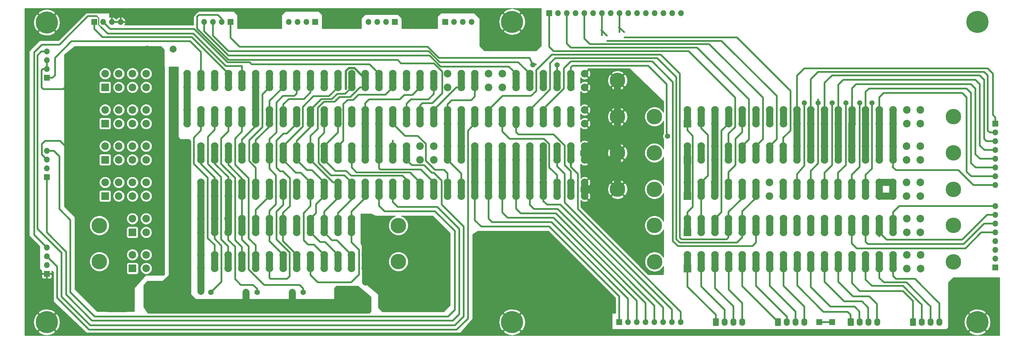
<source format=gbr>
G04 #@! TF.GenerationSoftware,KiCad,Pcbnew,(5.1.10-1-10_14)*
G04 #@! TF.CreationDate,2022-01-31T23:10:13+11:00*
G04 #@! TF.ProjectId,motherboard,6d6f7468-6572-4626-9f61-72642e6b6963,rev?*
G04 #@! TF.SameCoordinates,Original*
G04 #@! TF.FileFunction,Copper,L2,Bot*
G04 #@! TF.FilePolarity,Positive*
%FSLAX46Y46*%
G04 Gerber Fmt 4.6, Leading zero omitted, Abs format (unit mm)*
G04 Created by KiCad (PCBNEW (5.1.10-1-10_14)) date 2022-01-31 23:10:13*
%MOMM*%
%LPD*%
G01*
G04 APERTURE LIST*
G04 #@! TA.AperFunction,ComponentPad*
%ADD10O,1.740000X2.190000*%
G04 #@! TD*
G04 #@! TA.AperFunction,ComponentPad*
%ADD11R,5.000000X3.000000*%
G04 #@! TD*
G04 #@! TA.AperFunction,ComponentPad*
%ADD12R,1.700000X1.700000*%
G04 #@! TD*
G04 #@! TA.AperFunction,ComponentPad*
%ADD13C,4.500000*%
G04 #@! TD*
G04 #@! TA.AperFunction,ComponentPad*
%ADD14R,2.200000X2.200000*%
G04 #@! TD*
G04 #@! TA.AperFunction,ComponentPad*
%ADD15C,2.200000*%
G04 #@! TD*
G04 #@! TA.AperFunction,ComponentPad*
%ADD16O,1.600000X1.600000*%
G04 #@! TD*
G04 #@! TA.AperFunction,ComponentPad*
%ADD17C,1.600000*%
G04 #@! TD*
G04 #@! TA.AperFunction,ComponentPad*
%ADD18C,2.000000*%
G04 #@! TD*
G04 #@! TA.AperFunction,ComponentPad*
%ADD19O,1.700000X1.700000*%
G04 #@! TD*
G04 #@! TA.AperFunction,ComponentPad*
%ADD20C,0.800000*%
G04 #@! TD*
G04 #@! TA.AperFunction,ComponentPad*
%ADD21C,6.400000*%
G04 #@! TD*
G04 #@! TA.AperFunction,ViaPad*
%ADD22C,2.000000*%
G04 #@! TD*
G04 #@! TA.AperFunction,ViaPad*
%ADD23C,1.500000*%
G04 #@! TD*
G04 #@! TA.AperFunction,Conductor*
%ADD24C,0.500000*%
G04 #@! TD*
G04 #@! TA.AperFunction,Conductor*
%ADD25C,2.000000*%
G04 #@! TD*
G04 #@! TA.AperFunction,Conductor*
%ADD26C,3.000000*%
G04 #@! TD*
G04 #@! TA.AperFunction,Conductor*
%ADD27C,0.304800*%
G04 #@! TD*
G04 #@! TA.AperFunction,Conductor*
%ADD28C,0.635000*%
G04 #@! TD*
G04 #@! TA.AperFunction,Conductor*
%ADD29C,0.254000*%
G04 #@! TD*
G04 #@! TA.AperFunction,Conductor*
%ADD30C,0.100000*%
G04 #@! TD*
G04 APERTURE END LIST*
D10*
X295020000Y-245500000D03*
X292480000Y-245500000D03*
X289940000Y-245500000D03*
G04 #@! TA.AperFunction,ComponentPad*
G36*
G01*
X286530000Y-246345001D02*
X286530000Y-244654999D01*
G75*
G02*
X286779999Y-244405000I249999J0D01*
G01*
X288020001Y-244405000D01*
G75*
G02*
X288270000Y-244654999I0J-249999D01*
G01*
X288270000Y-246345001D01*
G75*
G02*
X288020001Y-246595000I-249999J0D01*
G01*
X286779999Y-246595000D01*
G75*
G02*
X286530000Y-246345001I0J249999D01*
G01*
G37*
G04 #@! TD.AperFunction*
X277020000Y-245500000D03*
X274480000Y-245500000D03*
X271940000Y-245500000D03*
G04 #@! TA.AperFunction,ComponentPad*
G36*
G01*
X268530000Y-246345001D02*
X268530000Y-244654999D01*
G75*
G02*
X268779999Y-244405000I249999J0D01*
G01*
X270020001Y-244405000D01*
G75*
G02*
X270270000Y-244654999I0J-249999D01*
G01*
X270270000Y-246345001D01*
G75*
G02*
X270020001Y-246595000I-249999J0D01*
G01*
X268779999Y-246595000D01*
G75*
G02*
X268530000Y-246345001I0J249999D01*
G01*
G37*
G04 #@! TD.AperFunction*
X255980000Y-245500000D03*
X253440000Y-245500000D03*
X250900000Y-245500000D03*
G04 #@! TA.AperFunction,ComponentPad*
G36*
G01*
X247490000Y-246345001D02*
X247490000Y-244654999D01*
G75*
G02*
X247739999Y-244405000I249999J0D01*
G01*
X248980001Y-244405000D01*
G75*
G02*
X249230000Y-244654999I0J-249999D01*
G01*
X249230000Y-246345001D01*
G75*
G02*
X248980001Y-246595000I-249999J0D01*
G01*
X247739999Y-246595000D01*
G75*
G02*
X247490000Y-246345001I0J249999D01*
G01*
G37*
G04 #@! TD.AperFunction*
X238020000Y-245500000D03*
X235480000Y-245500000D03*
X232940000Y-245500000D03*
G04 #@! TA.AperFunction,ComponentPad*
G36*
G01*
X229530000Y-246345001D02*
X229530000Y-244654999D01*
G75*
G02*
X229779999Y-244405000I249999J0D01*
G01*
X231020001Y-244405000D01*
G75*
G02*
X231270000Y-244654999I0J-249999D01*
G01*
X231270000Y-246345001D01*
G75*
G02*
X231020001Y-246595000I-249999J0D01*
G01*
X229779999Y-246595000D01*
G75*
G02*
X229530000Y-246345001I0J249999D01*
G01*
G37*
G04 #@! TD.AperFunction*
D11*
X59765000Y-241110000D03*
X54765000Y-241110000D03*
X79450000Y-241200000D03*
X74450000Y-241200000D03*
D12*
X264000000Y-245500000D03*
D13*
X212660000Y-217500000D03*
X299080000Y-217500000D03*
D14*
X222210000Y-219480000D03*
D15*
X226170000Y-219480000D03*
X230130000Y-219480000D03*
X234090000Y-219480000D03*
X238050000Y-219480000D03*
X242010000Y-219480000D03*
X245970000Y-219480000D03*
X249930000Y-219480000D03*
X253890000Y-219480000D03*
X257850000Y-219480000D03*
X261810000Y-219480000D03*
X265770000Y-219480000D03*
X269730000Y-219480000D03*
X273690000Y-219480000D03*
X277650000Y-219480000D03*
X281610000Y-219480000D03*
X285570000Y-219480000D03*
X289530000Y-219480000D03*
X222210000Y-215520000D03*
X226170000Y-215520000D03*
X230130000Y-215520000D03*
X234090000Y-215520000D03*
X238050000Y-215520000D03*
X242010000Y-215520000D03*
X245970000Y-215520000D03*
X249930000Y-215520000D03*
X253890000Y-215520000D03*
X257850000Y-215520000D03*
X261810000Y-215520000D03*
X265770000Y-215520000D03*
X269730000Y-215520000D03*
X273690000Y-215520000D03*
X277650000Y-215520000D03*
X281610000Y-215520000D03*
X285570000Y-215520000D03*
X289530000Y-215520000D03*
D16*
X121285000Y-236855000D03*
D17*
X111125000Y-236855000D03*
D16*
X107950000Y-236855000D03*
D17*
X97790000Y-236855000D03*
D16*
X94615000Y-236855000D03*
D17*
X84455000Y-236855000D03*
D16*
X71440000Y-236855000D03*
D17*
X81600000Y-236855000D03*
D18*
X129159000Y-233927000D03*
X129159000Y-241427000D03*
X59810000Y-235395000D03*
X67310000Y-235395000D03*
X66040000Y-166370000D03*
X73540000Y-166370000D03*
D19*
X159820000Y-158500000D03*
X157280000Y-158500000D03*
X154740000Y-158500000D03*
D12*
X152200000Y-158500000D03*
D19*
X37000000Y-195880000D03*
X37000000Y-198420000D03*
X37000000Y-200960000D03*
D12*
X37000000Y-203500000D03*
D19*
X37000000Y-223880000D03*
X37000000Y-226420000D03*
X37000000Y-228960000D03*
D12*
X37000000Y-231500000D03*
D19*
X37000000Y-167110000D03*
X37000000Y-169650000D03*
X37000000Y-172190000D03*
D12*
X37000000Y-174730000D03*
D19*
X58330000Y-158510000D03*
X55790000Y-158510000D03*
X53250000Y-158510000D03*
D12*
X50710000Y-158510000D03*
X260300000Y-245500000D03*
D13*
X212670000Y-185990000D03*
X299090000Y-185990000D03*
D14*
X222220000Y-187970000D03*
D15*
X226180000Y-187970000D03*
X230140000Y-187970000D03*
X234100000Y-187970000D03*
X238060000Y-187970000D03*
X242020000Y-187970000D03*
X245980000Y-187970000D03*
X249940000Y-187970000D03*
X253900000Y-187970000D03*
X257860000Y-187970000D03*
X261820000Y-187970000D03*
X265780000Y-187970000D03*
X269740000Y-187970000D03*
X273700000Y-187970000D03*
X277660000Y-187970000D03*
X281620000Y-187970000D03*
X285580000Y-187970000D03*
X289540000Y-187970000D03*
X222220000Y-184010000D03*
X226180000Y-184010000D03*
X230140000Y-184010000D03*
X234100000Y-184010000D03*
X238060000Y-184010000D03*
X242020000Y-184010000D03*
X245980000Y-184010000D03*
X249940000Y-184010000D03*
X253900000Y-184010000D03*
X257860000Y-184010000D03*
X261820000Y-184010000D03*
X265780000Y-184010000D03*
X269740000Y-184010000D03*
X273700000Y-184010000D03*
X277660000Y-184010000D03*
X281620000Y-184010000D03*
X285580000Y-184010000D03*
X289540000Y-184010000D03*
D19*
X107000000Y-158500000D03*
X109540000Y-158500000D03*
X112080000Y-158500000D03*
D12*
X114620000Y-158500000D03*
D19*
X130000000Y-158500000D03*
X132540000Y-158500000D03*
X135080000Y-158500000D03*
D12*
X137620000Y-158500000D03*
D20*
X38697056Y-243802944D03*
X37000000Y-243100000D03*
X35302944Y-243802944D03*
X34600000Y-245500000D03*
X35302944Y-247197056D03*
X37000000Y-247900000D03*
X38697056Y-247197056D03*
X39400000Y-245500000D03*
D21*
X37000000Y-245500000D03*
D20*
X173197056Y-243802944D03*
X171500000Y-243100000D03*
X169802944Y-243802944D03*
X169100000Y-245500000D03*
X169802944Y-247197056D03*
X171500000Y-247900000D03*
X173197056Y-247197056D03*
X173900000Y-245500000D03*
D21*
X171500000Y-245500000D03*
D20*
X307697056Y-243802944D03*
X306000000Y-243100000D03*
X304302944Y-243802944D03*
X303600000Y-245500000D03*
X304302944Y-247197056D03*
X306000000Y-247900000D03*
X307697056Y-247197056D03*
X308400000Y-245500000D03*
D21*
X306000000Y-245500000D03*
D20*
X38697056Y-157000000D03*
X37000000Y-156297056D03*
X35302944Y-157000000D03*
X34600000Y-158697056D03*
X35302944Y-160394112D03*
X37000000Y-161097056D03*
X38697056Y-160394112D03*
X39400000Y-158697056D03*
D21*
X37000000Y-158697056D03*
D20*
X173197056Y-156802944D03*
X171500000Y-156100000D03*
X169802944Y-156802944D03*
X169100000Y-158500000D03*
X169802944Y-160197056D03*
X171500000Y-160900000D03*
X173197056Y-160197056D03*
X173900000Y-158500000D03*
D21*
X171500000Y-158500000D03*
D20*
X307697056Y-156802944D03*
X306000000Y-156100000D03*
X304302944Y-156802944D03*
X303600000Y-158500000D03*
X304302944Y-160197056D03*
X306000000Y-160900000D03*
X307697056Y-160197056D03*
X308400000Y-158500000D03*
D21*
X306000000Y-158500000D03*
D13*
X212680000Y-228010000D03*
X299100000Y-228010000D03*
D14*
X222230000Y-229990000D03*
D15*
X226190000Y-229990000D03*
X230150000Y-229990000D03*
X234110000Y-229990000D03*
X238070000Y-229990000D03*
X242030000Y-229990000D03*
X245990000Y-229990000D03*
X249950000Y-229990000D03*
X253910000Y-229990000D03*
X257870000Y-229990000D03*
X261830000Y-229990000D03*
X265790000Y-229990000D03*
X269750000Y-229990000D03*
X273710000Y-229990000D03*
X277670000Y-229990000D03*
X281630000Y-229990000D03*
X285590000Y-229990000D03*
X289550000Y-229990000D03*
X222230000Y-226030000D03*
X226190000Y-226030000D03*
X230150000Y-226030000D03*
X234110000Y-226030000D03*
X238070000Y-226030000D03*
X242030000Y-226030000D03*
X245990000Y-226030000D03*
X249950000Y-226030000D03*
X253910000Y-226030000D03*
X257870000Y-226030000D03*
X261830000Y-226030000D03*
X265790000Y-226030000D03*
X269750000Y-226030000D03*
X273710000Y-226030000D03*
X277670000Y-226030000D03*
X281630000Y-226030000D03*
X285590000Y-226030000D03*
X289550000Y-226030000D03*
D13*
X212630000Y-207010000D03*
X299050000Y-207010000D03*
D14*
X222180000Y-208990000D03*
D15*
X226140000Y-208990000D03*
X230100000Y-208990000D03*
X234060000Y-208990000D03*
X238020000Y-208990000D03*
X241980000Y-208990000D03*
X245940000Y-208990000D03*
X249900000Y-208990000D03*
X253860000Y-208990000D03*
X257820000Y-208990000D03*
X261780000Y-208990000D03*
X265740000Y-208990000D03*
X269700000Y-208990000D03*
X273660000Y-208990000D03*
X277620000Y-208990000D03*
X281580000Y-208990000D03*
X285540000Y-208990000D03*
X289500000Y-208990000D03*
X222180000Y-205030000D03*
X226140000Y-205030000D03*
X230100000Y-205030000D03*
X234060000Y-205030000D03*
X238020000Y-205030000D03*
X241980000Y-205030000D03*
X245940000Y-205030000D03*
X249900000Y-205030000D03*
X253860000Y-205030000D03*
X257820000Y-205030000D03*
X261780000Y-205030000D03*
X265740000Y-205030000D03*
X269700000Y-205030000D03*
X273660000Y-205030000D03*
X277620000Y-205030000D03*
X281580000Y-205030000D03*
X285540000Y-205030000D03*
X289500000Y-205030000D03*
D13*
X212650000Y-196490000D03*
X299070000Y-196490000D03*
D14*
X222200000Y-198470000D03*
D15*
X226160000Y-198470000D03*
X230120000Y-198470000D03*
X234080000Y-198470000D03*
X238040000Y-198470000D03*
X242000000Y-198470000D03*
X245960000Y-198470000D03*
X249920000Y-198470000D03*
X253880000Y-198470000D03*
X257840000Y-198470000D03*
X261800000Y-198470000D03*
X265760000Y-198470000D03*
X269720000Y-198470000D03*
X273680000Y-198470000D03*
X277640000Y-198470000D03*
X281600000Y-198470000D03*
X285560000Y-198470000D03*
X289520000Y-198470000D03*
X222200000Y-194510000D03*
X226160000Y-194510000D03*
X230120000Y-194510000D03*
X234080000Y-194510000D03*
X238040000Y-194510000D03*
X242000000Y-194510000D03*
X245960000Y-194510000D03*
X249920000Y-194510000D03*
X253880000Y-194510000D03*
X257840000Y-194510000D03*
X261800000Y-194510000D03*
X265760000Y-194510000D03*
X269720000Y-194510000D03*
X273680000Y-194510000D03*
X277640000Y-194510000D03*
X281600000Y-194510000D03*
X285560000Y-194510000D03*
X289520000Y-194510000D03*
D13*
X52210000Y-227960000D03*
X138630000Y-227960000D03*
D14*
X61760000Y-229940000D03*
D15*
X65720000Y-229940000D03*
X69680000Y-229940000D03*
X73640000Y-229940000D03*
X77600000Y-229940000D03*
X81560000Y-229940000D03*
X85520000Y-229940000D03*
X89480000Y-229940000D03*
X93440000Y-229940000D03*
X97400000Y-229940000D03*
X101360000Y-229940000D03*
X105320000Y-229940000D03*
X109280000Y-229940000D03*
X113240000Y-229940000D03*
X117200000Y-229940000D03*
X121160000Y-229940000D03*
X125120000Y-229940000D03*
X129080000Y-229940000D03*
X61760000Y-225980000D03*
X65720000Y-225980000D03*
X69680000Y-225980000D03*
X73640000Y-225980000D03*
X77600000Y-225980000D03*
X81560000Y-225980000D03*
X85520000Y-225980000D03*
X89480000Y-225980000D03*
X93440000Y-225980000D03*
X97400000Y-225980000D03*
X101360000Y-225980000D03*
X105320000Y-225980000D03*
X109280000Y-225980000D03*
X113240000Y-225980000D03*
X117200000Y-225980000D03*
X121160000Y-225980000D03*
X125120000Y-225980000D03*
X129080000Y-225980000D03*
D13*
X52200000Y-217510000D03*
X138620000Y-217510000D03*
D14*
X61750000Y-219490000D03*
D15*
X65710000Y-219490000D03*
X69670000Y-219490000D03*
X73630000Y-219490000D03*
X77590000Y-219490000D03*
X81550000Y-219490000D03*
X85510000Y-219490000D03*
X89470000Y-219490000D03*
X93430000Y-219490000D03*
X97390000Y-219490000D03*
X101350000Y-219490000D03*
X105310000Y-219490000D03*
X109270000Y-219490000D03*
X113230000Y-219490000D03*
X117190000Y-219490000D03*
X121150000Y-219490000D03*
X125110000Y-219490000D03*
X129070000Y-219490000D03*
X61750000Y-215530000D03*
X65710000Y-215530000D03*
X69670000Y-215530000D03*
X73630000Y-215530000D03*
X77590000Y-215530000D03*
X81550000Y-215530000D03*
X85510000Y-215530000D03*
X89470000Y-215530000D03*
X93430000Y-215530000D03*
X97390000Y-215530000D03*
X101350000Y-215530000D03*
X105310000Y-215530000D03*
X109270000Y-215530000D03*
X113230000Y-215530000D03*
X117190000Y-215530000D03*
X121150000Y-215530000D03*
X125110000Y-215530000D03*
X129070000Y-215530000D03*
X192450000Y-173520000D03*
X192450000Y-177480000D03*
D13*
X44300000Y-175500000D03*
X202000000Y-175500000D03*
D14*
X53850000Y-177480000D03*
D15*
X57810000Y-177480000D03*
X61770000Y-177480000D03*
X65730000Y-177480000D03*
X69690000Y-177480000D03*
X73650000Y-177480000D03*
X77610000Y-177480000D03*
X81570000Y-177480000D03*
X85530000Y-177480000D03*
X89490000Y-177480000D03*
X93450000Y-177480000D03*
X97410000Y-177480000D03*
X101370000Y-177480000D03*
X105330000Y-177480000D03*
X109290000Y-177480000D03*
X113250000Y-177480000D03*
X117210000Y-177480000D03*
X121170000Y-177480000D03*
X125130000Y-177480000D03*
X129090000Y-177480000D03*
X133050000Y-177480000D03*
X137010000Y-177480000D03*
X140970000Y-177480000D03*
X144930000Y-177480000D03*
X148890000Y-177480000D03*
X152850000Y-177480000D03*
X156810000Y-177480000D03*
X160770000Y-177480000D03*
X164730000Y-177480000D03*
X168690000Y-177480000D03*
X172650000Y-177480000D03*
X176610000Y-177480000D03*
X180570000Y-177480000D03*
X184530000Y-177480000D03*
X188490000Y-177480000D03*
X53850000Y-173520000D03*
X57810000Y-173520000D03*
X61770000Y-173520000D03*
X65730000Y-173520000D03*
X69690000Y-173520000D03*
X73650000Y-173520000D03*
X77610000Y-173520000D03*
X81570000Y-173520000D03*
X85530000Y-173520000D03*
X89490000Y-173520000D03*
X93450000Y-173520000D03*
X97410000Y-173520000D03*
X101370000Y-173520000D03*
X105330000Y-173520000D03*
X109290000Y-173520000D03*
X113250000Y-173520000D03*
X117210000Y-173520000D03*
X121170000Y-173520000D03*
X125130000Y-173520000D03*
X129090000Y-173520000D03*
X133050000Y-173520000D03*
X137010000Y-173520000D03*
X140970000Y-173520000D03*
X144930000Y-173520000D03*
X148890000Y-173520000D03*
X152850000Y-173520000D03*
X156810000Y-173520000D03*
X160770000Y-173520000D03*
X164730000Y-173520000D03*
X168690000Y-173520000D03*
X172650000Y-173520000D03*
X176610000Y-173520000D03*
X180570000Y-173520000D03*
X184530000Y-173520000D03*
X188490000Y-173520000D03*
X192450000Y-205020000D03*
X192450000Y-208980000D03*
D13*
X44300000Y-207000000D03*
X202000000Y-207000000D03*
D14*
X53850000Y-208980000D03*
D15*
X57810000Y-208980000D03*
X61770000Y-208980000D03*
X65730000Y-208980000D03*
X69690000Y-208980000D03*
X73650000Y-208980000D03*
X77610000Y-208980000D03*
X81570000Y-208980000D03*
X85530000Y-208980000D03*
X89490000Y-208980000D03*
X93450000Y-208980000D03*
X97410000Y-208980000D03*
X101370000Y-208980000D03*
X105330000Y-208980000D03*
X109290000Y-208980000D03*
X113250000Y-208980000D03*
X117210000Y-208980000D03*
X121170000Y-208980000D03*
X125130000Y-208980000D03*
X129090000Y-208980000D03*
X133050000Y-208980000D03*
X137010000Y-208980000D03*
X140970000Y-208980000D03*
X144930000Y-208980000D03*
X148890000Y-208980000D03*
X152850000Y-208980000D03*
X156810000Y-208980000D03*
X160770000Y-208980000D03*
X164730000Y-208980000D03*
X168690000Y-208980000D03*
X172650000Y-208980000D03*
X176610000Y-208980000D03*
X180570000Y-208980000D03*
X184530000Y-208980000D03*
X188490000Y-208980000D03*
X53850000Y-205020000D03*
X57810000Y-205020000D03*
X61770000Y-205020000D03*
X65730000Y-205020000D03*
X69690000Y-205020000D03*
X73650000Y-205020000D03*
X77610000Y-205020000D03*
X81570000Y-205020000D03*
X85530000Y-205020000D03*
X89490000Y-205020000D03*
X93450000Y-205020000D03*
X97410000Y-205020000D03*
X101370000Y-205020000D03*
X105330000Y-205020000D03*
X109290000Y-205020000D03*
X113250000Y-205020000D03*
X117210000Y-205020000D03*
X121170000Y-205020000D03*
X125130000Y-205020000D03*
X129090000Y-205020000D03*
X133050000Y-205020000D03*
X137010000Y-205020000D03*
X140970000Y-205020000D03*
X144930000Y-205020000D03*
X148890000Y-205020000D03*
X152850000Y-205020000D03*
X156810000Y-205020000D03*
X160770000Y-205020000D03*
X164730000Y-205020000D03*
X168690000Y-205020000D03*
X172650000Y-205020000D03*
X176610000Y-205020000D03*
X180570000Y-205020000D03*
X184530000Y-205020000D03*
X188490000Y-205020000D03*
X192450000Y-194520000D03*
X192450000Y-198480000D03*
D13*
X44300000Y-196500000D03*
X202000000Y-196500000D03*
D14*
X53850000Y-198480000D03*
D15*
X57810000Y-198480000D03*
X61770000Y-198480000D03*
X65730000Y-198480000D03*
X69690000Y-198480000D03*
X73650000Y-198480000D03*
X77610000Y-198480000D03*
X81570000Y-198480000D03*
X85530000Y-198480000D03*
X89490000Y-198480000D03*
X93450000Y-198480000D03*
X97410000Y-198480000D03*
X101370000Y-198480000D03*
X105330000Y-198480000D03*
X109290000Y-198480000D03*
X113250000Y-198480000D03*
X117210000Y-198480000D03*
X121170000Y-198480000D03*
X125130000Y-198480000D03*
X129090000Y-198480000D03*
X133050000Y-198480000D03*
X137010000Y-198480000D03*
X140970000Y-198480000D03*
X144930000Y-198480000D03*
X148890000Y-198480000D03*
X152850000Y-198480000D03*
X156810000Y-198480000D03*
X160770000Y-198480000D03*
X164730000Y-198480000D03*
X168690000Y-198480000D03*
X172650000Y-198480000D03*
X176610000Y-198480000D03*
X180570000Y-198480000D03*
X184530000Y-198480000D03*
X188490000Y-198480000D03*
X53850000Y-194520000D03*
X57810000Y-194520000D03*
X61770000Y-194520000D03*
X65730000Y-194520000D03*
X69690000Y-194520000D03*
X73650000Y-194520000D03*
X77610000Y-194520000D03*
X81570000Y-194520000D03*
X85530000Y-194520000D03*
X89490000Y-194520000D03*
X93450000Y-194520000D03*
X97410000Y-194520000D03*
X101370000Y-194520000D03*
X105330000Y-194520000D03*
X109290000Y-194520000D03*
X113250000Y-194520000D03*
X117210000Y-194520000D03*
X121170000Y-194520000D03*
X125130000Y-194520000D03*
X129090000Y-194520000D03*
X133050000Y-194520000D03*
X137010000Y-194520000D03*
X140970000Y-194520000D03*
X144930000Y-194520000D03*
X148890000Y-194520000D03*
X152850000Y-194520000D03*
X156810000Y-194520000D03*
X160770000Y-194520000D03*
X164730000Y-194520000D03*
X168690000Y-194520000D03*
X172650000Y-194520000D03*
X176610000Y-194520000D03*
X180570000Y-194520000D03*
X184530000Y-194520000D03*
X188490000Y-194520000D03*
X192450000Y-184020000D03*
X192450000Y-187980000D03*
D13*
X44300000Y-186000000D03*
X202000000Y-186000000D03*
D14*
X53850000Y-187980000D03*
D15*
X57810000Y-187980000D03*
X61770000Y-187980000D03*
X65730000Y-187980000D03*
X69690000Y-187980000D03*
X73650000Y-187980000D03*
X77610000Y-187980000D03*
X81570000Y-187980000D03*
X85530000Y-187980000D03*
X89490000Y-187980000D03*
X93450000Y-187980000D03*
X97410000Y-187980000D03*
X101370000Y-187980000D03*
X105330000Y-187980000D03*
X109290000Y-187980000D03*
X113250000Y-187980000D03*
X117210000Y-187980000D03*
X121170000Y-187980000D03*
X125130000Y-187980000D03*
X129090000Y-187980000D03*
X133050000Y-187980000D03*
X137010000Y-187980000D03*
X140970000Y-187980000D03*
X144930000Y-187980000D03*
X148890000Y-187980000D03*
X152850000Y-187980000D03*
X156810000Y-187980000D03*
X160770000Y-187980000D03*
X164730000Y-187980000D03*
X168690000Y-187980000D03*
X172650000Y-187980000D03*
X176610000Y-187980000D03*
X180570000Y-187980000D03*
X184530000Y-187980000D03*
X188490000Y-187980000D03*
X53850000Y-184020000D03*
X57810000Y-184020000D03*
X61770000Y-184020000D03*
X65730000Y-184020000D03*
X69690000Y-184020000D03*
X73650000Y-184020000D03*
X77610000Y-184020000D03*
X81570000Y-184020000D03*
X85530000Y-184020000D03*
X89490000Y-184020000D03*
X93450000Y-184020000D03*
X97410000Y-184020000D03*
X101370000Y-184020000D03*
X105330000Y-184020000D03*
X109290000Y-184020000D03*
X113250000Y-184020000D03*
X117210000Y-184020000D03*
X121170000Y-184020000D03*
X125130000Y-184020000D03*
X129090000Y-184020000D03*
X133050000Y-184020000D03*
X137010000Y-184020000D03*
X140970000Y-184020000D03*
X144930000Y-184020000D03*
X148890000Y-184020000D03*
X152850000Y-184020000D03*
X156810000Y-184020000D03*
X160770000Y-184020000D03*
X164730000Y-184020000D03*
X168690000Y-184020000D03*
X172650000Y-184020000D03*
X176610000Y-184020000D03*
X180570000Y-184020000D03*
X184530000Y-184020000D03*
X188490000Y-184020000D03*
D19*
X311200000Y-211900000D03*
X311200000Y-214440000D03*
X311200000Y-216980000D03*
X311200000Y-219520000D03*
X311200000Y-222060000D03*
X311200000Y-224600000D03*
X311200000Y-227140000D03*
D12*
X311200000Y-229680000D03*
D19*
X311200000Y-205800000D03*
X311200000Y-203260000D03*
X311200000Y-200720000D03*
X311200000Y-198180000D03*
X311200000Y-195640000D03*
X311200000Y-193100000D03*
X311200000Y-190560000D03*
D12*
X311200000Y-188020000D03*
D19*
X220300000Y-156000000D03*
X217760000Y-156000000D03*
X215220000Y-156000000D03*
X212680000Y-156000000D03*
X210140000Y-156000000D03*
X207600000Y-156000000D03*
X205060000Y-156000000D03*
X202520000Y-156000000D03*
X199980000Y-156000000D03*
X197440000Y-156000000D03*
X194900000Y-156000000D03*
X192360000Y-156000000D03*
X189820000Y-156000000D03*
X187280000Y-156000000D03*
X184740000Y-156000000D03*
D12*
X182200000Y-156000000D03*
D19*
X82500000Y-158500000D03*
X85040000Y-158500000D03*
X87580000Y-158500000D03*
D12*
X90120000Y-158500000D03*
D19*
X220280000Y-245500000D03*
X217740000Y-245500000D03*
X215200000Y-245500000D03*
X212660000Y-245500000D03*
X210120000Y-245500000D03*
X207580000Y-245500000D03*
X205040000Y-245500000D03*
D12*
X202500000Y-245500000D03*
D22*
X149500000Y-217500000D03*
X199000000Y-217500000D03*
D23*
X46500000Y-235500000D03*
X37500000Y-235500000D03*
X45000000Y-167000000D03*
X45000000Y-158000000D03*
X207500000Y-212500000D03*
X199000000Y-239000000D03*
X184500000Y-171000000D03*
X177500000Y-171000000D03*
X216408000Y-191643000D03*
X269720000Y-191107000D03*
X256000000Y-182000000D03*
X260000000Y-182000000D03*
X264000000Y-182000000D03*
X268000000Y-182000000D03*
X272000000Y-182000000D03*
X275500000Y-182000000D03*
D24*
X59000000Y-156500000D02*
X61500000Y-156500000D01*
X61500000Y-156500000D02*
X72500000Y-156500000D01*
X72500000Y-156500000D02*
X74000000Y-155000000D01*
D25*
X69690000Y-173520000D02*
X69690000Y-177480000D01*
X69690000Y-173520000D02*
X69690000Y-187980000D01*
X192450000Y-194520000D02*
X192450000Y-198480000D01*
X69680000Y-187990000D02*
X69690000Y-187980000D01*
X129070000Y-229930000D02*
X129080000Y-229940000D01*
X129070000Y-215530000D02*
X129070000Y-229930000D01*
X200020000Y-198480000D02*
X202000000Y-196500000D01*
X192450000Y-198480000D02*
X200020000Y-198480000D01*
X200020000Y-194520000D02*
X202000000Y-196500000D01*
X192450000Y-194520000D02*
X200020000Y-194520000D01*
X202000000Y-175500000D02*
X202000000Y-207000000D01*
X129159000Y-230019000D02*
X129080000Y-229940000D01*
X129159000Y-233927000D02*
X129159000Y-230019000D01*
X192450000Y-205020000D02*
X192450000Y-208980000D01*
D24*
X37000000Y-198420000D02*
X35580000Y-197000000D01*
X35580000Y-197000000D02*
X35580000Y-193920000D01*
X35580000Y-193920000D02*
X36500000Y-193000000D01*
X40800000Y-193000000D02*
X44300000Y-196500000D01*
X36500000Y-193000000D02*
X40800000Y-193000000D01*
X37000000Y-169650000D02*
X37000000Y-172190000D01*
X37000000Y-172190000D02*
X35810000Y-172190000D01*
X35810000Y-172190000D02*
X35500000Y-172500000D01*
X35500000Y-172500000D02*
X35500000Y-177500000D01*
X35500000Y-177500000D02*
X36000000Y-178000000D01*
X41800000Y-178000000D02*
X44300000Y-175500000D01*
X36000000Y-178000000D02*
X41800000Y-178000000D01*
D25*
X277620000Y-205030000D02*
X277620000Y-208990000D01*
X281580000Y-208990000D02*
X277620000Y-208990000D01*
X277620000Y-205030000D02*
X281580000Y-205030000D01*
X281580000Y-205030000D02*
X281580000Y-208990000D01*
X281610000Y-209020000D02*
X281580000Y-208990000D01*
D26*
X54765000Y-241110000D02*
X59765000Y-241110000D01*
D25*
X73650000Y-173520000D02*
X73650000Y-177480000D01*
X73650000Y-229930000D02*
X73640000Y-229940000D01*
X77610000Y-229930000D02*
X77600000Y-229940000D01*
X77200000Y-225980000D02*
X77610000Y-226390000D01*
X77590000Y-219590000D02*
X77610000Y-219610000D01*
X77590000Y-219490000D02*
X77590000Y-219590000D01*
X121285000Y-240538000D02*
X121285000Y-236855000D01*
X121031000Y-240792000D02*
X121285000Y-240538000D01*
X107950000Y-240665000D02*
X108077000Y-240792000D01*
X107950000Y-236855000D02*
X107950000Y-240665000D01*
X128524000Y-240792000D02*
X129159000Y-241427000D01*
X121031000Y-240792000D02*
X128524000Y-240792000D01*
X108077000Y-240792000D02*
X121031000Y-240792000D01*
X94615000Y-240538000D02*
X94361000Y-240792000D01*
X94615000Y-236855000D02*
X94615000Y-240538000D01*
X77610000Y-173520000D02*
X77610000Y-177480000D01*
X77610000Y-177480000D02*
X77610000Y-187980000D01*
X81570000Y-173520000D02*
X81570000Y-177480000D01*
D24*
X81570000Y-171964366D02*
X81570000Y-173520000D01*
X81570000Y-167295000D02*
X81570000Y-171964366D01*
X39370000Y-168910000D02*
X44132500Y-164147500D01*
X78422500Y-164147500D02*
X81570000Y-167295000D01*
X39370000Y-173990000D02*
X39370000Y-168910000D01*
X38630000Y-174730000D02*
X39370000Y-173990000D01*
X44132500Y-164147500D02*
X78422500Y-164147500D01*
X37000000Y-174730000D02*
X38630000Y-174730000D01*
D25*
X85530000Y-173520000D02*
X85530000Y-177480000D01*
X93450000Y-173520000D02*
X93450000Y-177480000D01*
D27*
X52047599Y-159362599D02*
X52047599Y-157457599D01*
X52047599Y-157457599D02*
X51435000Y-156845000D01*
D24*
X88795000Y-171345000D02*
X93450000Y-171345000D01*
X93450000Y-171345000D02*
X93450000Y-173520000D01*
D27*
X53340000Y-160655000D02*
X52705000Y-160020000D01*
X52705000Y-160020000D02*
X52047599Y-159362599D01*
D24*
X48895000Y-156845000D02*
X51435000Y-156845000D01*
X40640000Y-165100000D02*
X48895000Y-156845000D01*
X35560000Y-165100000D02*
X40640000Y-165100000D01*
X33349999Y-167310001D02*
X35560000Y-165100000D01*
X33349999Y-220229999D02*
X33349999Y-167310001D01*
X37000000Y-223880000D02*
X33349999Y-220229999D01*
X52705000Y-160020000D02*
X54610000Y-161925000D01*
X54610000Y-161925000D02*
X79375000Y-161925000D01*
X79375000Y-161925000D02*
X88795000Y-171345000D01*
D25*
X97410000Y-173520000D02*
X97410000Y-177480000D01*
X97410000Y-177480000D02*
X97410000Y-187980000D01*
X93450000Y-194520000D02*
X93450000Y-198480000D01*
D24*
X93450000Y-194520000D02*
X93450000Y-192681000D01*
X97410000Y-188721000D02*
X97410000Y-187980000D01*
X93450000Y-192681000D02*
X97410000Y-188721000D01*
D25*
X101370000Y-173520000D02*
X101370000Y-177480000D01*
X97410000Y-205020000D02*
X97410000Y-208980000D01*
D24*
X95504000Y-192786000D02*
X99314000Y-188976000D01*
X97410000Y-205020000D02*
X97410000Y-200774002D01*
X95504000Y-198868002D02*
X95504000Y-192786000D01*
X99314000Y-188976000D02*
X99314000Y-179536000D01*
X99568000Y-179282000D02*
X101370000Y-177480000D01*
X99314000Y-179536000D02*
X99568000Y-179282000D01*
X97410000Y-200774002D02*
X95504000Y-198868002D01*
D25*
X105330000Y-173520000D02*
X105330000Y-177480000D01*
X113250000Y-173520000D02*
X113250000Y-177480000D01*
X101370000Y-184020000D02*
X101370000Y-187980000D01*
X97410000Y-194520000D02*
X97410000Y-198480000D01*
D24*
X101370000Y-184020000D02*
X101370000Y-181586000D01*
D25*
X105330000Y-184020000D02*
X105330000Y-187980000D01*
D24*
X101370000Y-181440000D02*
X101370000Y-181586000D01*
X105330000Y-177480000D02*
X101370000Y-181440000D01*
X97410000Y-194520000D02*
X97410000Y-192785000D01*
X101370000Y-188825000D02*
X101370000Y-187980000D01*
X97410000Y-192785000D02*
X101370000Y-188825000D01*
X113250000Y-178977000D02*
X113250000Y-177480000D01*
X111379000Y-180848000D02*
X113250000Y-178977000D01*
X106934000Y-180848000D02*
X111379000Y-180848000D01*
X105330000Y-182452000D02*
X106934000Y-180848000D01*
X105330000Y-184020000D02*
X105330000Y-182452000D01*
D25*
X109290000Y-173520000D02*
X109290000Y-177480000D01*
X101370000Y-194520000D02*
X101370000Y-198480000D01*
X101350000Y-215530000D02*
X101350000Y-219490000D01*
X105320000Y-225980000D02*
X105320000Y-229940000D01*
D24*
X101350000Y-222010000D02*
X105320000Y-225980000D01*
X101350000Y-219490000D02*
X101350000Y-222010000D01*
X101350000Y-215530000D02*
X101350000Y-213229000D01*
X101350000Y-213229000D02*
X103251000Y-211328000D01*
X103251000Y-211328000D02*
X103251000Y-202946000D01*
X101370000Y-201065000D02*
X101370000Y-198480000D01*
X103251000Y-202946000D02*
X101370000Y-201065000D01*
X109290000Y-179254000D02*
X109290000Y-177480000D01*
X103378000Y-181864000D02*
X105283000Y-179959000D01*
X105283000Y-179959000D02*
X108585000Y-179959000D01*
X108585000Y-179959000D02*
X109290000Y-179254000D01*
X103378000Y-190500000D02*
X103378000Y-181864000D01*
X101370000Y-192508000D02*
X103378000Y-190500000D01*
X101370000Y-194520000D02*
X101370000Y-192508000D01*
D25*
X117210000Y-173520000D02*
X117210000Y-177480000D01*
X109290000Y-205020000D02*
X109290000Y-208980000D01*
X121170000Y-173520000D02*
X121170000Y-177480000D01*
X105330000Y-194520000D02*
X105330000Y-198480000D01*
X113250000Y-205020000D02*
X113250000Y-208980000D01*
X117200000Y-225980000D02*
X117200000Y-229940000D01*
D24*
X117200000Y-225980000D02*
X114232000Y-223012000D01*
X114232000Y-223012000D02*
X112522000Y-223012000D01*
X112522000Y-223012000D02*
X111252000Y-221742000D01*
X111252000Y-221742000D02*
X111252000Y-213868000D01*
X113250000Y-211870000D02*
X113250000Y-208980000D01*
X111252000Y-213868000D02*
X113250000Y-211870000D01*
X113250000Y-205020000D02*
X110414000Y-202184000D01*
X109034000Y-202184000D02*
X105330000Y-198480000D01*
X110414000Y-202184000D02*
X109034000Y-202184000D01*
X105330000Y-194520000D02*
X110998000Y-188852000D01*
X114058000Y-180074000D02*
X118576000Y-180074000D01*
X110998000Y-183134000D02*
X114058000Y-180074000D01*
X110998000Y-188852000D02*
X110998000Y-183134000D01*
X118576000Y-180074000D02*
X121170000Y-177480000D01*
D25*
X125130000Y-173520000D02*
X125130000Y-177480000D01*
X109290000Y-194520000D02*
X109290000Y-198480000D01*
X113250000Y-184020000D02*
X113250000Y-187980000D01*
X117210000Y-205020000D02*
X117210000Y-208980000D01*
X113230000Y-215530000D02*
X113230000Y-219490000D01*
X121160000Y-225980000D02*
X121160000Y-229940000D01*
D24*
X113230000Y-215530000D02*
X114808000Y-213952000D01*
X114808000Y-211382000D02*
X117210000Y-208980000D01*
X114808000Y-213952000D02*
X114808000Y-211382000D01*
X113230000Y-219490000D02*
X115990000Y-222250000D01*
X117430000Y-222250000D02*
X121160000Y-225980000D01*
X115990000Y-222250000D02*
X117430000Y-222250000D01*
X112232000Y-201422000D02*
X109290000Y-198480000D01*
X113612000Y-201422000D02*
X112232000Y-201422000D01*
X117210000Y-205020000D02*
X113612000Y-201422000D01*
X113250000Y-184020000D02*
X116360011Y-180909989D01*
X109290000Y-194520000D02*
X109290000Y-192970000D01*
X113250000Y-189010000D02*
X113250000Y-187980000D01*
X109290000Y-192970000D02*
X113250000Y-189010000D01*
X120983000Y-179372000D02*
X119445011Y-180909989D01*
X123238000Y-179372000D02*
X120983000Y-179372000D01*
X116360011Y-180909989D02*
X119445011Y-180909989D01*
X123238000Y-179372000D02*
X125130000Y-177480000D01*
D25*
X129090000Y-173520000D02*
X129090000Y-177480000D01*
D28*
X129090000Y-175086098D02*
X129090000Y-177480000D01*
D25*
X113250000Y-194520000D02*
X113250000Y-198480000D01*
X121170000Y-205020000D02*
X121170000Y-208980000D01*
X117190000Y-215530000D02*
X117190000Y-219490000D01*
X125120000Y-225980000D02*
X125120000Y-229940000D01*
D28*
X123512499Y-172743599D02*
X124353599Y-171902499D01*
X123512499Y-177916619D02*
X123512499Y-172743599D01*
X124353599Y-171902499D02*
X125906401Y-171902499D01*
X125906401Y-171902499D02*
X129090000Y-175086098D01*
D24*
X117190000Y-219490000D02*
X119442000Y-221742000D01*
X120882000Y-221742000D02*
X125120000Y-225980000D01*
X119442000Y-221742000D02*
X120882000Y-221742000D01*
X117190000Y-215530000D02*
X117190000Y-213518000D01*
X121170000Y-209538000D02*
X121170000Y-208980000D01*
X117190000Y-213518000D02*
X121170000Y-209538000D01*
X119790000Y-205020000D02*
X113250000Y-198480000D01*
X121170000Y-205020000D02*
X119790000Y-205020000D01*
X115316000Y-183388000D02*
X117094000Y-181610000D01*
X113250000Y-194520000D02*
X113250000Y-191550000D01*
X127534366Y-177480000D02*
X129090000Y-177480000D01*
X113250000Y-191550000D02*
X115316000Y-189484000D01*
X115316000Y-189484000D02*
X115316000Y-183388000D01*
X124757683Y-180256683D02*
X121622317Y-180256683D01*
X117094000Y-181610000D02*
X120269000Y-181610000D01*
X121622317Y-180256683D02*
X120269000Y-181610000D01*
X124757683Y-180256683D02*
X127534366Y-177480000D01*
D25*
X133050000Y-173520000D02*
X133050000Y-177480000D01*
D24*
X79590025Y-160589989D02*
X89245046Y-170245011D01*
X53250000Y-158510000D02*
X55329989Y-160589989D01*
X55329989Y-160589989D02*
X79590025Y-160589989D01*
X89245046Y-170245011D02*
X95669976Y-170245011D01*
X95669976Y-170245011D02*
X96239965Y-170815000D01*
X130345000Y-170815000D02*
X131950001Y-172420001D01*
X96239965Y-170815000D02*
X130345000Y-170815000D01*
X131950001Y-172420001D02*
X133050000Y-173520000D01*
D25*
X137010000Y-173520000D02*
X137010000Y-177480000D01*
X121170000Y-194520000D02*
X121170000Y-198480000D01*
D24*
X134912000Y-179578000D02*
X137010000Y-177480000D01*
X127127000Y-179578000D02*
X134912000Y-179578000D01*
X125603000Y-181102000D02*
X127127000Y-179578000D01*
X122720001Y-182333999D02*
X123952000Y-181102000D01*
X123952000Y-181102000D02*
X125603000Y-181102000D01*
X122720001Y-192969999D02*
X122720001Y-182333999D01*
X121170000Y-194520000D02*
X122720001Y-192969999D01*
D25*
X140970000Y-173520000D02*
X140970000Y-177480000D01*
X125130000Y-194520000D02*
X125130000Y-198480000D01*
X144930000Y-205020000D02*
X144930000Y-208980000D01*
D24*
X142040000Y-202130000D02*
X126565000Y-202130000D01*
X142040000Y-202130000D02*
X144930000Y-205020000D01*
X125130000Y-200695000D02*
X125130000Y-198480000D01*
X126565000Y-202130000D02*
X125130000Y-200695000D01*
D25*
X144930000Y-173520000D02*
X144930000Y-177480000D01*
X129090000Y-184020000D02*
X129090000Y-187980000D01*
X129090000Y-194520000D02*
X129090000Y-198480000D01*
D24*
X129090000Y-184020000D02*
X129090000Y-182060000D01*
X129090000Y-182060000D02*
X130175000Y-180975000D01*
X130175000Y-180975000D02*
X139065000Y-180975000D01*
X139065000Y-180975000D02*
X140335000Y-179705000D01*
X142705000Y-179705000D02*
X144930000Y-177480000D01*
X140335000Y-179705000D02*
X142705000Y-179705000D01*
D25*
X129090000Y-187980000D02*
X129090000Y-194520000D01*
X148890000Y-173520000D02*
X148890000Y-177480000D01*
X140970000Y-184020000D02*
X140970000Y-187980000D01*
D24*
X140970000Y-184020000D02*
X140970000Y-182245000D01*
X140970000Y-182245000D02*
X142240000Y-180975000D01*
X142240000Y-180975000D02*
X147320000Y-180975000D01*
X148890000Y-179405000D02*
X148890000Y-177480000D01*
X147320000Y-180975000D02*
X148890000Y-179405000D01*
D25*
X156810000Y-173520000D02*
X156810000Y-177480000D01*
X148890000Y-184020000D02*
X148890000Y-187980000D01*
D24*
X148890000Y-184020000D02*
X155430000Y-177480000D01*
X155430000Y-177480000D02*
X156810000Y-177480000D01*
D25*
X160770000Y-173520000D02*
X160770000Y-177480000D01*
X152850000Y-184020000D02*
X152850000Y-187980000D01*
X152850000Y-194520000D02*
X152850000Y-198480000D01*
X152850000Y-187980000D02*
X152850000Y-194520000D01*
D24*
X152850000Y-182430000D02*
X152850000Y-184020000D01*
X154018000Y-181262000D02*
X152850000Y-182430000D01*
X159672000Y-181262000D02*
X154018000Y-181262000D01*
X160770000Y-180164000D02*
X159672000Y-181262000D01*
X160770000Y-177480000D02*
X160770000Y-180164000D01*
D25*
X156810000Y-205020000D02*
X156810000Y-208980000D01*
D24*
X152850000Y-198480000D02*
X156845000Y-202475000D01*
X156845000Y-204985000D02*
X156810000Y-205020000D01*
X156845000Y-202475000D02*
X156845000Y-204985000D01*
D25*
X172650000Y-173520000D02*
X172650000Y-177480000D01*
D24*
X82500000Y-158500000D02*
X82500000Y-161240000D01*
X89535000Y-168275000D02*
X147674964Y-168275000D01*
X171550001Y-172420001D02*
X172650000Y-173520000D01*
X150849964Y-171450000D02*
X170580000Y-171450000D01*
X82500000Y-161240000D02*
X89535000Y-168275000D01*
X170580000Y-171450000D02*
X171550001Y-172420001D01*
X147674964Y-168275000D02*
X150849964Y-171450000D01*
D25*
X176610000Y-173520000D02*
X176610000Y-177480000D01*
D24*
X85040000Y-158500000D02*
X85040000Y-162510000D01*
X150569929Y-170180000D02*
X173270000Y-170180000D01*
X85040000Y-162510000D02*
X89535000Y-167005000D01*
X89535000Y-167005000D02*
X147394929Y-167005000D01*
X147394929Y-167005000D02*
X150569929Y-170180000D01*
X173270000Y-170180000D02*
X175510001Y-172420001D01*
X175510001Y-172420001D02*
X176610000Y-173520000D01*
D25*
X180570000Y-173520000D02*
X180570000Y-177480000D01*
X144930000Y-184020000D02*
X144930000Y-187980000D01*
D24*
X151299999Y-179205635D02*
X151299999Y-172889999D01*
X138430000Y-169545000D02*
X89535000Y-169545000D01*
X151299999Y-172889999D02*
X148944999Y-170534999D01*
X148944999Y-170534999D02*
X139419999Y-170534999D01*
X139419999Y-170534999D02*
X138430000Y-169545000D01*
X144930000Y-184020000D02*
X144930000Y-182730000D01*
X145579683Y-182080317D02*
X148425317Y-182080317D01*
X144930000Y-182730000D02*
X145579683Y-182080317D01*
X148425317Y-182080317D02*
X151299999Y-179205635D01*
X87580000Y-158500000D02*
X87580000Y-157580000D01*
X87580000Y-157580000D02*
X86500000Y-156500000D01*
X80495000Y-157005000D02*
X81000000Y-156500000D01*
X80495000Y-160505000D02*
X80495000Y-157005000D01*
X86500000Y-156500000D02*
X81000000Y-156500000D01*
X89535000Y-169545000D02*
X80495000Y-160505000D01*
D25*
X184530000Y-173520000D02*
X184530000Y-177480000D01*
D24*
X184500000Y-171000000D02*
X184500000Y-173490000D01*
X184500000Y-173490000D02*
X184530000Y-173520000D01*
X177500000Y-171000000D02*
X178435000Y-170815000D01*
X90120000Y-163145000D02*
X90120000Y-158500000D01*
X92710000Y-165735000D02*
X90120000Y-163145000D01*
X147114893Y-165735000D02*
X92710000Y-165735000D01*
X177500000Y-171000000D02*
X176530000Y-168910000D01*
X150289893Y-168910000D02*
X147114893Y-165735000D01*
X176530000Y-168910000D02*
X150289893Y-168910000D01*
D25*
X188490000Y-173520000D02*
X188490000Y-177480000D01*
D24*
X306765000Y-198180000D02*
X311200000Y-198180000D01*
X305435000Y-196850000D02*
X306765000Y-198180000D01*
X305435000Y-177800000D02*
X305435000Y-196850000D01*
X304165000Y-176530000D02*
X305435000Y-177800000D01*
D25*
X269740000Y-184010000D02*
X269740000Y-187970000D01*
X269720000Y-187990000D02*
X269740000Y-187970000D01*
X269720000Y-198470000D02*
X269720000Y-187990000D01*
D24*
X188490000Y-171682000D02*
X188490000Y-173520000D01*
X216408000Y-191643000D02*
X216154000Y-191389000D01*
X188976000Y-171196000D02*
X188490000Y-171682000D01*
X210820000Y-171196000D02*
X188976000Y-171196000D01*
X216154000Y-176530000D02*
X210820000Y-171196000D01*
X216154000Y-191389000D02*
X216154000Y-176530000D01*
X304165000Y-176530000D02*
X270970000Y-176530000D01*
X269740000Y-177760000D02*
X269740000Y-184010000D01*
X270970000Y-176530000D02*
X269740000Y-177760000D01*
D25*
X188490000Y-184020000D02*
X188490000Y-187980000D01*
X249930000Y-215520000D02*
X249930000Y-219480000D01*
X184530000Y-184020000D02*
X184530000Y-187980000D01*
X245970000Y-215520000D02*
X245970000Y-219480000D01*
X242010000Y-215520000D02*
X242010000Y-219480000D01*
D24*
X242010000Y-219480000D02*
X242010000Y-222490000D01*
X242010000Y-222490000D02*
X241000000Y-223500000D01*
X241000000Y-223500000D02*
X219500000Y-223500000D01*
X219500000Y-223500000D02*
X218000000Y-222000000D01*
X180570000Y-183734002D02*
X180570000Y-185430000D01*
X186500000Y-177804002D02*
X180570000Y-183734002D01*
D25*
X180570000Y-185430000D02*
X180570000Y-187980000D01*
X180570000Y-184020000D02*
X180570000Y-185430000D01*
D24*
X186500000Y-172000000D02*
X188500000Y-170000000D01*
X186500000Y-172000000D02*
X186500000Y-177804002D01*
X188500000Y-170000000D02*
X212000000Y-170000000D01*
X212000000Y-170000000D02*
X218000000Y-176000000D01*
X218000000Y-222000000D02*
X218000000Y-176000000D01*
D25*
X176610000Y-184020000D02*
X176610000Y-187980000D01*
X241980000Y-205030000D02*
X241980000Y-208990000D01*
X238050000Y-215520000D02*
X238050000Y-219480000D01*
D24*
X238050000Y-215520000D02*
X238050000Y-213435000D01*
X241980000Y-209505000D02*
X241980000Y-208990000D01*
X238050000Y-213435000D02*
X241980000Y-209505000D01*
X238050000Y-219480000D02*
X238050000Y-220950000D01*
X220000000Y-222500000D02*
X219000000Y-221500000D01*
X236500000Y-222500000D02*
X220000000Y-222500000D01*
X238050000Y-220950000D02*
X236500000Y-222500000D01*
X176610000Y-184020000D02*
X182500000Y-178130000D01*
X182500000Y-178130000D02*
X182500000Y-170500000D01*
X213500000Y-169000000D02*
X219000000Y-174500000D01*
X184000000Y-169000000D02*
X213500000Y-169000000D01*
X219000000Y-221500000D02*
X219000000Y-174500000D01*
X182500000Y-170500000D02*
X184000000Y-169000000D01*
D25*
X172650000Y-184020000D02*
X172650000Y-188350000D01*
X172650000Y-188350000D02*
X172650000Y-187980000D01*
X188490000Y-205020000D02*
X188490000Y-208980000D01*
D24*
X172650000Y-189795000D02*
X172650000Y-187980000D01*
X172650000Y-190430000D02*
X172650000Y-189795000D01*
X173355000Y-191135000D02*
X172650000Y-190430000D01*
X183515000Y-191135000D02*
X173355000Y-191135000D01*
X186690000Y-194310000D02*
X183515000Y-191135000D01*
X188490000Y-201825000D02*
X186690000Y-200025000D01*
X186690000Y-200025000D02*
X186690000Y-194310000D01*
X188490000Y-205020000D02*
X188490000Y-201825000D01*
D25*
X168690000Y-184020000D02*
X168690000Y-187980000D01*
X184530000Y-205020000D02*
X184530000Y-208980000D01*
D24*
X170815000Y-192405000D02*
X168690000Y-190280000D01*
X182245000Y-193900998D02*
X180749002Y-192405000D01*
X184530000Y-202945000D02*
X182245000Y-200660000D01*
X180749002Y-192405000D02*
X170815000Y-192405000D01*
X182245000Y-200660000D02*
X182245000Y-193900998D01*
X168690000Y-190280000D02*
X168690000Y-187980000D01*
X184530000Y-205020000D02*
X184530000Y-202945000D01*
D25*
X164730000Y-184020000D02*
X164730000Y-187980000D01*
X238020000Y-205030000D02*
X238020000Y-208990000D01*
X234090000Y-215520000D02*
X234090000Y-219480000D01*
D24*
X234090000Y-215520000D02*
X234090000Y-213585000D01*
X238020000Y-209655000D02*
X238020000Y-208990000D01*
X234090000Y-213585000D02*
X238020000Y-209655000D01*
X168750000Y-180000000D02*
X164730000Y-184020000D01*
X177000000Y-180000000D02*
X168750000Y-180000000D01*
X178500000Y-178500000D02*
X177000000Y-180000000D01*
X233500000Y-221500000D02*
X220500000Y-221500000D01*
X178500000Y-172436000D02*
X178500000Y-178500000D01*
X234090000Y-219480000D02*
X234090000Y-220910000D01*
X220500000Y-221500000D02*
X220000000Y-221000000D01*
X234090000Y-220910000D02*
X233500000Y-221500000D01*
X178718000Y-172218000D02*
X178782000Y-172218000D01*
X178718000Y-172218000D02*
X178500000Y-172436000D01*
X214500000Y-168000000D02*
X220000000Y-173500000D01*
X183000000Y-168000000D02*
X214500000Y-168000000D01*
X220000000Y-221000000D02*
X220000000Y-173500000D01*
X178782000Y-172218000D02*
X183000000Y-168000000D01*
D25*
X160770000Y-184020000D02*
X160770000Y-187980000D01*
D24*
X155509989Y-247715011D02*
X158750000Y-244475000D01*
X49240047Y-247715011D02*
X155509989Y-247715011D01*
X158750000Y-190000000D02*
X159670001Y-189079999D01*
X158750000Y-244475000D02*
X158750000Y-228319965D01*
X159670001Y-189079999D02*
X160770000Y-187980000D01*
X37000000Y-226420000D02*
X40005000Y-229425000D01*
X158750000Y-228319965D02*
X158815011Y-228254954D01*
X40005000Y-238479964D02*
X49240047Y-247715011D01*
X158815011Y-218150046D02*
X158750000Y-218085035D01*
X158750000Y-218085035D02*
X158750000Y-190000000D01*
X158815011Y-228254954D02*
X158815011Y-218150046D01*
X40005000Y-229425000D02*
X40005000Y-238479964D01*
D25*
X156810000Y-184020000D02*
X156810000Y-187980000D01*
X156810000Y-194520000D02*
X156810000Y-198480000D01*
X156810000Y-187980000D02*
X156810000Y-194520000D01*
X137010000Y-184020000D02*
X137010000Y-187980000D01*
X152850000Y-205020000D02*
X152850000Y-208980000D01*
D24*
X144220002Y-191516000D02*
X140546000Y-191516000D01*
X140546000Y-191516000D02*
X137010000Y-187980000D01*
X146558000Y-193853998D02*
X144220002Y-191516000D01*
X146558000Y-198728000D02*
X146558000Y-193853998D01*
X152850000Y-205020000D02*
X152850000Y-202380000D01*
X151815000Y-201345000D02*
X149175000Y-201345000D01*
X152850000Y-202380000D02*
X151815000Y-201345000D01*
X149175000Y-201345000D02*
X146558000Y-198728000D01*
D25*
X133050000Y-184020000D02*
X133050000Y-187980000D01*
X133050000Y-194520000D02*
X133050000Y-198480000D01*
X148890000Y-205020000D02*
X148890000Y-208980000D01*
D24*
X133050000Y-198480000D02*
X133050000Y-200995000D01*
X133050000Y-200995000D02*
X133350000Y-201295000D01*
X145165000Y-201295000D02*
X146877500Y-203007500D01*
X133350000Y-201295000D02*
X145165000Y-201295000D01*
X146877500Y-203007500D02*
X148890000Y-205020000D01*
D25*
X133050000Y-187980000D02*
X133050000Y-194520000D01*
X125130000Y-184020000D02*
X125130000Y-187980000D01*
X137010000Y-194520000D02*
X137010000Y-198480000D01*
D24*
X137010000Y-192890000D02*
X137010000Y-194520000D01*
D25*
X121170000Y-184020000D02*
X121170000Y-187980000D01*
X117210000Y-194520000D02*
X117210000Y-198480000D01*
X140970000Y-205020000D02*
X140970000Y-208980000D01*
D24*
X140970000Y-204216000D02*
X140970000Y-205020000D01*
X117210000Y-198480000D02*
X120406000Y-201676000D01*
X121170000Y-190560000D02*
X117210000Y-194520000D01*
X121170000Y-187980000D02*
X121170000Y-190560000D01*
X124968000Y-203073000D02*
X123571000Y-201676000D01*
X139827000Y-203073000D02*
X124968000Y-203073000D01*
X120406000Y-201676000D02*
X123571000Y-201676000D01*
X139827000Y-203073000D02*
X140970000Y-204216000D01*
D25*
X117210000Y-184020000D02*
X117210000Y-187980000D01*
X125130000Y-205020000D02*
X125130000Y-208980000D01*
X121150000Y-215530000D02*
X121150000Y-219490000D01*
D24*
X121150000Y-215530000D02*
X121150000Y-213876000D01*
X125130000Y-209896000D02*
X125130000Y-208980000D01*
X121150000Y-213876000D02*
X125130000Y-209896000D01*
X115570000Y-192278000D02*
X117210000Y-190638000D01*
X115570000Y-199390000D02*
X115570000Y-192278000D01*
X119126000Y-202946000D02*
X115570000Y-199390000D01*
X123056000Y-202946000D02*
X119126000Y-202946000D01*
X117210000Y-190638000D02*
X117210000Y-187980000D01*
X125130000Y-205020000D02*
X123056000Y-202946000D01*
D25*
X109290000Y-184020000D02*
X109290000Y-187980000D01*
X105310000Y-215530000D02*
X105310000Y-219490000D01*
X109280000Y-225980000D02*
X109280000Y-229940000D01*
D24*
X105310000Y-222010000D02*
X109280000Y-225980000D01*
X105310000Y-219490000D02*
X105310000Y-222010000D01*
X105410000Y-190881000D02*
X106389000Y-190881000D01*
X103378000Y-192913000D02*
X105410000Y-190881000D01*
X103378000Y-200787000D02*
X103378000Y-192913000D01*
X104394000Y-201803000D02*
X103378000Y-200787000D01*
X107315000Y-211836000D02*
X107315000Y-203835000D01*
X105283000Y-201803000D02*
X104394000Y-201803000D01*
X107315000Y-203835000D02*
X105283000Y-201803000D01*
X106389000Y-190881000D02*
X109290000Y-187980000D01*
X105310000Y-213841000D02*
X107315000Y-211836000D01*
X105310000Y-215530000D02*
X105310000Y-213841000D01*
D25*
X93450000Y-184020000D02*
X93450000Y-187980000D01*
X97400000Y-225980000D02*
X97400000Y-229940000D01*
D24*
X97400000Y-225980000D02*
X97400000Y-223257000D01*
X97400000Y-223257000D02*
X95377000Y-221234000D01*
X95377000Y-221234000D02*
X95377000Y-203835000D01*
X95377000Y-203835000D02*
X91440000Y-199898000D01*
X91440000Y-199898000D02*
X91440000Y-192278000D01*
X93450000Y-190268000D02*
X93450000Y-187980000D01*
X91440000Y-192278000D02*
X93450000Y-190268000D01*
D25*
X89490000Y-184020000D02*
X89490000Y-187980000D01*
X93440000Y-225980000D02*
X93440000Y-229940000D01*
D24*
X93440000Y-223742000D02*
X93440000Y-225980000D01*
X91440000Y-221742000D02*
X93440000Y-223742000D01*
X91440000Y-203708000D02*
X91440000Y-221742000D01*
X89490000Y-190164000D02*
X87376000Y-192278000D01*
X87376000Y-192278000D02*
X87376000Y-199644000D01*
X87376000Y-199644000D02*
X91440000Y-203708000D01*
X89490000Y-187980000D02*
X89490000Y-190164000D01*
D25*
X85530000Y-184020000D02*
X85530000Y-187980000D01*
X89480000Y-225980000D02*
X89480000Y-229940000D01*
D24*
X89480000Y-223592000D02*
X89480000Y-225980000D01*
X87376000Y-221488000D02*
X89480000Y-223592000D01*
X83566000Y-199644000D02*
X87376000Y-203454000D01*
X83566000Y-191770000D02*
X83566000Y-199644000D01*
X85530000Y-189806000D02*
X83566000Y-191770000D01*
X87376000Y-203454000D02*
X87376000Y-221488000D01*
X85530000Y-187980000D02*
X85530000Y-189806000D01*
D25*
X81570000Y-184020000D02*
X81570000Y-187980000D01*
X85520000Y-225980000D02*
X85520000Y-229940000D01*
D24*
X85520000Y-223170000D02*
X85520000Y-225980000D01*
X83500000Y-221150000D02*
X85520000Y-223170000D01*
X79502000Y-199644000D02*
X83500000Y-203642000D01*
X83500000Y-203642000D02*
X83500000Y-221150000D01*
X81570000Y-187980000D02*
X81570000Y-189956000D01*
X81570000Y-189956000D02*
X79502000Y-192024000D01*
X79502000Y-192024000D02*
X79502000Y-199644000D01*
D25*
X81570000Y-194520000D02*
X81570000Y-198480000D01*
X85530000Y-205020000D02*
X85530000Y-208980000D01*
X85530000Y-219470000D02*
X85510000Y-219490000D01*
X85530000Y-205020000D02*
X85530000Y-219470000D01*
D24*
X81570000Y-198480000D02*
X81570000Y-199680000D01*
X85530000Y-203640000D02*
X85530000Y-205020000D01*
X81570000Y-199680000D02*
X85530000Y-203640000D01*
X87503000Y-233807000D02*
X84455000Y-236855000D01*
X87503000Y-223393000D02*
X87503000Y-233807000D01*
X85510000Y-221400000D02*
X87503000Y-223393000D01*
X85510000Y-219490000D02*
X85510000Y-221400000D01*
D25*
X85530000Y-194520000D02*
X85530000Y-198480000D01*
X89490000Y-205020000D02*
X89490000Y-208980000D01*
X89490000Y-219470000D02*
X89470000Y-219490000D01*
X89490000Y-205020000D02*
X89490000Y-219470000D01*
D24*
X85530000Y-198480000D02*
X85530000Y-199576000D01*
X89490000Y-203536000D02*
X89490000Y-205020000D01*
X85530000Y-199576000D02*
X89490000Y-203536000D01*
X89470000Y-219490000D02*
X89470000Y-221677000D01*
X89470000Y-221677000D02*
X91440000Y-223647000D01*
X91440000Y-223647000D02*
X91440000Y-233045000D01*
X91440000Y-233045000D02*
X93091000Y-234696000D01*
X93091000Y-234696000D02*
X96647000Y-234696000D01*
X97790000Y-235839000D02*
X97790000Y-236855000D01*
X96647000Y-234696000D02*
X97790000Y-235839000D01*
D25*
X89490000Y-194520000D02*
X89490000Y-198480000D01*
X93430000Y-215530000D02*
X93430000Y-219490000D01*
D24*
X93430000Y-215530000D02*
X93430000Y-212640000D01*
X89490000Y-199980000D02*
X89490000Y-198480000D01*
X93430000Y-219490000D02*
X93430000Y-221573000D01*
X93430000Y-221573000D02*
X95377000Y-223520000D01*
X95377000Y-230211002D02*
X99861998Y-234696000D01*
X95377000Y-223520000D02*
X95377000Y-230211002D01*
X99861998Y-234696000D02*
X110109000Y-234696000D01*
X111125000Y-235712000D02*
X111125000Y-236855000D01*
X110109000Y-234696000D02*
X111125000Y-235712000D01*
D25*
X93450000Y-205020000D02*
X93450000Y-208980000D01*
D24*
X93450000Y-215510000D02*
X93430000Y-215530000D01*
X93450000Y-208980000D02*
X93450000Y-215510000D01*
X93450000Y-203940000D02*
X89490000Y-199980000D01*
X93450000Y-205020000D02*
X93450000Y-203940000D01*
D25*
X140970000Y-194520000D02*
X140970000Y-198480000D01*
D24*
X35455000Y-167110000D02*
X37000000Y-167110000D01*
X41275000Y-238125000D02*
X41275000Y-225425000D01*
X157480000Y-243840000D02*
X154940000Y-246380000D01*
X154940000Y-246380000D02*
X49530000Y-246380000D01*
X151130000Y-211455000D02*
X157480000Y-217805000D01*
X148272500Y-202247500D02*
X148907500Y-202247500D01*
X157480000Y-217805000D02*
X157480000Y-243840000D01*
X34290000Y-218440000D02*
X34290000Y-168275000D01*
X41275000Y-225425000D02*
X34290000Y-218440000D01*
X151130000Y-204470000D02*
X151130000Y-211455000D01*
X34290000Y-168275000D02*
X35455000Y-167110000D01*
X142520001Y-200030001D02*
X146055001Y-200030001D01*
X148907500Y-202247500D02*
X151130000Y-204470000D01*
X146055001Y-200030001D02*
X148272500Y-202247500D01*
X49530000Y-246380000D02*
X41275000Y-238125000D01*
X140970000Y-198480000D02*
X142520001Y-200030001D01*
D25*
X160770000Y-205020000D02*
X160770000Y-208980000D01*
X160770000Y-198480000D02*
X160770000Y-205020000D01*
D24*
X202500000Y-245500000D02*
X202500000Y-238060000D01*
X202500000Y-238060000D02*
X182245000Y-217805000D01*
X182245000Y-217805000D02*
X162560000Y-217805000D01*
X160770000Y-216015000D02*
X160770000Y-208980000D01*
X162560000Y-217805000D02*
X160770000Y-216015000D01*
D25*
X160770000Y-194520000D02*
X160770000Y-198480000D01*
X164730000Y-194520000D02*
X164730000Y-198480000D01*
X164730000Y-205020000D02*
X164730000Y-208980000D01*
X164730000Y-198480000D02*
X164730000Y-205020000D01*
D24*
X164730000Y-215530000D02*
X164730000Y-208980000D01*
X165735000Y-216535000D02*
X164730000Y-215530000D01*
X182880000Y-216535000D02*
X165735000Y-216535000D01*
X205040000Y-238695000D02*
X182880000Y-216535000D01*
X205040000Y-245500000D02*
X205040000Y-238695000D01*
D25*
X168690000Y-194520000D02*
X168690000Y-198480000D01*
X168690000Y-205020000D02*
X168690000Y-208980000D01*
X168690000Y-198480000D02*
X168690000Y-205020000D01*
D24*
X207580000Y-245500000D02*
X207580000Y-239330000D01*
X207580000Y-239330000D02*
X183515000Y-215265000D01*
X168690000Y-213775000D02*
X170180000Y-215265000D01*
X168690000Y-208980000D02*
X168690000Y-213775000D01*
X183515000Y-215265000D02*
X170180000Y-215265000D01*
D25*
X172650000Y-194520000D02*
X172650000Y-198480000D01*
X172650000Y-205020000D02*
X172650000Y-208980000D01*
X172650000Y-198480000D02*
X172650000Y-205020000D01*
D24*
X172650000Y-212655000D02*
X172650000Y-208980000D01*
X173990000Y-213995000D02*
X172650000Y-212655000D01*
X184150000Y-213995000D02*
X173990000Y-213995000D01*
X210120000Y-239965000D02*
X184150000Y-213995000D01*
X210120000Y-245500000D02*
X210120000Y-239965000D01*
D25*
X176610000Y-194520000D02*
X176610000Y-198480000D01*
X176610000Y-205020000D02*
X176610000Y-208980000D01*
X176610000Y-198480000D02*
X176610000Y-205020000D01*
D24*
X212660000Y-245500000D02*
X212660000Y-240730000D01*
X212660000Y-240730000D02*
X184655000Y-212725000D01*
X184655000Y-212725000D02*
X177800000Y-212725000D01*
X177800000Y-212725000D02*
X176530000Y-211455000D01*
X176610000Y-211375000D02*
X176610000Y-208980000D01*
X176530000Y-211455000D02*
X176610000Y-211375000D01*
D25*
X180570000Y-205020000D02*
X180570000Y-208980000D01*
X180570000Y-198480000D02*
X180570000Y-203930000D01*
X180570000Y-203930000D02*
X180570000Y-194520000D01*
D24*
X215200000Y-245500000D02*
X215200000Y-241235000D01*
X215200000Y-241235000D02*
X185420000Y-211455000D01*
X185420000Y-211455000D02*
X181610000Y-211455000D01*
X181610000Y-211455000D02*
X180570000Y-210415000D01*
X180570000Y-208980000D02*
X180570000Y-210415000D01*
X180570000Y-208980000D02*
X180570000Y-210590000D01*
X180570000Y-210415000D02*
X180570000Y-210590000D01*
D25*
X184530000Y-194520000D02*
X184530000Y-198480000D01*
D24*
X184530000Y-200405000D02*
X184530000Y-198480000D01*
X186690000Y-202565000D02*
X184530000Y-200405000D01*
X186690000Y-210820000D02*
X186690000Y-202565000D01*
X217740000Y-241870000D02*
X186690000Y-210820000D01*
X217740000Y-245500000D02*
X217740000Y-241870000D01*
D28*
X188490000Y-200035634D02*
X188490000Y-198480000D01*
D25*
X188490000Y-194520000D02*
X188490000Y-198480000D01*
D24*
X220280000Y-245500000D02*
X220280000Y-242505000D01*
X220280000Y-242505000D02*
X190500000Y-212725000D01*
X190500000Y-212725000D02*
X190500000Y-202565000D01*
X188490000Y-200555000D02*
X188490000Y-198480000D01*
X190500000Y-202565000D02*
X188490000Y-200555000D01*
D25*
X137010000Y-205020000D02*
X137010000Y-208980000D01*
D24*
X156210000Y-218440000D02*
X149860000Y-212090000D01*
X156210000Y-243205000D02*
X156210000Y-218440000D01*
X138430000Y-212090000D02*
X137010000Y-210670000D01*
X149860000Y-212090000D02*
X138430000Y-212090000D01*
X154370010Y-245044990D02*
X156210000Y-243205000D01*
X137010000Y-210670000D02*
X137010000Y-208980000D01*
X50099990Y-245044990D02*
X154370010Y-245044990D01*
X37000000Y-203500000D02*
X37000000Y-219525036D01*
X42610011Y-237555011D02*
X50099990Y-245044990D01*
X42610011Y-225135047D02*
X42610011Y-237555011D01*
X37000000Y-219525036D02*
X42610011Y-225135047D01*
D25*
X133050000Y-205020000D02*
X133050000Y-208980000D01*
D24*
X37000000Y-195880000D02*
X39035000Y-195880000D01*
X39035000Y-195880000D02*
X40005000Y-196850000D01*
X133050000Y-211790000D02*
X133050000Y-208980000D01*
X149225000Y-213360000D02*
X134620000Y-213360000D01*
X134620000Y-213360000D02*
X133050000Y-211790000D01*
X153035000Y-243840000D02*
X154940000Y-241935000D01*
X43815000Y-215900000D02*
X43815000Y-236855000D01*
X154940000Y-219075000D02*
X149225000Y-213360000D01*
X43815000Y-236855000D02*
X50800000Y-243840000D01*
X40650001Y-212735001D02*
X43815000Y-215900000D01*
X39035000Y-195880000D02*
X40650001Y-197495001D01*
X154940000Y-241935000D02*
X154940000Y-219075000D01*
X50800000Y-243840000D02*
X153035000Y-243840000D01*
X40650001Y-197495001D02*
X40650001Y-212735001D01*
D25*
X129090000Y-205020000D02*
X129090000Y-208980000D01*
X125110000Y-215530000D02*
X125110000Y-219490000D01*
X113240000Y-225980000D02*
X113240000Y-229940000D01*
D24*
X125110000Y-219490000D02*
X125110000Y-222392000D01*
X125110000Y-222392000D02*
X127254000Y-224536000D01*
X127254000Y-224536000D02*
X127254000Y-231648000D01*
X127254000Y-231648000D02*
X124968000Y-233934000D01*
X124968000Y-233934000D02*
X115316000Y-233934000D01*
X113240000Y-231858000D02*
X113240000Y-229940000D01*
X115316000Y-233934000D02*
X113240000Y-231858000D01*
X125110000Y-215530000D02*
X125110000Y-213472000D01*
X129090000Y-209492000D02*
X129090000Y-208980000D01*
X125110000Y-213472000D02*
X129090000Y-209492000D01*
D25*
X249900000Y-205030000D02*
X249900000Y-208990000D01*
X105330000Y-205020000D02*
X105330000Y-208980000D01*
X101360000Y-225980000D02*
X101360000Y-229940000D01*
D24*
X103378000Y-213487000D02*
X105330000Y-211535000D01*
X105330000Y-211535000D02*
X105330000Y-211375000D01*
X107188000Y-232156000D02*
X107188000Y-225298000D01*
X106426000Y-232918000D02*
X107188000Y-232156000D01*
X107188000Y-225298000D02*
X103378000Y-221488000D01*
X101600000Y-232918000D02*
X106426000Y-232918000D01*
X105330000Y-211375000D02*
X105330000Y-208980000D01*
X101360000Y-232678000D02*
X101600000Y-232918000D01*
X103378000Y-221488000D02*
X103378000Y-213487000D01*
X101360000Y-229940000D02*
X101360000Y-232678000D01*
D25*
X101370000Y-205020000D02*
X101370000Y-207870000D01*
X101370000Y-207870000D02*
X101370000Y-208980000D01*
X97390000Y-215530000D02*
X97390000Y-219490000D01*
D24*
X97390000Y-212960000D02*
X101370000Y-208980000D01*
X97390000Y-215530000D02*
X97390000Y-212960000D01*
D25*
X81570000Y-205020000D02*
X81570000Y-208980000D01*
X81570000Y-229930000D02*
X81560000Y-229940000D01*
X81570000Y-205020000D02*
X81570000Y-229930000D01*
D24*
X81560000Y-236575000D02*
X81280000Y-236855000D01*
D25*
X81560000Y-229940000D02*
X81560000Y-236575000D01*
X253890000Y-215520000D02*
X253890000Y-219480000D01*
X257850000Y-215520000D02*
X257850000Y-219480000D01*
X261810000Y-215520000D02*
X261810000Y-219480000D01*
X265770000Y-215520000D02*
X265770000Y-219480000D01*
X269730000Y-215520000D02*
X269730000Y-219480000D01*
D24*
X269730000Y-219480000D02*
X269730000Y-222740000D01*
X269730000Y-222740000D02*
X271145000Y-224155000D01*
X302515000Y-224155000D02*
X307150000Y-219520000D01*
X271145000Y-224155000D02*
X302515000Y-224155000D01*
X307150000Y-219520000D02*
X311200000Y-219520000D01*
D25*
X273690000Y-215520000D02*
X273690000Y-219480000D01*
D24*
X302075424Y-222885000D02*
X307980424Y-216980000D01*
X307980424Y-216980000D02*
X311200000Y-216980000D01*
X274330000Y-222885000D02*
X302075424Y-222885000D01*
X273690000Y-222245000D02*
X274330000Y-222885000D01*
X273690000Y-219480000D02*
X273690000Y-222245000D01*
D25*
X277650000Y-215520000D02*
X277650000Y-217650000D01*
X277650000Y-217650000D02*
X277650000Y-219480000D01*
D28*
X277650000Y-219480000D02*
X277650000Y-220500000D01*
D24*
X301625000Y-221615000D02*
X308800000Y-214440000D01*
X279785000Y-221615000D02*
X301625000Y-221615000D01*
X308800000Y-214440000D02*
X311200000Y-214440000D01*
X277650000Y-219480000D02*
X279785000Y-221615000D01*
D25*
X281580000Y-219450000D02*
X281610000Y-219480000D01*
D24*
X281610000Y-215520000D02*
X281610000Y-213690000D01*
X283400000Y-211900000D02*
X311200000Y-211900000D01*
X281610000Y-213690000D02*
X283400000Y-211900000D01*
D25*
X281610000Y-215520000D02*
X281610000Y-219480000D01*
X281620000Y-198450000D02*
X281600000Y-198470000D01*
X281620000Y-184010000D02*
X281620000Y-198450000D01*
D24*
X281600000Y-198470000D02*
X281600000Y-199685000D01*
X304800000Y-205800000D02*
X307300000Y-205800000D01*
X307300000Y-205800000D02*
X311200000Y-205800000D01*
X300500000Y-201500000D02*
X304800000Y-205800000D01*
X282500000Y-201500000D02*
X300500000Y-201500000D01*
X281500000Y-200500000D02*
X282500000Y-201500000D01*
X281600000Y-200400000D02*
X281500000Y-200500000D01*
X281600000Y-198470000D02*
X281600000Y-200400000D01*
X304225000Y-203260000D02*
X311200000Y-203260000D01*
X302895000Y-201930000D02*
X304225000Y-203260000D01*
X301625000Y-179070000D02*
X302895000Y-180340000D01*
X302895000Y-180340000D02*
X302895000Y-201930000D01*
D25*
X277660000Y-184010000D02*
X277660000Y-187970000D01*
X277640000Y-187990000D02*
X277660000Y-187970000D01*
X277640000Y-198470000D02*
X277640000Y-187990000D01*
D24*
X301625000Y-179070000D02*
X278930000Y-179070000D01*
X277660000Y-180340000D02*
X277660000Y-184010000D01*
X278930000Y-179070000D02*
X277660000Y-180340000D01*
X305495000Y-200720000D02*
X311200000Y-200720000D01*
X304165000Y-179070000D02*
X304165000Y-199390000D01*
X302895000Y-177800000D02*
X304165000Y-179070000D01*
X304165000Y-199390000D02*
X305495000Y-200720000D01*
D25*
X273700000Y-184010000D02*
X273700000Y-187970000D01*
X273680000Y-187990000D02*
X273700000Y-187970000D01*
X273680000Y-198470000D02*
X273680000Y-187990000D01*
D24*
X302895000Y-177800000D02*
X274700000Y-177800000D01*
X273700000Y-178800000D02*
X273700000Y-184010000D01*
X274700000Y-177800000D02*
X273700000Y-178800000D01*
X306705000Y-176530000D02*
X305435000Y-175260000D01*
X311200000Y-195640000D02*
X308035000Y-195640000D01*
X306705000Y-194310000D02*
X306705000Y-176530000D01*
X308035000Y-195640000D02*
X306705000Y-194310000D01*
D25*
X265780000Y-184010000D02*
X265780000Y-187970000D01*
X265760000Y-187990000D02*
X265780000Y-187970000D01*
X265760000Y-198470000D02*
X265760000Y-187990000D01*
D24*
X305435000Y-175260000D02*
X267240000Y-175260000D01*
X265780000Y-176720000D02*
X265780000Y-184010000D01*
X267240000Y-175260000D02*
X265780000Y-176720000D01*
X308670000Y-193100000D02*
X311200000Y-193100000D01*
X307975000Y-192405000D02*
X308670000Y-193100000D01*
X306705000Y-173990000D02*
X307975000Y-175260000D01*
X307975000Y-175260000D02*
X307975000Y-192405000D01*
D25*
X261820000Y-184010000D02*
X261820000Y-187970000D01*
X261800000Y-187990000D02*
X261820000Y-187970000D01*
X261800000Y-198470000D02*
X261800000Y-187990000D01*
D24*
X306705000Y-173990000D02*
X264010000Y-173990000D01*
X261820000Y-176180000D02*
X261820000Y-184010000D01*
X264010000Y-173990000D02*
X261820000Y-176180000D01*
D25*
X257860000Y-184010000D02*
X257860000Y-187970000D01*
X257840000Y-187990000D02*
X257860000Y-187970000D01*
X257840000Y-198470000D02*
X257840000Y-187990000D01*
D24*
X311200000Y-190560000D02*
X309560000Y-190560000D01*
X309560000Y-190560000D02*
X309000000Y-190000000D01*
X309000000Y-190000000D02*
X309000000Y-174000000D01*
X309000000Y-174000000D02*
X308000000Y-173000000D01*
X308000000Y-173000000D02*
X260000000Y-173000000D01*
X257860000Y-175140000D02*
X257860000Y-184010000D01*
X260000000Y-173000000D02*
X257860000Y-175140000D01*
D25*
X253900000Y-184010000D02*
X253900000Y-187970000D01*
X253880000Y-187990000D02*
X253900000Y-187970000D01*
X253880000Y-198470000D02*
X253880000Y-187990000D01*
D24*
X311200000Y-188020000D02*
X311200000Y-186200000D01*
X311200000Y-186200000D02*
X310500000Y-185500000D01*
X310500000Y-185500000D02*
X310500000Y-173500000D01*
X310500000Y-173500000D02*
X309000000Y-172000000D01*
X309000000Y-172000000D02*
X256000000Y-172000000D01*
X253900000Y-174100000D02*
X253900000Y-184010000D01*
X256000000Y-172000000D02*
X253900000Y-174100000D01*
D25*
X234080000Y-194510000D02*
X234080000Y-198470000D01*
D24*
X234080000Y-190920000D02*
X236000000Y-189000000D01*
X236000000Y-180500000D02*
X222500000Y-167000000D01*
X234080000Y-194510000D02*
X234080000Y-190920000D01*
X236000000Y-189000000D02*
X236000000Y-180500000D01*
X182200000Y-165700000D02*
X182200000Y-156000000D01*
X222500000Y-167000000D02*
X183500000Y-167000000D01*
X183500000Y-167000000D02*
X182200000Y-165700000D01*
D25*
X253860000Y-205030000D02*
X253860000Y-208990000D01*
D24*
X256000000Y-182000000D02*
X256289999Y-181789999D01*
X256289999Y-181789999D02*
X256000000Y-181500000D01*
X253860000Y-202640000D02*
X253860000Y-205030000D01*
X256000000Y-200210001D02*
X253860000Y-202640000D01*
X256000000Y-182000000D02*
X256000000Y-200210001D01*
D25*
X238040000Y-194510000D02*
X238040000Y-198470000D01*
D24*
X187280000Y-164780000D02*
X187280000Y-156000000D01*
X238040000Y-194510000D02*
X240000000Y-192550000D01*
X188500000Y-166000000D02*
X187280000Y-164780000D01*
X225000000Y-166000000D02*
X188500000Y-166000000D01*
X240000000Y-192550000D02*
X240000000Y-181000000D01*
X240000000Y-181000000D02*
X225000000Y-166000000D01*
D25*
X257820000Y-205030000D02*
X257820000Y-208990000D01*
D24*
X257820000Y-201680000D02*
X257820000Y-205030000D01*
X260000000Y-199500000D02*
X257820000Y-201680000D01*
X260000000Y-182000000D02*
X260000000Y-199500000D01*
X260000000Y-182000000D02*
X260000000Y-181000000D01*
D25*
X242000000Y-194510000D02*
X242000000Y-198470000D01*
D24*
X192360000Y-163360000D02*
X192360000Y-156000000D01*
X194000000Y-165000000D02*
X192360000Y-163360000D01*
X244000000Y-192510000D02*
X244000000Y-180500000D01*
X228500000Y-165000000D02*
X194000000Y-165000000D01*
X244000000Y-180500000D02*
X228500000Y-165000000D01*
X242000000Y-194510000D02*
X244000000Y-192510000D01*
D25*
X261780000Y-205030000D02*
X261780000Y-208990000D01*
D24*
X261780000Y-205030000D02*
X261780000Y-202220000D01*
X261780000Y-202220000D02*
X264000000Y-200000000D01*
X264000000Y-182000000D02*
X264000000Y-181500000D01*
X264000000Y-200000000D02*
X264000000Y-182000000D01*
D25*
X245960000Y-194510000D02*
X245960000Y-198470000D01*
D24*
X248000000Y-180000000D02*
X232000000Y-164000000D01*
X245960000Y-194510000D02*
X248000000Y-192470000D01*
X198900000Y-162500000D02*
X197340000Y-160940000D01*
X197440000Y-162440000D02*
X197440000Y-156000000D01*
X248000000Y-192470000D02*
X248000000Y-180000000D01*
X232000000Y-164000000D02*
X199000000Y-164000000D01*
D25*
X265740000Y-205030000D02*
X265740000Y-208990000D01*
D24*
X265740000Y-205030000D02*
X265740000Y-202260000D01*
X265740000Y-202260000D02*
X268000000Y-200000000D01*
X268000000Y-182000000D02*
X268000000Y-181500000D01*
X268000000Y-200000000D02*
X268000000Y-182000000D01*
D25*
X249920000Y-198470000D02*
X249920000Y-194510000D01*
D24*
X202520000Y-161520000D02*
X202520000Y-156000000D01*
X249920000Y-192080000D02*
X252000000Y-190000000D01*
X252000000Y-178500000D02*
X236500000Y-163000000D01*
X252000000Y-190000000D02*
X252000000Y-178500000D01*
X203900000Y-161500000D02*
X202420000Y-160020000D01*
X236500000Y-163000000D02*
X204000000Y-163000000D01*
X249920000Y-194510000D02*
X249920000Y-192080000D01*
D25*
X269700000Y-205030000D02*
X269700000Y-208990000D01*
D24*
X269700000Y-202800000D02*
X269700000Y-205030000D01*
X272000000Y-200500000D02*
X269700000Y-202800000D01*
X272000000Y-182000000D02*
X272000000Y-200500000D01*
D25*
X273660000Y-205030000D02*
X273660000Y-208990000D01*
D24*
X275250001Y-182249999D02*
X275500000Y-182000000D01*
X275500000Y-201000000D02*
X273660000Y-202840000D01*
X275500000Y-182000000D02*
X275500000Y-201000000D01*
X273660000Y-205030000D02*
X273660000Y-202840000D01*
D25*
X222220000Y-184010000D02*
X222220000Y-187970000D01*
X222210000Y-215520000D02*
X222210000Y-219480000D01*
D24*
X222210000Y-213654000D02*
X223760001Y-212103999D01*
X222210000Y-215520000D02*
X222210000Y-213654000D01*
X222220000Y-187970000D02*
X222220000Y-189989998D01*
X222220000Y-189989998D02*
X223760001Y-191529999D01*
X223760001Y-191529999D02*
X223760001Y-212103999D01*
D25*
X226180000Y-184010000D02*
X226180000Y-187970000D01*
X226140000Y-205030000D02*
X226140000Y-208990000D01*
X226170000Y-215520000D02*
X226170000Y-219480000D01*
D24*
X226170000Y-209020000D02*
X226140000Y-208990000D01*
X226170000Y-215520000D02*
X226170000Y-209020000D01*
X226140000Y-205030000D02*
X228092000Y-203078000D01*
X228092000Y-203078000D02*
X228092000Y-191262000D01*
X226180000Y-189350000D02*
X226180000Y-187970000D01*
X228092000Y-191262000D02*
X226180000Y-189350000D01*
D25*
X230140000Y-184010000D02*
X230140000Y-187970000D01*
X230120000Y-194510000D02*
X230120000Y-198470000D01*
X230100000Y-205030000D02*
X230100000Y-208990000D01*
X230140000Y-208950000D02*
X230100000Y-208990000D01*
X230140000Y-187970000D02*
X230140000Y-208950000D01*
X234100000Y-184010000D02*
X234100000Y-187970000D01*
X230130000Y-215520000D02*
X230130000Y-217870000D01*
X230130000Y-217870000D02*
X230130000Y-219480000D01*
D24*
X232029000Y-213621000D02*
X232029000Y-190041000D01*
X230130000Y-215520000D02*
X232029000Y-213621000D01*
X232029000Y-190041000D02*
X234100000Y-187970000D01*
D25*
X238060000Y-184010000D02*
X238060000Y-187970000D01*
X234060000Y-205030000D02*
X234060000Y-208990000D01*
D24*
X236093000Y-192405000D02*
X238060000Y-190438000D01*
X236093000Y-200025000D02*
X236093000Y-192405000D01*
X234060000Y-202058000D02*
X236093000Y-200025000D01*
X238060000Y-190438000D02*
X238060000Y-187970000D01*
X234060000Y-205030000D02*
X234060000Y-202058000D01*
D25*
X242020000Y-184010000D02*
X242020000Y-187970000D01*
X245980000Y-184010000D02*
X245980000Y-187970000D01*
X249940000Y-184010000D02*
X249940000Y-186940000D01*
X249940000Y-186940000D02*
X249940000Y-187970000D01*
X89490000Y-173520000D02*
X89490000Y-177480000D01*
D24*
X78952500Y-162982500D02*
X89490000Y-173520000D01*
X53127500Y-162982500D02*
X78952500Y-162982500D01*
X50710000Y-160565000D02*
X53127500Y-162982500D01*
X50710000Y-158510000D02*
X50710000Y-160565000D01*
X260300000Y-245500000D02*
X264000000Y-245500000D01*
D25*
X109270000Y-215530000D02*
X109270000Y-219490000D01*
X222200000Y-194510000D02*
X222200000Y-198470000D01*
X222180000Y-205030000D02*
X222180000Y-208990000D01*
X222200000Y-205010000D02*
X222180000Y-205030000D01*
X222200000Y-198470000D02*
X222200000Y-205010000D01*
X226160000Y-194510000D02*
X226160000Y-198470000D01*
X222230000Y-226030000D02*
X222230000Y-229990000D01*
D24*
X222230000Y-235230000D02*
X222230000Y-229990000D01*
X230380000Y-243380000D02*
X222230000Y-235230000D01*
X230380000Y-245500000D02*
X230380000Y-243380000D01*
D25*
X226190000Y-226030000D02*
X226190000Y-229990000D01*
D24*
X226190000Y-235190000D02*
X232920000Y-241920000D01*
X226190000Y-229990000D02*
X226190000Y-235190000D01*
X232920000Y-241920000D02*
X232920000Y-245500000D01*
D25*
X230150000Y-226030000D02*
X230150000Y-229990000D01*
D24*
X230150000Y-235650000D02*
X235460000Y-240960000D01*
X230150000Y-229990000D02*
X230150000Y-235650000D01*
X235460000Y-245500000D02*
X235460000Y-240960000D01*
D25*
X234110000Y-226030000D02*
X234110000Y-229990000D01*
D24*
X238000000Y-245500000D02*
X238000000Y-240000000D01*
X234110000Y-229990000D02*
X234110000Y-236110000D01*
X234110000Y-236110000D02*
X238000000Y-240000000D01*
D25*
X238070000Y-226030000D02*
X238070000Y-229990000D01*
D24*
X238070000Y-229990000D02*
X238070000Y-235070000D01*
X238070000Y-235070000D02*
X248380000Y-245380000D01*
X248380000Y-245380000D02*
X248380000Y-245500000D01*
D25*
X242030000Y-226030000D02*
X242030000Y-229990000D01*
D24*
X242030000Y-235030000D02*
X251000000Y-244000000D01*
X242030000Y-229990000D02*
X242030000Y-235030000D01*
X251000000Y-245420000D02*
X250920000Y-245500000D01*
X251000000Y-244000000D02*
X251000000Y-245420000D01*
D25*
X245990000Y-226030000D02*
X245990000Y-229990000D01*
D24*
X245990000Y-229990000D02*
X245990000Y-234990000D01*
X245990000Y-234990000D02*
X253460000Y-242460000D01*
X253460000Y-242460000D02*
X253460000Y-245500000D01*
D25*
X249950000Y-226030000D02*
X249950000Y-229990000D01*
D24*
X249950000Y-229990000D02*
X249950000Y-234950000D01*
X249950000Y-234950000D02*
X256000000Y-241000000D01*
X256000000Y-241000000D02*
X256000000Y-245500000D01*
D25*
X253910000Y-226030000D02*
X253910000Y-229990000D01*
D24*
X261500000Y-242500000D02*
X268500000Y-242500000D01*
X253910000Y-234910000D02*
X261500000Y-242500000D01*
X253910000Y-229990000D02*
X253910000Y-234910000D01*
X269380000Y-243380000D02*
X268750000Y-242750000D01*
X269380000Y-245500000D02*
X269380000Y-243380000D01*
X268500000Y-242500000D02*
X268750000Y-242750000D01*
D25*
X257870000Y-226030000D02*
X257870000Y-229990000D01*
D24*
X263500000Y-241000000D02*
X270500000Y-241000000D01*
X257870000Y-235370000D02*
X263500000Y-241000000D01*
X257870000Y-229990000D02*
X257870000Y-235370000D01*
X271920000Y-242420000D02*
X270875000Y-241375000D01*
X271920000Y-245500000D02*
X271920000Y-242420000D01*
X270500000Y-241000000D02*
X270875000Y-241375000D01*
D25*
X261830000Y-226030000D02*
X261830000Y-229990000D01*
D24*
X261830000Y-229990000D02*
X261830000Y-233830000D01*
X261830000Y-233830000D02*
X265000000Y-237000000D01*
X265000000Y-237000000D02*
X267500000Y-239500000D01*
X267500000Y-239500000D02*
X272660000Y-239500000D01*
X274460000Y-241300000D02*
X272660000Y-239500000D01*
X274460000Y-245500000D02*
X274460000Y-241300000D01*
D25*
X265790000Y-226030000D02*
X265790000Y-229990000D01*
D24*
X270000000Y-238000000D02*
X274740000Y-238000000D01*
X274740000Y-238000000D02*
X276620000Y-239880000D01*
X265790000Y-233790000D02*
X270000000Y-238000000D01*
X265790000Y-229990000D02*
X265790000Y-233790000D01*
X277000000Y-240260000D02*
X276620000Y-239880000D01*
X277000000Y-245500000D02*
X277000000Y-240260000D01*
D25*
X269750000Y-226030000D02*
X269750000Y-229990000D01*
D24*
X272000000Y-236500000D02*
X284500000Y-236500000D01*
X269750000Y-234250000D02*
X272000000Y-236500000D01*
X269750000Y-229990000D02*
X269750000Y-234250000D01*
X284500000Y-236500000D02*
X286750000Y-238750000D01*
X287380000Y-239380000D02*
X287250000Y-239250000D01*
X287380000Y-245500000D02*
X287380000Y-239380000D01*
X286750000Y-238750000D02*
X287250000Y-239250000D01*
D25*
X273710000Y-226030000D02*
X273710000Y-229990000D01*
D24*
X275500000Y-235000000D02*
X284500000Y-235000000D01*
X284500000Y-235000000D02*
X289540000Y-240040000D01*
X273710000Y-233210000D02*
X275500000Y-235000000D01*
X273710000Y-229990000D02*
X273710000Y-233210000D01*
X289920000Y-240420000D02*
X289540000Y-240040000D01*
X289920000Y-245500000D02*
X289920000Y-240420000D01*
D25*
X277670000Y-226030000D02*
X277670000Y-229990000D01*
D24*
X279000000Y-234000000D02*
X285500000Y-234000000D01*
X277670000Y-232670000D02*
X279000000Y-234000000D01*
X277670000Y-229990000D02*
X277670000Y-232670000D01*
X292460000Y-240960000D02*
X291875000Y-240375000D01*
X292460000Y-245500000D02*
X292460000Y-240960000D01*
X285500000Y-234000000D02*
X291875000Y-240375000D01*
D25*
X281630000Y-226030000D02*
X281630000Y-229990000D01*
D24*
X281630000Y-229990000D02*
X281630000Y-232130000D01*
X282500000Y-233000000D02*
X288000000Y-233000000D01*
X281630000Y-232130000D02*
X282500000Y-233000000D01*
X288000000Y-233000000D02*
X294620000Y-239620000D01*
X295000000Y-240000000D02*
X294620000Y-239620000D01*
X295000000Y-245500000D02*
X295000000Y-240000000D01*
D29*
X215265000Y-181537014D02*
X215265000Y-184716017D01*
X215226654Y-184623440D01*
X214910926Y-184150920D01*
X214509080Y-183749074D01*
X214036560Y-183433346D01*
X213511523Y-183215869D01*
X212954148Y-183105000D01*
X212385852Y-183105000D01*
X211828477Y-183215869D01*
X211303440Y-183433346D01*
X210830920Y-183749074D01*
X210429074Y-184150920D01*
X210113346Y-184623440D01*
X209895869Y-185148477D01*
X209785000Y-185705852D01*
X209785000Y-186274148D01*
X209895869Y-186831523D01*
X210113346Y-187356560D01*
X210429074Y-187829080D01*
X210830920Y-188230926D01*
X211303440Y-188546654D01*
X211828477Y-188764131D01*
X212385852Y-188875000D01*
X212954148Y-188875000D01*
X213511523Y-188764131D01*
X214036560Y-188546654D01*
X214509080Y-188230926D01*
X214910926Y-187829080D01*
X215226654Y-187356560D01*
X215265000Y-187263984D01*
X215265000Y-190860687D01*
X215180629Y-190986957D01*
X215076225Y-191239011D01*
X215023000Y-191506589D01*
X215023000Y-191779411D01*
X215076225Y-192046989D01*
X215180629Y-192299043D01*
X215265000Y-192425313D01*
X215265000Y-195264300D01*
X215206654Y-195123440D01*
X214890926Y-194650920D01*
X214489080Y-194249074D01*
X214016560Y-193933346D01*
X213491523Y-193715869D01*
X212934148Y-193605000D01*
X212365852Y-193605000D01*
X211808477Y-193715869D01*
X211283440Y-193933346D01*
X210810920Y-194249074D01*
X210409074Y-194650920D01*
X210093346Y-195123440D01*
X209875869Y-195648477D01*
X209765000Y-196205852D01*
X209765000Y-196774148D01*
X209875869Y-197331523D01*
X210093346Y-197856560D01*
X210409074Y-198329080D01*
X210810920Y-198730926D01*
X211283440Y-199046654D01*
X211808477Y-199264131D01*
X212365852Y-199375000D01*
X212934148Y-199375000D01*
X213491523Y-199264131D01*
X214016560Y-199046654D01*
X214489080Y-198730926D01*
X214890926Y-198329080D01*
X215206654Y-197856560D01*
X215265000Y-197715700D01*
X215265000Y-205832584D01*
X215186654Y-205643440D01*
X214870926Y-205170920D01*
X214469080Y-204769074D01*
X213996560Y-204453346D01*
X213471523Y-204235869D01*
X212914148Y-204125000D01*
X212345852Y-204125000D01*
X211788477Y-204235869D01*
X211263440Y-204453346D01*
X210790920Y-204769074D01*
X210389074Y-205170920D01*
X210073346Y-205643440D01*
X209855869Y-206168477D01*
X209745000Y-206725852D01*
X209745000Y-207294148D01*
X209855869Y-207851523D01*
X210073346Y-208376560D01*
X210389074Y-208849080D01*
X210790920Y-209250926D01*
X211263440Y-209566654D01*
X211788477Y-209784131D01*
X212345852Y-209895000D01*
X212914148Y-209895000D01*
X213471523Y-209784131D01*
X213996560Y-209566654D01*
X214469080Y-209250926D01*
X214870926Y-208849080D01*
X215186654Y-208376560D01*
X215265000Y-208187416D01*
X215265000Y-216250158D01*
X215216654Y-216133440D01*
X214900926Y-215660920D01*
X214499080Y-215259074D01*
X214026560Y-214943346D01*
X213501523Y-214725869D01*
X212944148Y-214615000D01*
X212375852Y-214615000D01*
X211818477Y-214725869D01*
X211293440Y-214943346D01*
X210820920Y-215259074D01*
X210419074Y-215660920D01*
X210103346Y-216133440D01*
X209885869Y-216658477D01*
X209775000Y-217215852D01*
X209775000Y-217784148D01*
X209885869Y-218341523D01*
X210103346Y-218866560D01*
X210419074Y-219339080D01*
X210820920Y-219740926D01*
X211293440Y-220056654D01*
X211818477Y-220274131D01*
X212375852Y-220385000D01*
X212944148Y-220385000D01*
X213501523Y-220274131D01*
X214026560Y-220056654D01*
X214499080Y-219740926D01*
X214900926Y-219339080D01*
X215216654Y-218866560D01*
X215265000Y-218749842D01*
X215265000Y-226711873D01*
X215236654Y-226643440D01*
X214920926Y-226170920D01*
X214519080Y-225769074D01*
X214046560Y-225453346D01*
X213521523Y-225235869D01*
X212964148Y-225125000D01*
X212395852Y-225125000D01*
X211838477Y-225235869D01*
X211313440Y-225453346D01*
X210840920Y-225769074D01*
X210439074Y-226170920D01*
X210123346Y-226643440D01*
X209905869Y-227168477D01*
X209795000Y-227725852D01*
X209795000Y-228294148D01*
X209905869Y-228851523D01*
X210123346Y-229376560D01*
X210439074Y-229849080D01*
X210840920Y-230250926D01*
X211313440Y-230566654D01*
X211838477Y-230784131D01*
X212395852Y-230895000D01*
X212964148Y-230895000D01*
X213521523Y-230784131D01*
X214046560Y-230566654D01*
X214519080Y-230250926D01*
X214920926Y-229849080D01*
X215236654Y-229376560D01*
X215265000Y-229308127D01*
X215265000Y-231013000D01*
X210618606Y-231013000D01*
X196849509Y-217243903D01*
X196772701Y-209025340D01*
X200154265Y-209025340D01*
X200400416Y-209417704D01*
X200902822Y-209683312D01*
X201447393Y-209845801D01*
X202013199Y-209898928D01*
X202578498Y-209840652D01*
X203121566Y-209673210D01*
X203599584Y-209417704D01*
X203845735Y-209025340D01*
X202000000Y-207179605D01*
X200154265Y-209025340D01*
X196772701Y-209025340D01*
X196753895Y-207013199D01*
X199101072Y-207013199D01*
X199159348Y-207578498D01*
X199326790Y-208121566D01*
X199582296Y-208599584D01*
X199974660Y-208845735D01*
X201820395Y-207000000D01*
X202179605Y-207000000D01*
X204025340Y-208845735D01*
X204417704Y-208599584D01*
X204683312Y-208097178D01*
X204845801Y-207552607D01*
X204898928Y-206986801D01*
X204840652Y-206421502D01*
X204673210Y-205878434D01*
X204417704Y-205400416D01*
X204025340Y-205154265D01*
X202179605Y-207000000D01*
X201820395Y-207000000D01*
X199974660Y-205154265D01*
X199582296Y-205400416D01*
X199316688Y-205902822D01*
X199154199Y-206447393D01*
X199101072Y-207013199D01*
X196753895Y-207013199D01*
X196734844Y-204974660D01*
X200154265Y-204974660D01*
X202000000Y-206820395D01*
X203845735Y-204974660D01*
X203599584Y-204582296D01*
X203097178Y-204316688D01*
X202552607Y-204154199D01*
X201986801Y-204101072D01*
X201421502Y-204159348D01*
X200878434Y-204326790D01*
X200400416Y-204582296D01*
X200154265Y-204974660D01*
X196734844Y-204974660D01*
X196722994Y-203706813D01*
X196720323Y-203682061D01*
X196712873Y-203658305D01*
X196700933Y-203636459D01*
X196684740Y-203617147D01*
X193081571Y-200097773D01*
X193170966Y-200067336D01*
X193369274Y-199961338D01*
X193477107Y-199686712D01*
X192450000Y-198659605D01*
X192435858Y-198673748D01*
X192256253Y-198494143D01*
X192270395Y-198480000D01*
X192629605Y-198480000D01*
X193656712Y-199507107D01*
X193931338Y-199399274D01*
X194082216Y-199092616D01*
X194170369Y-198762415D01*
X194185689Y-198525340D01*
X200154265Y-198525340D01*
X200400416Y-198917704D01*
X200902822Y-199183312D01*
X201447393Y-199345801D01*
X202013199Y-199398928D01*
X202578498Y-199340652D01*
X203121566Y-199173210D01*
X203599584Y-198917704D01*
X203845735Y-198525340D01*
X202000000Y-196679605D01*
X200154265Y-198525340D01*
X194185689Y-198525340D01*
X194192409Y-198421361D01*
X194147489Y-198082561D01*
X194037336Y-197759034D01*
X193931338Y-197560726D01*
X193656712Y-197452893D01*
X192629605Y-198480000D01*
X192270395Y-198480000D01*
X192256253Y-198465858D01*
X192435858Y-198286253D01*
X192450000Y-198300395D01*
X193477107Y-197273288D01*
X193369274Y-196998662D01*
X193062616Y-196847784D01*
X192732415Y-196759631D01*
X192391361Y-196737591D01*
X192052561Y-196782511D01*
X191729034Y-196892664D01*
X191530726Y-196998662D01*
X191422894Y-197273286D01*
X191307472Y-197157864D01*
X191262000Y-197203336D01*
X191262000Y-196513199D01*
X199101072Y-196513199D01*
X199159348Y-197078498D01*
X199326790Y-197621566D01*
X199582296Y-198099584D01*
X199974660Y-198345735D01*
X201820395Y-196500000D01*
X202179605Y-196500000D01*
X204025340Y-198345735D01*
X204417704Y-198099584D01*
X204683312Y-197597178D01*
X204845801Y-197052607D01*
X204898928Y-196486801D01*
X204840652Y-195921502D01*
X204673210Y-195378434D01*
X204417704Y-194900416D01*
X204025340Y-194654265D01*
X202179605Y-196500000D01*
X201820395Y-196500000D01*
X199974660Y-194654265D01*
X199582296Y-194900416D01*
X199316688Y-195402822D01*
X199154199Y-195947393D01*
X199101072Y-196513199D01*
X191262000Y-196513199D01*
X191262000Y-195796664D01*
X191307472Y-195842136D01*
X191422894Y-195726714D01*
X191530726Y-196001338D01*
X191837384Y-196152216D01*
X192167585Y-196240369D01*
X192508639Y-196262409D01*
X192847439Y-196217489D01*
X193170966Y-196107336D01*
X193369274Y-196001338D01*
X193477107Y-195726712D01*
X192450000Y-194699605D01*
X192435858Y-194713748D01*
X192256253Y-194534143D01*
X192270395Y-194520000D01*
X192629605Y-194520000D01*
X193656712Y-195547107D01*
X193931338Y-195439274D01*
X194082216Y-195132616D01*
X194170369Y-194802415D01*
X194191549Y-194474660D01*
X200154265Y-194474660D01*
X202000000Y-196320395D01*
X203845735Y-194474660D01*
X203599584Y-194082296D01*
X203097178Y-193816688D01*
X202552607Y-193654199D01*
X201986801Y-193601072D01*
X201421502Y-193659348D01*
X200878434Y-193826790D01*
X200400416Y-194082296D01*
X200154265Y-194474660D01*
X194191549Y-194474660D01*
X194192409Y-194461361D01*
X194147489Y-194122561D01*
X194037336Y-193799034D01*
X193931338Y-193600726D01*
X193656712Y-193492893D01*
X192629605Y-194520000D01*
X192270395Y-194520000D01*
X192256253Y-194505858D01*
X192435858Y-194326253D01*
X192450000Y-194340395D01*
X193477107Y-193313288D01*
X193369274Y-193038662D01*
X193062616Y-192887784D01*
X192732415Y-192799631D01*
X192391361Y-192777591D01*
X192052561Y-192822511D01*
X191729034Y-192932664D01*
X191530726Y-193038662D01*
X191422894Y-193313286D01*
X191307472Y-193197864D01*
X191262000Y-193243336D01*
X191262000Y-189256664D01*
X191307472Y-189302136D01*
X191422894Y-189186714D01*
X191530726Y-189461338D01*
X191837384Y-189612216D01*
X192167585Y-189700369D01*
X192508639Y-189722409D01*
X192847439Y-189677489D01*
X193170966Y-189567336D01*
X193369274Y-189461338D01*
X193477107Y-189186712D01*
X192450000Y-188159605D01*
X192435858Y-188173748D01*
X192256253Y-187994143D01*
X192270395Y-187980000D01*
X192629605Y-187980000D01*
X193656712Y-189007107D01*
X193931338Y-188899274D01*
X194082216Y-188592616D01*
X194170369Y-188262415D01*
X194185689Y-188025340D01*
X200154265Y-188025340D01*
X200400416Y-188417704D01*
X200902822Y-188683312D01*
X201447393Y-188845801D01*
X202013199Y-188898928D01*
X202578498Y-188840652D01*
X203121566Y-188673210D01*
X203599584Y-188417704D01*
X203845735Y-188025340D01*
X202000000Y-186179605D01*
X200154265Y-188025340D01*
X194185689Y-188025340D01*
X194192409Y-187921361D01*
X194147489Y-187582561D01*
X194037336Y-187259034D01*
X193931338Y-187060726D01*
X193656712Y-186952893D01*
X192629605Y-187980000D01*
X192270395Y-187980000D01*
X192256253Y-187965858D01*
X192435858Y-187786253D01*
X192450000Y-187800395D01*
X193477107Y-186773288D01*
X193369274Y-186498662D01*
X193062616Y-186347784D01*
X192732415Y-186259631D01*
X192391361Y-186237591D01*
X192052561Y-186282511D01*
X191729034Y-186392664D01*
X191530726Y-186498662D01*
X191422894Y-186773286D01*
X191307472Y-186657864D01*
X191262000Y-186703336D01*
X191262000Y-186013199D01*
X199101072Y-186013199D01*
X199159348Y-186578498D01*
X199326790Y-187121566D01*
X199582296Y-187599584D01*
X199974660Y-187845735D01*
X201820395Y-186000000D01*
X202179605Y-186000000D01*
X204025340Y-187845735D01*
X204417704Y-187599584D01*
X204683312Y-187097178D01*
X204845801Y-186552607D01*
X204898928Y-185986801D01*
X204840652Y-185421502D01*
X204673210Y-184878434D01*
X204417704Y-184400416D01*
X204025340Y-184154265D01*
X202179605Y-186000000D01*
X201820395Y-186000000D01*
X199974660Y-184154265D01*
X199582296Y-184400416D01*
X199316688Y-184902822D01*
X199154199Y-185447393D01*
X199101072Y-186013199D01*
X191262000Y-186013199D01*
X191262000Y-185296664D01*
X191307472Y-185342136D01*
X191422894Y-185226714D01*
X191530726Y-185501338D01*
X191837384Y-185652216D01*
X192167585Y-185740369D01*
X192508639Y-185762409D01*
X192847439Y-185717489D01*
X193170966Y-185607336D01*
X193369274Y-185501338D01*
X193477107Y-185226712D01*
X192450000Y-184199605D01*
X192435858Y-184213748D01*
X192256253Y-184034143D01*
X192270395Y-184020000D01*
X192629605Y-184020000D01*
X193656712Y-185047107D01*
X193931338Y-184939274D01*
X194082216Y-184632616D01*
X194170369Y-184302415D01*
X194191549Y-183974660D01*
X200154265Y-183974660D01*
X202000000Y-185820395D01*
X203845735Y-183974660D01*
X203599584Y-183582296D01*
X203097178Y-183316688D01*
X202552607Y-183154199D01*
X201986801Y-183101072D01*
X201421502Y-183159348D01*
X200878434Y-183326790D01*
X200400416Y-183582296D01*
X200154265Y-183974660D01*
X194191549Y-183974660D01*
X194192409Y-183961361D01*
X194147489Y-183622561D01*
X194037336Y-183299034D01*
X193931338Y-183100726D01*
X193656712Y-182992893D01*
X192629605Y-184020000D01*
X192270395Y-184020000D01*
X192256253Y-184005858D01*
X192435858Y-183826253D01*
X192450000Y-183840395D01*
X193477107Y-182813288D01*
X193369274Y-182538662D01*
X193062616Y-182387784D01*
X192732415Y-182299631D01*
X192391361Y-182277591D01*
X192052561Y-182322511D01*
X191729034Y-182432664D01*
X191530726Y-182538662D01*
X191422894Y-182813286D01*
X191307472Y-182697864D01*
X191262000Y-182743336D01*
X191262000Y-178756664D01*
X191307472Y-178802136D01*
X191422894Y-178686714D01*
X191530726Y-178961338D01*
X191837384Y-179112216D01*
X192167585Y-179200369D01*
X192508639Y-179222409D01*
X192847439Y-179177489D01*
X193170966Y-179067336D01*
X193369274Y-178961338D01*
X193477107Y-178686712D01*
X192450000Y-177659605D01*
X192435858Y-177673748D01*
X192256253Y-177494143D01*
X192270395Y-177480000D01*
X192629605Y-177480000D01*
X193656712Y-178507107D01*
X193931338Y-178399274D01*
X194082216Y-178092616D01*
X194170369Y-177762415D01*
X194185689Y-177525340D01*
X200154265Y-177525340D01*
X200400416Y-177917704D01*
X200902822Y-178183312D01*
X201447393Y-178345801D01*
X202013199Y-178398928D01*
X202578498Y-178340652D01*
X203121566Y-178173210D01*
X203599584Y-177917704D01*
X203845735Y-177525340D01*
X202000000Y-175679605D01*
X200154265Y-177525340D01*
X194185689Y-177525340D01*
X194192409Y-177421361D01*
X194147489Y-177082561D01*
X194037336Y-176759034D01*
X193931338Y-176560726D01*
X193656712Y-176452893D01*
X192629605Y-177480000D01*
X192270395Y-177480000D01*
X192256253Y-177465858D01*
X192435858Y-177286253D01*
X192450000Y-177300395D01*
X193477107Y-176273288D01*
X193369274Y-175998662D01*
X193062616Y-175847784D01*
X192732415Y-175759631D01*
X192391361Y-175737591D01*
X192052561Y-175782511D01*
X191729034Y-175892664D01*
X191530726Y-175998662D01*
X191422894Y-176273286D01*
X191307472Y-176157864D01*
X191262000Y-176203336D01*
X191262000Y-175513199D01*
X199101072Y-175513199D01*
X199159348Y-176078498D01*
X199326790Y-176621566D01*
X199582296Y-177099584D01*
X199974660Y-177345735D01*
X201820395Y-175500000D01*
X202179605Y-175500000D01*
X204025340Y-177345735D01*
X204417704Y-177099584D01*
X204683312Y-176597178D01*
X204845801Y-176052607D01*
X204898928Y-175486801D01*
X204840652Y-174921502D01*
X204673210Y-174378434D01*
X204417704Y-173900416D01*
X204025340Y-173654265D01*
X202179605Y-175500000D01*
X201820395Y-175500000D01*
X199974660Y-173654265D01*
X199582296Y-173900416D01*
X199316688Y-174402822D01*
X199154199Y-174947393D01*
X199101072Y-175513199D01*
X191262000Y-175513199D01*
X191262000Y-174796664D01*
X191307472Y-174842136D01*
X191422894Y-174726714D01*
X191530726Y-175001338D01*
X191837384Y-175152216D01*
X192167585Y-175240369D01*
X192508639Y-175262409D01*
X192847439Y-175217489D01*
X193170966Y-175107336D01*
X193369274Y-175001338D01*
X193477107Y-174726712D01*
X192450000Y-173699605D01*
X192435858Y-173713748D01*
X192256253Y-173534143D01*
X192270395Y-173520000D01*
X192629605Y-173520000D01*
X193656712Y-174547107D01*
X193931338Y-174439274D01*
X194082216Y-174132616D01*
X194170369Y-173802415D01*
X194191549Y-173474660D01*
X200154265Y-173474660D01*
X202000000Y-175320395D01*
X203845735Y-173474660D01*
X203599584Y-173082296D01*
X203097178Y-172816688D01*
X202552607Y-172654199D01*
X201986801Y-172601072D01*
X201421502Y-172659348D01*
X200878434Y-172826790D01*
X200400416Y-173082296D01*
X200154265Y-173474660D01*
X194191549Y-173474660D01*
X194192409Y-173461361D01*
X194147489Y-173122561D01*
X194037336Y-172799034D01*
X193931338Y-172600726D01*
X193656712Y-172492893D01*
X192629605Y-173520000D01*
X192270395Y-173520000D01*
X192256253Y-173505858D01*
X192435858Y-173326253D01*
X192450000Y-173340395D01*
X193477107Y-172313288D01*
X193385898Y-172081000D01*
X205445293Y-172081000D01*
X215265000Y-181537014D01*
G04 #@! TA.AperFunction,Conductor*
D30*
G36*
X215265000Y-181537014D02*
G01*
X215265000Y-184716017D01*
X215226654Y-184623440D01*
X214910926Y-184150920D01*
X214509080Y-183749074D01*
X214036560Y-183433346D01*
X213511523Y-183215869D01*
X212954148Y-183105000D01*
X212385852Y-183105000D01*
X211828477Y-183215869D01*
X211303440Y-183433346D01*
X210830920Y-183749074D01*
X210429074Y-184150920D01*
X210113346Y-184623440D01*
X209895869Y-185148477D01*
X209785000Y-185705852D01*
X209785000Y-186274148D01*
X209895869Y-186831523D01*
X210113346Y-187356560D01*
X210429074Y-187829080D01*
X210830920Y-188230926D01*
X211303440Y-188546654D01*
X211828477Y-188764131D01*
X212385852Y-188875000D01*
X212954148Y-188875000D01*
X213511523Y-188764131D01*
X214036560Y-188546654D01*
X214509080Y-188230926D01*
X214910926Y-187829080D01*
X215226654Y-187356560D01*
X215265000Y-187263984D01*
X215265000Y-190860687D01*
X215180629Y-190986957D01*
X215076225Y-191239011D01*
X215023000Y-191506589D01*
X215023000Y-191779411D01*
X215076225Y-192046989D01*
X215180629Y-192299043D01*
X215265000Y-192425313D01*
X215265000Y-195264300D01*
X215206654Y-195123440D01*
X214890926Y-194650920D01*
X214489080Y-194249074D01*
X214016560Y-193933346D01*
X213491523Y-193715869D01*
X212934148Y-193605000D01*
X212365852Y-193605000D01*
X211808477Y-193715869D01*
X211283440Y-193933346D01*
X210810920Y-194249074D01*
X210409074Y-194650920D01*
X210093346Y-195123440D01*
X209875869Y-195648477D01*
X209765000Y-196205852D01*
X209765000Y-196774148D01*
X209875869Y-197331523D01*
X210093346Y-197856560D01*
X210409074Y-198329080D01*
X210810920Y-198730926D01*
X211283440Y-199046654D01*
X211808477Y-199264131D01*
X212365852Y-199375000D01*
X212934148Y-199375000D01*
X213491523Y-199264131D01*
X214016560Y-199046654D01*
X214489080Y-198730926D01*
X214890926Y-198329080D01*
X215206654Y-197856560D01*
X215265000Y-197715700D01*
X215265000Y-205832584D01*
X215186654Y-205643440D01*
X214870926Y-205170920D01*
X214469080Y-204769074D01*
X213996560Y-204453346D01*
X213471523Y-204235869D01*
X212914148Y-204125000D01*
X212345852Y-204125000D01*
X211788477Y-204235869D01*
X211263440Y-204453346D01*
X210790920Y-204769074D01*
X210389074Y-205170920D01*
X210073346Y-205643440D01*
X209855869Y-206168477D01*
X209745000Y-206725852D01*
X209745000Y-207294148D01*
X209855869Y-207851523D01*
X210073346Y-208376560D01*
X210389074Y-208849080D01*
X210790920Y-209250926D01*
X211263440Y-209566654D01*
X211788477Y-209784131D01*
X212345852Y-209895000D01*
X212914148Y-209895000D01*
X213471523Y-209784131D01*
X213996560Y-209566654D01*
X214469080Y-209250926D01*
X214870926Y-208849080D01*
X215186654Y-208376560D01*
X215265000Y-208187416D01*
X215265000Y-216250158D01*
X215216654Y-216133440D01*
X214900926Y-215660920D01*
X214499080Y-215259074D01*
X214026560Y-214943346D01*
X213501523Y-214725869D01*
X212944148Y-214615000D01*
X212375852Y-214615000D01*
X211818477Y-214725869D01*
X211293440Y-214943346D01*
X210820920Y-215259074D01*
X210419074Y-215660920D01*
X210103346Y-216133440D01*
X209885869Y-216658477D01*
X209775000Y-217215852D01*
X209775000Y-217784148D01*
X209885869Y-218341523D01*
X210103346Y-218866560D01*
X210419074Y-219339080D01*
X210820920Y-219740926D01*
X211293440Y-220056654D01*
X211818477Y-220274131D01*
X212375852Y-220385000D01*
X212944148Y-220385000D01*
X213501523Y-220274131D01*
X214026560Y-220056654D01*
X214499080Y-219740926D01*
X214900926Y-219339080D01*
X215216654Y-218866560D01*
X215265000Y-218749842D01*
X215265000Y-226711873D01*
X215236654Y-226643440D01*
X214920926Y-226170920D01*
X214519080Y-225769074D01*
X214046560Y-225453346D01*
X213521523Y-225235869D01*
X212964148Y-225125000D01*
X212395852Y-225125000D01*
X211838477Y-225235869D01*
X211313440Y-225453346D01*
X210840920Y-225769074D01*
X210439074Y-226170920D01*
X210123346Y-226643440D01*
X209905869Y-227168477D01*
X209795000Y-227725852D01*
X209795000Y-228294148D01*
X209905869Y-228851523D01*
X210123346Y-229376560D01*
X210439074Y-229849080D01*
X210840920Y-230250926D01*
X211313440Y-230566654D01*
X211838477Y-230784131D01*
X212395852Y-230895000D01*
X212964148Y-230895000D01*
X213521523Y-230784131D01*
X214046560Y-230566654D01*
X214519080Y-230250926D01*
X214920926Y-229849080D01*
X215236654Y-229376560D01*
X215265000Y-229308127D01*
X215265000Y-231013000D01*
X210618606Y-231013000D01*
X196849509Y-217243903D01*
X196772701Y-209025340D01*
X200154265Y-209025340D01*
X200400416Y-209417704D01*
X200902822Y-209683312D01*
X201447393Y-209845801D01*
X202013199Y-209898928D01*
X202578498Y-209840652D01*
X203121566Y-209673210D01*
X203599584Y-209417704D01*
X203845735Y-209025340D01*
X202000000Y-207179605D01*
X200154265Y-209025340D01*
X196772701Y-209025340D01*
X196753895Y-207013199D01*
X199101072Y-207013199D01*
X199159348Y-207578498D01*
X199326790Y-208121566D01*
X199582296Y-208599584D01*
X199974660Y-208845735D01*
X201820395Y-207000000D01*
X202179605Y-207000000D01*
X204025340Y-208845735D01*
X204417704Y-208599584D01*
X204683312Y-208097178D01*
X204845801Y-207552607D01*
X204898928Y-206986801D01*
X204840652Y-206421502D01*
X204673210Y-205878434D01*
X204417704Y-205400416D01*
X204025340Y-205154265D01*
X202179605Y-207000000D01*
X201820395Y-207000000D01*
X199974660Y-205154265D01*
X199582296Y-205400416D01*
X199316688Y-205902822D01*
X199154199Y-206447393D01*
X199101072Y-207013199D01*
X196753895Y-207013199D01*
X196734844Y-204974660D01*
X200154265Y-204974660D01*
X202000000Y-206820395D01*
X203845735Y-204974660D01*
X203599584Y-204582296D01*
X203097178Y-204316688D01*
X202552607Y-204154199D01*
X201986801Y-204101072D01*
X201421502Y-204159348D01*
X200878434Y-204326790D01*
X200400416Y-204582296D01*
X200154265Y-204974660D01*
X196734844Y-204974660D01*
X196722994Y-203706813D01*
X196720323Y-203682061D01*
X196712873Y-203658305D01*
X196700933Y-203636459D01*
X196684740Y-203617147D01*
X193081571Y-200097773D01*
X193170966Y-200067336D01*
X193369274Y-199961338D01*
X193477107Y-199686712D01*
X192450000Y-198659605D01*
X192435858Y-198673748D01*
X192256253Y-198494143D01*
X192270395Y-198480000D01*
X192629605Y-198480000D01*
X193656712Y-199507107D01*
X193931338Y-199399274D01*
X194082216Y-199092616D01*
X194170369Y-198762415D01*
X194185689Y-198525340D01*
X200154265Y-198525340D01*
X200400416Y-198917704D01*
X200902822Y-199183312D01*
X201447393Y-199345801D01*
X202013199Y-199398928D01*
X202578498Y-199340652D01*
X203121566Y-199173210D01*
X203599584Y-198917704D01*
X203845735Y-198525340D01*
X202000000Y-196679605D01*
X200154265Y-198525340D01*
X194185689Y-198525340D01*
X194192409Y-198421361D01*
X194147489Y-198082561D01*
X194037336Y-197759034D01*
X193931338Y-197560726D01*
X193656712Y-197452893D01*
X192629605Y-198480000D01*
X192270395Y-198480000D01*
X192256253Y-198465858D01*
X192435858Y-198286253D01*
X192450000Y-198300395D01*
X193477107Y-197273288D01*
X193369274Y-196998662D01*
X193062616Y-196847784D01*
X192732415Y-196759631D01*
X192391361Y-196737591D01*
X192052561Y-196782511D01*
X191729034Y-196892664D01*
X191530726Y-196998662D01*
X191422894Y-197273286D01*
X191307472Y-197157864D01*
X191262000Y-197203336D01*
X191262000Y-196513199D01*
X199101072Y-196513199D01*
X199159348Y-197078498D01*
X199326790Y-197621566D01*
X199582296Y-198099584D01*
X199974660Y-198345735D01*
X201820395Y-196500000D01*
X202179605Y-196500000D01*
X204025340Y-198345735D01*
X204417704Y-198099584D01*
X204683312Y-197597178D01*
X204845801Y-197052607D01*
X204898928Y-196486801D01*
X204840652Y-195921502D01*
X204673210Y-195378434D01*
X204417704Y-194900416D01*
X204025340Y-194654265D01*
X202179605Y-196500000D01*
X201820395Y-196500000D01*
X199974660Y-194654265D01*
X199582296Y-194900416D01*
X199316688Y-195402822D01*
X199154199Y-195947393D01*
X199101072Y-196513199D01*
X191262000Y-196513199D01*
X191262000Y-195796664D01*
X191307472Y-195842136D01*
X191422894Y-195726714D01*
X191530726Y-196001338D01*
X191837384Y-196152216D01*
X192167585Y-196240369D01*
X192508639Y-196262409D01*
X192847439Y-196217489D01*
X193170966Y-196107336D01*
X193369274Y-196001338D01*
X193477107Y-195726712D01*
X192450000Y-194699605D01*
X192435858Y-194713748D01*
X192256253Y-194534143D01*
X192270395Y-194520000D01*
X192629605Y-194520000D01*
X193656712Y-195547107D01*
X193931338Y-195439274D01*
X194082216Y-195132616D01*
X194170369Y-194802415D01*
X194191549Y-194474660D01*
X200154265Y-194474660D01*
X202000000Y-196320395D01*
X203845735Y-194474660D01*
X203599584Y-194082296D01*
X203097178Y-193816688D01*
X202552607Y-193654199D01*
X201986801Y-193601072D01*
X201421502Y-193659348D01*
X200878434Y-193826790D01*
X200400416Y-194082296D01*
X200154265Y-194474660D01*
X194191549Y-194474660D01*
X194192409Y-194461361D01*
X194147489Y-194122561D01*
X194037336Y-193799034D01*
X193931338Y-193600726D01*
X193656712Y-193492893D01*
X192629605Y-194520000D01*
X192270395Y-194520000D01*
X192256253Y-194505858D01*
X192435858Y-194326253D01*
X192450000Y-194340395D01*
X193477107Y-193313288D01*
X193369274Y-193038662D01*
X193062616Y-192887784D01*
X192732415Y-192799631D01*
X192391361Y-192777591D01*
X192052561Y-192822511D01*
X191729034Y-192932664D01*
X191530726Y-193038662D01*
X191422894Y-193313286D01*
X191307472Y-193197864D01*
X191262000Y-193243336D01*
X191262000Y-189256664D01*
X191307472Y-189302136D01*
X191422894Y-189186714D01*
X191530726Y-189461338D01*
X191837384Y-189612216D01*
X192167585Y-189700369D01*
X192508639Y-189722409D01*
X192847439Y-189677489D01*
X193170966Y-189567336D01*
X193369274Y-189461338D01*
X193477107Y-189186712D01*
X192450000Y-188159605D01*
X192435858Y-188173748D01*
X192256253Y-187994143D01*
X192270395Y-187980000D01*
X192629605Y-187980000D01*
X193656712Y-189007107D01*
X193931338Y-188899274D01*
X194082216Y-188592616D01*
X194170369Y-188262415D01*
X194185689Y-188025340D01*
X200154265Y-188025340D01*
X200400416Y-188417704D01*
X200902822Y-188683312D01*
X201447393Y-188845801D01*
X202013199Y-188898928D01*
X202578498Y-188840652D01*
X203121566Y-188673210D01*
X203599584Y-188417704D01*
X203845735Y-188025340D01*
X202000000Y-186179605D01*
X200154265Y-188025340D01*
X194185689Y-188025340D01*
X194192409Y-187921361D01*
X194147489Y-187582561D01*
X194037336Y-187259034D01*
X193931338Y-187060726D01*
X193656712Y-186952893D01*
X192629605Y-187980000D01*
X192270395Y-187980000D01*
X192256253Y-187965858D01*
X192435858Y-187786253D01*
X192450000Y-187800395D01*
X193477107Y-186773288D01*
X193369274Y-186498662D01*
X193062616Y-186347784D01*
X192732415Y-186259631D01*
X192391361Y-186237591D01*
X192052561Y-186282511D01*
X191729034Y-186392664D01*
X191530726Y-186498662D01*
X191422894Y-186773286D01*
X191307472Y-186657864D01*
X191262000Y-186703336D01*
X191262000Y-186013199D01*
X199101072Y-186013199D01*
X199159348Y-186578498D01*
X199326790Y-187121566D01*
X199582296Y-187599584D01*
X199974660Y-187845735D01*
X201820395Y-186000000D01*
X202179605Y-186000000D01*
X204025340Y-187845735D01*
X204417704Y-187599584D01*
X204683312Y-187097178D01*
X204845801Y-186552607D01*
X204898928Y-185986801D01*
X204840652Y-185421502D01*
X204673210Y-184878434D01*
X204417704Y-184400416D01*
X204025340Y-184154265D01*
X202179605Y-186000000D01*
X201820395Y-186000000D01*
X199974660Y-184154265D01*
X199582296Y-184400416D01*
X199316688Y-184902822D01*
X199154199Y-185447393D01*
X199101072Y-186013199D01*
X191262000Y-186013199D01*
X191262000Y-185296664D01*
X191307472Y-185342136D01*
X191422894Y-185226714D01*
X191530726Y-185501338D01*
X191837384Y-185652216D01*
X192167585Y-185740369D01*
X192508639Y-185762409D01*
X192847439Y-185717489D01*
X193170966Y-185607336D01*
X193369274Y-185501338D01*
X193477107Y-185226712D01*
X192450000Y-184199605D01*
X192435858Y-184213748D01*
X192256253Y-184034143D01*
X192270395Y-184020000D01*
X192629605Y-184020000D01*
X193656712Y-185047107D01*
X193931338Y-184939274D01*
X194082216Y-184632616D01*
X194170369Y-184302415D01*
X194191549Y-183974660D01*
X200154265Y-183974660D01*
X202000000Y-185820395D01*
X203845735Y-183974660D01*
X203599584Y-183582296D01*
X203097178Y-183316688D01*
X202552607Y-183154199D01*
X201986801Y-183101072D01*
X201421502Y-183159348D01*
X200878434Y-183326790D01*
X200400416Y-183582296D01*
X200154265Y-183974660D01*
X194191549Y-183974660D01*
X194192409Y-183961361D01*
X194147489Y-183622561D01*
X194037336Y-183299034D01*
X193931338Y-183100726D01*
X193656712Y-182992893D01*
X192629605Y-184020000D01*
X192270395Y-184020000D01*
X192256253Y-184005858D01*
X192435858Y-183826253D01*
X192450000Y-183840395D01*
X193477107Y-182813288D01*
X193369274Y-182538662D01*
X193062616Y-182387784D01*
X192732415Y-182299631D01*
X192391361Y-182277591D01*
X192052561Y-182322511D01*
X191729034Y-182432664D01*
X191530726Y-182538662D01*
X191422894Y-182813286D01*
X191307472Y-182697864D01*
X191262000Y-182743336D01*
X191262000Y-178756664D01*
X191307472Y-178802136D01*
X191422894Y-178686714D01*
X191530726Y-178961338D01*
X191837384Y-179112216D01*
X192167585Y-179200369D01*
X192508639Y-179222409D01*
X192847439Y-179177489D01*
X193170966Y-179067336D01*
X193369274Y-178961338D01*
X193477107Y-178686712D01*
X192450000Y-177659605D01*
X192435858Y-177673748D01*
X192256253Y-177494143D01*
X192270395Y-177480000D01*
X192629605Y-177480000D01*
X193656712Y-178507107D01*
X193931338Y-178399274D01*
X194082216Y-178092616D01*
X194170369Y-177762415D01*
X194185689Y-177525340D01*
X200154265Y-177525340D01*
X200400416Y-177917704D01*
X200902822Y-178183312D01*
X201447393Y-178345801D01*
X202013199Y-178398928D01*
X202578498Y-178340652D01*
X203121566Y-178173210D01*
X203599584Y-177917704D01*
X203845735Y-177525340D01*
X202000000Y-175679605D01*
X200154265Y-177525340D01*
X194185689Y-177525340D01*
X194192409Y-177421361D01*
X194147489Y-177082561D01*
X194037336Y-176759034D01*
X193931338Y-176560726D01*
X193656712Y-176452893D01*
X192629605Y-177480000D01*
X192270395Y-177480000D01*
X192256253Y-177465858D01*
X192435858Y-177286253D01*
X192450000Y-177300395D01*
X193477107Y-176273288D01*
X193369274Y-175998662D01*
X193062616Y-175847784D01*
X192732415Y-175759631D01*
X192391361Y-175737591D01*
X192052561Y-175782511D01*
X191729034Y-175892664D01*
X191530726Y-175998662D01*
X191422894Y-176273286D01*
X191307472Y-176157864D01*
X191262000Y-176203336D01*
X191262000Y-175513199D01*
X199101072Y-175513199D01*
X199159348Y-176078498D01*
X199326790Y-176621566D01*
X199582296Y-177099584D01*
X199974660Y-177345735D01*
X201820395Y-175500000D01*
X202179605Y-175500000D01*
X204025340Y-177345735D01*
X204417704Y-177099584D01*
X204683312Y-176597178D01*
X204845801Y-176052607D01*
X204898928Y-175486801D01*
X204840652Y-174921502D01*
X204673210Y-174378434D01*
X204417704Y-173900416D01*
X204025340Y-173654265D01*
X202179605Y-175500000D01*
X201820395Y-175500000D01*
X199974660Y-173654265D01*
X199582296Y-173900416D01*
X199316688Y-174402822D01*
X199154199Y-174947393D01*
X199101072Y-175513199D01*
X191262000Y-175513199D01*
X191262000Y-174796664D01*
X191307472Y-174842136D01*
X191422894Y-174726714D01*
X191530726Y-175001338D01*
X191837384Y-175152216D01*
X192167585Y-175240369D01*
X192508639Y-175262409D01*
X192847439Y-175217489D01*
X193170966Y-175107336D01*
X193369274Y-175001338D01*
X193477107Y-174726712D01*
X192450000Y-173699605D01*
X192435858Y-173713748D01*
X192256253Y-173534143D01*
X192270395Y-173520000D01*
X192629605Y-173520000D01*
X193656712Y-174547107D01*
X193931338Y-174439274D01*
X194082216Y-174132616D01*
X194170369Y-173802415D01*
X194191549Y-173474660D01*
X200154265Y-173474660D01*
X202000000Y-175320395D01*
X203845735Y-173474660D01*
X203599584Y-173082296D01*
X203097178Y-172816688D01*
X202552607Y-172654199D01*
X201986801Y-172601072D01*
X201421502Y-172659348D01*
X200878434Y-172826790D01*
X200400416Y-173082296D01*
X200154265Y-173474660D01*
X194191549Y-173474660D01*
X194192409Y-173461361D01*
X194147489Y-173122561D01*
X194037336Y-172799034D01*
X193931338Y-172600726D01*
X193656712Y-172492893D01*
X192629605Y-173520000D01*
X192270395Y-173520000D01*
X192256253Y-173505858D01*
X192435858Y-173326253D01*
X192450000Y-173340395D01*
X193477107Y-172313288D01*
X193385898Y-172081000D01*
X205445293Y-172081000D01*
X215265000Y-181537014D01*
G37*
G04 #@! TD.AperFunction*
D29*
X199974660Y-198345735D02*
X200073395Y-198247000D01*
X200432605Y-198247000D01*
X200154265Y-198525340D01*
X200400416Y-198917704D01*
X200902822Y-199183312D01*
X201447393Y-199345801D01*
X202013199Y-199398928D01*
X202578498Y-199340652D01*
X203121566Y-199173210D01*
X203599584Y-198917704D01*
X203845735Y-198525340D01*
X203567395Y-198247000D01*
X203926605Y-198247000D01*
X204025340Y-198345735D01*
X204182723Y-198247000D01*
X210354230Y-198247000D01*
X210409074Y-198329080D01*
X210810920Y-198730926D01*
X211283440Y-199046654D01*
X211808477Y-199264131D01*
X212365852Y-199375000D01*
X212934148Y-199375000D01*
X213491523Y-199264131D01*
X214016560Y-199046654D01*
X214489080Y-198730926D01*
X214890926Y-198329080D01*
X214945770Y-198247000D01*
X215138000Y-198247000D01*
X215138000Y-205570624D01*
X214870926Y-205170920D01*
X214469080Y-204769074D01*
X213996560Y-204453346D01*
X213471523Y-204235869D01*
X212914148Y-204125000D01*
X212345852Y-204125000D01*
X211788477Y-204235869D01*
X211263440Y-204453346D01*
X210790920Y-204769074D01*
X210389074Y-205170920D01*
X210073346Y-205643440D01*
X209855869Y-206168477D01*
X209745000Y-206725852D01*
X209745000Y-207294148D01*
X209855869Y-207851523D01*
X210073346Y-208376560D01*
X210389074Y-208849080D01*
X210790920Y-209250926D01*
X211263440Y-209566654D01*
X211788477Y-209784131D01*
X212345852Y-209895000D01*
X212914148Y-209895000D01*
X213471523Y-209784131D01*
X213996560Y-209566654D01*
X214469080Y-209250926D01*
X214870926Y-208849080D01*
X215138000Y-208449376D01*
X215138000Y-216015726D01*
X214900926Y-215660920D01*
X214499080Y-215259074D01*
X214026560Y-214943346D01*
X213501523Y-214725869D01*
X212944148Y-214615000D01*
X212375852Y-214615000D01*
X211818477Y-214725869D01*
X211293440Y-214943346D01*
X210820920Y-215259074D01*
X210419074Y-215660920D01*
X210103346Y-216133440D01*
X209885869Y-216658477D01*
X209775000Y-217215852D01*
X209775000Y-217784148D01*
X209885869Y-218341523D01*
X210103346Y-218866560D01*
X210419074Y-219339080D01*
X210820920Y-219740926D01*
X211293440Y-220056654D01*
X211818477Y-220274131D01*
X212375852Y-220385000D01*
X212944148Y-220385000D01*
X213501523Y-220274131D01*
X214026560Y-220056654D01*
X214499080Y-219740926D01*
X214900926Y-219339080D01*
X215138000Y-218984274D01*
X215138000Y-226495794D01*
X214920926Y-226170920D01*
X214519080Y-225769074D01*
X214046560Y-225453346D01*
X213521523Y-225235869D01*
X212964148Y-225125000D01*
X212395852Y-225125000D01*
X211838477Y-225235869D01*
X211313440Y-225453346D01*
X210840920Y-225769074D01*
X210439074Y-226170920D01*
X210123346Y-226643440D01*
X209905869Y-227168477D01*
X209795000Y-227725852D01*
X209795000Y-228294148D01*
X209905869Y-228851523D01*
X210123346Y-229376560D01*
X210439074Y-229849080D01*
X210840920Y-230250926D01*
X211313440Y-230566654D01*
X211838477Y-230784131D01*
X212395852Y-230895000D01*
X212964148Y-230895000D01*
X213521523Y-230784131D01*
X214046560Y-230566654D01*
X214519080Y-230250926D01*
X214920926Y-229849080D01*
X215138000Y-229524206D01*
X215138000Y-231648000D01*
X210872606Y-231648000D01*
X191385000Y-212160394D01*
X191385000Y-210224608D01*
X191422894Y-210186714D01*
X191530726Y-210461338D01*
X191837384Y-210612216D01*
X192167585Y-210700369D01*
X192508639Y-210722409D01*
X192847439Y-210677489D01*
X193170966Y-210567336D01*
X193369274Y-210461338D01*
X193477107Y-210186712D01*
X192450000Y-209159605D01*
X192435858Y-209173748D01*
X192256253Y-208994143D01*
X192270395Y-208980000D01*
X192629605Y-208980000D01*
X193656712Y-210007107D01*
X193931338Y-209899274D01*
X194082216Y-209592616D01*
X194170369Y-209262415D01*
X194185689Y-209025340D01*
X200154265Y-209025340D01*
X200400416Y-209417704D01*
X200902822Y-209683312D01*
X201447393Y-209845801D01*
X202013199Y-209898928D01*
X202578498Y-209840652D01*
X203121566Y-209673210D01*
X203599584Y-209417704D01*
X203845735Y-209025340D01*
X202000000Y-207179605D01*
X200154265Y-209025340D01*
X194185689Y-209025340D01*
X194192409Y-208921361D01*
X194147489Y-208582561D01*
X194037336Y-208259034D01*
X193931338Y-208060726D01*
X193656712Y-207952893D01*
X192629605Y-208980000D01*
X192270395Y-208980000D01*
X192256253Y-208965858D01*
X192435858Y-208786253D01*
X192450000Y-208800395D01*
X193477107Y-207773288D01*
X193369274Y-207498662D01*
X193062616Y-207347784D01*
X192732415Y-207259631D01*
X192391361Y-207237591D01*
X192052561Y-207282511D01*
X191729034Y-207392664D01*
X191530726Y-207498662D01*
X191422894Y-207773286D01*
X191385000Y-207735392D01*
X191385000Y-207013199D01*
X199101072Y-207013199D01*
X199159348Y-207578498D01*
X199326790Y-208121566D01*
X199582296Y-208599584D01*
X199974660Y-208845735D01*
X201820395Y-207000000D01*
X202179605Y-207000000D01*
X204025340Y-208845735D01*
X204417704Y-208599584D01*
X204683312Y-208097178D01*
X204845801Y-207552607D01*
X204898928Y-206986801D01*
X204840652Y-206421502D01*
X204673210Y-205878434D01*
X204417704Y-205400416D01*
X204025340Y-205154265D01*
X202179605Y-207000000D01*
X201820395Y-207000000D01*
X199974660Y-205154265D01*
X199582296Y-205400416D01*
X199316688Y-205902822D01*
X199154199Y-206447393D01*
X199101072Y-207013199D01*
X191385000Y-207013199D01*
X191385000Y-206264608D01*
X191422894Y-206226714D01*
X191530726Y-206501338D01*
X191837384Y-206652216D01*
X192167585Y-206740369D01*
X192508639Y-206762409D01*
X192847439Y-206717489D01*
X193170966Y-206607336D01*
X193369274Y-206501338D01*
X193477107Y-206226712D01*
X192450000Y-205199605D01*
X192435858Y-205213748D01*
X192256253Y-205034143D01*
X192270395Y-205020000D01*
X192629605Y-205020000D01*
X193656712Y-206047107D01*
X193931338Y-205939274D01*
X194082216Y-205632616D01*
X194170369Y-205302415D01*
X194191549Y-204974660D01*
X200154265Y-204974660D01*
X202000000Y-206820395D01*
X203845735Y-204974660D01*
X203599584Y-204582296D01*
X203097178Y-204316688D01*
X202552607Y-204154199D01*
X201986801Y-204101072D01*
X201421502Y-204159348D01*
X200878434Y-204326790D01*
X200400416Y-204582296D01*
X200154265Y-204974660D01*
X194191549Y-204974660D01*
X194192409Y-204961361D01*
X194147489Y-204622561D01*
X194037336Y-204299034D01*
X193931338Y-204100726D01*
X193656712Y-203992893D01*
X192629605Y-205020000D01*
X192270395Y-205020000D01*
X192256253Y-205005858D01*
X192435858Y-204826253D01*
X192450000Y-204840395D01*
X193477107Y-203813288D01*
X193369274Y-203538662D01*
X193062616Y-203387784D01*
X192732415Y-203299631D01*
X192391361Y-203277591D01*
X192052561Y-203322511D01*
X191729034Y-203432664D01*
X191530726Y-203538662D01*
X191422894Y-203813286D01*
X191385000Y-203775392D01*
X191385000Y-202608465D01*
X191389281Y-202564999D01*
X191385000Y-202521533D01*
X191385000Y-202521523D01*
X191372195Y-202391510D01*
X191321589Y-202224687D01*
X191262000Y-202113203D01*
X191262000Y-199756664D01*
X191307472Y-199802136D01*
X191422894Y-199686714D01*
X191530726Y-199961338D01*
X191837384Y-200112216D01*
X192167585Y-200200369D01*
X192508639Y-200222409D01*
X192847439Y-200177489D01*
X193170966Y-200067336D01*
X193369274Y-199961338D01*
X193477107Y-199686712D01*
X192450000Y-198659605D01*
X192435858Y-198673748D01*
X192256253Y-198494143D01*
X192270395Y-198480000D01*
X192256253Y-198465858D01*
X192435858Y-198286253D01*
X192450000Y-198300395D01*
X192464143Y-198286253D01*
X192643748Y-198465858D01*
X192629605Y-198480000D01*
X193656712Y-199507107D01*
X193931338Y-199399274D01*
X194082216Y-199092616D01*
X194170369Y-198762415D01*
X194192409Y-198421361D01*
X194169291Y-198247000D01*
X199817277Y-198247000D01*
X199974660Y-198345735D01*
G04 #@! TA.AperFunction,Conductor*
D30*
G36*
X199974660Y-198345735D02*
G01*
X200073395Y-198247000D01*
X200432605Y-198247000D01*
X200154265Y-198525340D01*
X200400416Y-198917704D01*
X200902822Y-199183312D01*
X201447393Y-199345801D01*
X202013199Y-199398928D01*
X202578498Y-199340652D01*
X203121566Y-199173210D01*
X203599584Y-198917704D01*
X203845735Y-198525340D01*
X203567395Y-198247000D01*
X203926605Y-198247000D01*
X204025340Y-198345735D01*
X204182723Y-198247000D01*
X210354230Y-198247000D01*
X210409074Y-198329080D01*
X210810920Y-198730926D01*
X211283440Y-199046654D01*
X211808477Y-199264131D01*
X212365852Y-199375000D01*
X212934148Y-199375000D01*
X213491523Y-199264131D01*
X214016560Y-199046654D01*
X214489080Y-198730926D01*
X214890926Y-198329080D01*
X214945770Y-198247000D01*
X215138000Y-198247000D01*
X215138000Y-205570624D01*
X214870926Y-205170920D01*
X214469080Y-204769074D01*
X213996560Y-204453346D01*
X213471523Y-204235869D01*
X212914148Y-204125000D01*
X212345852Y-204125000D01*
X211788477Y-204235869D01*
X211263440Y-204453346D01*
X210790920Y-204769074D01*
X210389074Y-205170920D01*
X210073346Y-205643440D01*
X209855869Y-206168477D01*
X209745000Y-206725852D01*
X209745000Y-207294148D01*
X209855869Y-207851523D01*
X210073346Y-208376560D01*
X210389074Y-208849080D01*
X210790920Y-209250926D01*
X211263440Y-209566654D01*
X211788477Y-209784131D01*
X212345852Y-209895000D01*
X212914148Y-209895000D01*
X213471523Y-209784131D01*
X213996560Y-209566654D01*
X214469080Y-209250926D01*
X214870926Y-208849080D01*
X215138000Y-208449376D01*
X215138000Y-216015726D01*
X214900926Y-215660920D01*
X214499080Y-215259074D01*
X214026560Y-214943346D01*
X213501523Y-214725869D01*
X212944148Y-214615000D01*
X212375852Y-214615000D01*
X211818477Y-214725869D01*
X211293440Y-214943346D01*
X210820920Y-215259074D01*
X210419074Y-215660920D01*
X210103346Y-216133440D01*
X209885869Y-216658477D01*
X209775000Y-217215852D01*
X209775000Y-217784148D01*
X209885869Y-218341523D01*
X210103346Y-218866560D01*
X210419074Y-219339080D01*
X210820920Y-219740926D01*
X211293440Y-220056654D01*
X211818477Y-220274131D01*
X212375852Y-220385000D01*
X212944148Y-220385000D01*
X213501523Y-220274131D01*
X214026560Y-220056654D01*
X214499080Y-219740926D01*
X214900926Y-219339080D01*
X215138000Y-218984274D01*
X215138000Y-226495794D01*
X214920926Y-226170920D01*
X214519080Y-225769074D01*
X214046560Y-225453346D01*
X213521523Y-225235869D01*
X212964148Y-225125000D01*
X212395852Y-225125000D01*
X211838477Y-225235869D01*
X211313440Y-225453346D01*
X210840920Y-225769074D01*
X210439074Y-226170920D01*
X210123346Y-226643440D01*
X209905869Y-227168477D01*
X209795000Y-227725852D01*
X209795000Y-228294148D01*
X209905869Y-228851523D01*
X210123346Y-229376560D01*
X210439074Y-229849080D01*
X210840920Y-230250926D01*
X211313440Y-230566654D01*
X211838477Y-230784131D01*
X212395852Y-230895000D01*
X212964148Y-230895000D01*
X213521523Y-230784131D01*
X214046560Y-230566654D01*
X214519080Y-230250926D01*
X214920926Y-229849080D01*
X215138000Y-229524206D01*
X215138000Y-231648000D01*
X210872606Y-231648000D01*
X191385000Y-212160394D01*
X191385000Y-210224608D01*
X191422894Y-210186714D01*
X191530726Y-210461338D01*
X191837384Y-210612216D01*
X192167585Y-210700369D01*
X192508639Y-210722409D01*
X192847439Y-210677489D01*
X193170966Y-210567336D01*
X193369274Y-210461338D01*
X193477107Y-210186712D01*
X192450000Y-209159605D01*
X192435858Y-209173748D01*
X192256253Y-208994143D01*
X192270395Y-208980000D01*
X192629605Y-208980000D01*
X193656712Y-210007107D01*
X193931338Y-209899274D01*
X194082216Y-209592616D01*
X194170369Y-209262415D01*
X194185689Y-209025340D01*
X200154265Y-209025340D01*
X200400416Y-209417704D01*
X200902822Y-209683312D01*
X201447393Y-209845801D01*
X202013199Y-209898928D01*
X202578498Y-209840652D01*
X203121566Y-209673210D01*
X203599584Y-209417704D01*
X203845735Y-209025340D01*
X202000000Y-207179605D01*
X200154265Y-209025340D01*
X194185689Y-209025340D01*
X194192409Y-208921361D01*
X194147489Y-208582561D01*
X194037336Y-208259034D01*
X193931338Y-208060726D01*
X193656712Y-207952893D01*
X192629605Y-208980000D01*
X192270395Y-208980000D01*
X192256253Y-208965858D01*
X192435858Y-208786253D01*
X192450000Y-208800395D01*
X193477107Y-207773288D01*
X193369274Y-207498662D01*
X193062616Y-207347784D01*
X192732415Y-207259631D01*
X192391361Y-207237591D01*
X192052561Y-207282511D01*
X191729034Y-207392664D01*
X191530726Y-207498662D01*
X191422894Y-207773286D01*
X191385000Y-207735392D01*
X191385000Y-207013199D01*
X199101072Y-207013199D01*
X199159348Y-207578498D01*
X199326790Y-208121566D01*
X199582296Y-208599584D01*
X199974660Y-208845735D01*
X201820395Y-207000000D01*
X202179605Y-207000000D01*
X204025340Y-208845735D01*
X204417704Y-208599584D01*
X204683312Y-208097178D01*
X204845801Y-207552607D01*
X204898928Y-206986801D01*
X204840652Y-206421502D01*
X204673210Y-205878434D01*
X204417704Y-205400416D01*
X204025340Y-205154265D01*
X202179605Y-207000000D01*
X201820395Y-207000000D01*
X199974660Y-205154265D01*
X199582296Y-205400416D01*
X199316688Y-205902822D01*
X199154199Y-206447393D01*
X199101072Y-207013199D01*
X191385000Y-207013199D01*
X191385000Y-206264608D01*
X191422894Y-206226714D01*
X191530726Y-206501338D01*
X191837384Y-206652216D01*
X192167585Y-206740369D01*
X192508639Y-206762409D01*
X192847439Y-206717489D01*
X193170966Y-206607336D01*
X193369274Y-206501338D01*
X193477107Y-206226712D01*
X192450000Y-205199605D01*
X192435858Y-205213748D01*
X192256253Y-205034143D01*
X192270395Y-205020000D01*
X192629605Y-205020000D01*
X193656712Y-206047107D01*
X193931338Y-205939274D01*
X194082216Y-205632616D01*
X194170369Y-205302415D01*
X194191549Y-204974660D01*
X200154265Y-204974660D01*
X202000000Y-206820395D01*
X203845735Y-204974660D01*
X203599584Y-204582296D01*
X203097178Y-204316688D01*
X202552607Y-204154199D01*
X201986801Y-204101072D01*
X201421502Y-204159348D01*
X200878434Y-204326790D01*
X200400416Y-204582296D01*
X200154265Y-204974660D01*
X194191549Y-204974660D01*
X194192409Y-204961361D01*
X194147489Y-204622561D01*
X194037336Y-204299034D01*
X193931338Y-204100726D01*
X193656712Y-203992893D01*
X192629605Y-205020000D01*
X192270395Y-205020000D01*
X192256253Y-205005858D01*
X192435858Y-204826253D01*
X192450000Y-204840395D01*
X193477107Y-203813288D01*
X193369274Y-203538662D01*
X193062616Y-203387784D01*
X192732415Y-203299631D01*
X192391361Y-203277591D01*
X192052561Y-203322511D01*
X191729034Y-203432664D01*
X191530726Y-203538662D01*
X191422894Y-203813286D01*
X191385000Y-203775392D01*
X191385000Y-202608465D01*
X191389281Y-202564999D01*
X191385000Y-202521533D01*
X191385000Y-202521523D01*
X191372195Y-202391510D01*
X191321589Y-202224687D01*
X191262000Y-202113203D01*
X191262000Y-199756664D01*
X191307472Y-199802136D01*
X191422894Y-199686714D01*
X191530726Y-199961338D01*
X191837384Y-200112216D01*
X192167585Y-200200369D01*
X192508639Y-200222409D01*
X192847439Y-200177489D01*
X193170966Y-200067336D01*
X193369274Y-199961338D01*
X193477107Y-199686712D01*
X192450000Y-198659605D01*
X192435858Y-198673748D01*
X192256253Y-198494143D01*
X192270395Y-198480000D01*
X192256253Y-198465858D01*
X192435858Y-198286253D01*
X192450000Y-198300395D01*
X192464143Y-198286253D01*
X192643748Y-198465858D01*
X192629605Y-198480000D01*
X193656712Y-199507107D01*
X193931338Y-199399274D01*
X194082216Y-199092616D01*
X194170369Y-198762415D01*
X194192409Y-198421361D01*
X194169291Y-198247000D01*
X199817277Y-198247000D01*
X199974660Y-198345735D01*
G37*
G04 #@! TD.AperFunction*
D29*
X74973000Y-191760000D02*
X74975440Y-191784776D01*
X74982667Y-191808601D01*
X74996981Y-191834270D01*
X75461981Y-192479270D01*
X75478449Y-192497941D01*
X75498244Y-192513040D01*
X75520605Y-192523988D01*
X75544671Y-192530362D01*
X75565000Y-192532000D01*
X78052394Y-192532000D01*
X78613000Y-193092606D01*
X78613000Y-199641147D01*
X78612719Y-199644000D01*
X78613000Y-199646853D01*
X78613000Y-231648000D01*
X72327000Y-231648000D01*
X72327000Y-171576563D01*
X74973000Y-171567438D01*
X74973000Y-191760000D01*
G04 #@! TA.AperFunction,Conductor*
D30*
G36*
X74973000Y-191760000D02*
G01*
X74975440Y-191784776D01*
X74982667Y-191808601D01*
X74996981Y-191834270D01*
X75461981Y-192479270D01*
X75478449Y-192497941D01*
X75498244Y-192513040D01*
X75520605Y-192523988D01*
X75544671Y-192530362D01*
X75565000Y-192532000D01*
X78052394Y-192532000D01*
X78613000Y-193092606D01*
X78613000Y-199641147D01*
X78612719Y-199644000D01*
X78613000Y-199646853D01*
X78613000Y-231648000D01*
X72327000Y-231648000D01*
X72327000Y-171576563D01*
X74973000Y-171567438D01*
X74973000Y-191760000D01*
G37*
G04 #@! TD.AperFunction*
D29*
X70873000Y-166552606D02*
X70873000Y-171450000D01*
X70875440Y-171474776D01*
X70882667Y-171498601D01*
X70894403Y-171520557D01*
X70910197Y-171539803D01*
X70929443Y-171555597D01*
X70951399Y-171567333D01*
X70975224Y-171574560D01*
X70993000Y-171576311D01*
X70993000Y-231648689D01*
X70975224Y-231650440D01*
X70951399Y-231657667D01*
X70929443Y-231669403D01*
X70910197Y-231685197D01*
X70894403Y-231704443D01*
X70882667Y-231726399D01*
X70875440Y-231750224D01*
X70873000Y-231775000D01*
X70873000Y-231873000D01*
X65560000Y-231873000D01*
X65535224Y-231875440D01*
X65511399Y-231882667D01*
X65489443Y-231894403D01*
X65463565Y-231917360D01*
X62288565Y-235622360D01*
X62274296Y-235642762D01*
X62264281Y-235665555D01*
X62258905Y-235689864D01*
X62258000Y-235705000D01*
X62258000Y-242253000D01*
X57000000Y-242253000D01*
X56997230Y-242253030D01*
X51551453Y-242371847D01*
X45127000Y-235947394D01*
X45127000Y-227675852D01*
X49325000Y-227675852D01*
X49325000Y-228244148D01*
X49435869Y-228801523D01*
X49653346Y-229326560D01*
X49969074Y-229799080D01*
X50370920Y-230200926D01*
X50843440Y-230516654D01*
X51368477Y-230734131D01*
X51925852Y-230845000D01*
X52494148Y-230845000D01*
X53051523Y-230734131D01*
X53576560Y-230516654D01*
X54049080Y-230200926D01*
X54450926Y-229799080D01*
X54766654Y-229326560D01*
X54968193Y-228840000D01*
X60021928Y-228840000D01*
X60021928Y-231040000D01*
X60034188Y-231164482D01*
X60070498Y-231284180D01*
X60129463Y-231394494D01*
X60208815Y-231491185D01*
X60305506Y-231570537D01*
X60415820Y-231629502D01*
X60535518Y-231665812D01*
X60660000Y-231678072D01*
X62860000Y-231678072D01*
X62984482Y-231665812D01*
X63104180Y-231629502D01*
X63214494Y-231570537D01*
X63311185Y-231491185D01*
X63390537Y-231394494D01*
X63449502Y-231284180D01*
X63485812Y-231164482D01*
X63498072Y-231040000D01*
X63498072Y-229769117D01*
X63985000Y-229769117D01*
X63985000Y-230110883D01*
X64051675Y-230446081D01*
X64182463Y-230761831D01*
X64372337Y-231045998D01*
X64614002Y-231287663D01*
X64898169Y-231477537D01*
X65213919Y-231608325D01*
X65549117Y-231675000D01*
X65890883Y-231675000D01*
X66226081Y-231608325D01*
X66541831Y-231477537D01*
X66825998Y-231287663D01*
X67067663Y-231045998D01*
X67257537Y-230761831D01*
X67388325Y-230446081D01*
X67455000Y-230110883D01*
X67455000Y-229769117D01*
X67388325Y-229433919D01*
X67257537Y-229118169D01*
X67067663Y-228834002D01*
X66825998Y-228592337D01*
X66541831Y-228402463D01*
X66226081Y-228271675D01*
X65890883Y-228205000D01*
X65549117Y-228205000D01*
X65213919Y-228271675D01*
X64898169Y-228402463D01*
X64614002Y-228592337D01*
X64372337Y-228834002D01*
X64182463Y-229118169D01*
X64051675Y-229433919D01*
X63985000Y-229769117D01*
X63498072Y-229769117D01*
X63498072Y-228840000D01*
X63485812Y-228715518D01*
X63449502Y-228595820D01*
X63390537Y-228485506D01*
X63311185Y-228388815D01*
X63214494Y-228309463D01*
X63104180Y-228250498D01*
X62984482Y-228214188D01*
X62860000Y-228201928D01*
X60660000Y-228201928D01*
X60535518Y-228214188D01*
X60415820Y-228250498D01*
X60305506Y-228309463D01*
X60208815Y-228388815D01*
X60129463Y-228485506D01*
X60070498Y-228595820D01*
X60034188Y-228715518D01*
X60021928Y-228840000D01*
X54968193Y-228840000D01*
X54984131Y-228801523D01*
X55095000Y-228244148D01*
X55095000Y-227675852D01*
X54984131Y-227118477D01*
X54766654Y-226593440D01*
X54450926Y-226120920D01*
X54139123Y-225809117D01*
X60025000Y-225809117D01*
X60025000Y-226150883D01*
X60091675Y-226486081D01*
X60222463Y-226801831D01*
X60412337Y-227085998D01*
X60654002Y-227327663D01*
X60938169Y-227517537D01*
X61253919Y-227648325D01*
X61589117Y-227715000D01*
X61930883Y-227715000D01*
X62266081Y-227648325D01*
X62581831Y-227517537D01*
X62865998Y-227327663D01*
X63107663Y-227085998D01*
X63297537Y-226801831D01*
X63428325Y-226486081D01*
X63495000Y-226150883D01*
X63495000Y-225809117D01*
X63985000Y-225809117D01*
X63985000Y-226150883D01*
X64051675Y-226486081D01*
X64182463Y-226801831D01*
X64372337Y-227085998D01*
X64614002Y-227327663D01*
X64898169Y-227517537D01*
X65213919Y-227648325D01*
X65549117Y-227715000D01*
X65890883Y-227715000D01*
X66226081Y-227648325D01*
X66541831Y-227517537D01*
X66825998Y-227327663D01*
X67067663Y-227085998D01*
X67257537Y-226801831D01*
X67388325Y-226486081D01*
X67455000Y-226150883D01*
X67455000Y-225809117D01*
X67388325Y-225473919D01*
X67257537Y-225158169D01*
X67067663Y-224874002D01*
X66825998Y-224632337D01*
X66541831Y-224442463D01*
X66226081Y-224311675D01*
X65890883Y-224245000D01*
X65549117Y-224245000D01*
X65213919Y-224311675D01*
X64898169Y-224442463D01*
X64614002Y-224632337D01*
X64372337Y-224874002D01*
X64182463Y-225158169D01*
X64051675Y-225473919D01*
X63985000Y-225809117D01*
X63495000Y-225809117D01*
X63428325Y-225473919D01*
X63297537Y-225158169D01*
X63107663Y-224874002D01*
X62865998Y-224632337D01*
X62581831Y-224442463D01*
X62266081Y-224311675D01*
X61930883Y-224245000D01*
X61589117Y-224245000D01*
X61253919Y-224311675D01*
X60938169Y-224442463D01*
X60654002Y-224632337D01*
X60412337Y-224874002D01*
X60222463Y-225158169D01*
X60091675Y-225473919D01*
X60025000Y-225809117D01*
X54139123Y-225809117D01*
X54049080Y-225719074D01*
X53576560Y-225403346D01*
X53051523Y-225185869D01*
X52494148Y-225075000D01*
X51925852Y-225075000D01*
X51368477Y-225185869D01*
X50843440Y-225403346D01*
X50370920Y-225719074D01*
X49969074Y-226120920D01*
X49653346Y-226593440D01*
X49435869Y-227118477D01*
X49325000Y-227675852D01*
X45127000Y-227675852D01*
X45127000Y-217225852D01*
X49315000Y-217225852D01*
X49315000Y-217794148D01*
X49425869Y-218351523D01*
X49643346Y-218876560D01*
X49959074Y-219349080D01*
X50360920Y-219750926D01*
X50833440Y-220066654D01*
X51358477Y-220284131D01*
X51915852Y-220395000D01*
X52484148Y-220395000D01*
X53041523Y-220284131D01*
X53566560Y-220066654D01*
X54039080Y-219750926D01*
X54440926Y-219349080D01*
X54756654Y-218876560D01*
X54958193Y-218390000D01*
X60011928Y-218390000D01*
X60011928Y-220590000D01*
X60024188Y-220714482D01*
X60060498Y-220834180D01*
X60119463Y-220944494D01*
X60198815Y-221041185D01*
X60295506Y-221120537D01*
X60405820Y-221179502D01*
X60525518Y-221215812D01*
X60650000Y-221228072D01*
X62850000Y-221228072D01*
X62974482Y-221215812D01*
X63094180Y-221179502D01*
X63204494Y-221120537D01*
X63301185Y-221041185D01*
X63380537Y-220944494D01*
X63439502Y-220834180D01*
X63475812Y-220714482D01*
X63488072Y-220590000D01*
X63488072Y-219319117D01*
X63975000Y-219319117D01*
X63975000Y-219660883D01*
X64041675Y-219996081D01*
X64172463Y-220311831D01*
X64362337Y-220595998D01*
X64604002Y-220837663D01*
X64888169Y-221027537D01*
X65203919Y-221158325D01*
X65539117Y-221225000D01*
X65880883Y-221225000D01*
X66216081Y-221158325D01*
X66531831Y-221027537D01*
X66815998Y-220837663D01*
X67057663Y-220595998D01*
X67247537Y-220311831D01*
X67378325Y-219996081D01*
X67445000Y-219660883D01*
X67445000Y-219319117D01*
X67378325Y-218983919D01*
X67247537Y-218668169D01*
X67057663Y-218384002D01*
X66815998Y-218142337D01*
X66531831Y-217952463D01*
X66216081Y-217821675D01*
X65880883Y-217755000D01*
X65539117Y-217755000D01*
X65203919Y-217821675D01*
X64888169Y-217952463D01*
X64604002Y-218142337D01*
X64362337Y-218384002D01*
X64172463Y-218668169D01*
X64041675Y-218983919D01*
X63975000Y-219319117D01*
X63488072Y-219319117D01*
X63488072Y-218390000D01*
X63475812Y-218265518D01*
X63439502Y-218145820D01*
X63380537Y-218035506D01*
X63301185Y-217938815D01*
X63204494Y-217859463D01*
X63094180Y-217800498D01*
X62974482Y-217764188D01*
X62850000Y-217751928D01*
X60650000Y-217751928D01*
X60525518Y-217764188D01*
X60405820Y-217800498D01*
X60295506Y-217859463D01*
X60198815Y-217938815D01*
X60119463Y-218035506D01*
X60060498Y-218145820D01*
X60024188Y-218265518D01*
X60011928Y-218390000D01*
X54958193Y-218390000D01*
X54974131Y-218351523D01*
X55085000Y-217794148D01*
X55085000Y-217225852D01*
X54974131Y-216668477D01*
X54756654Y-216143440D01*
X54440926Y-215670920D01*
X54129123Y-215359117D01*
X60015000Y-215359117D01*
X60015000Y-215700883D01*
X60081675Y-216036081D01*
X60212463Y-216351831D01*
X60402337Y-216635998D01*
X60644002Y-216877663D01*
X60928169Y-217067537D01*
X61243919Y-217198325D01*
X61579117Y-217265000D01*
X61920883Y-217265000D01*
X62256081Y-217198325D01*
X62571831Y-217067537D01*
X62855998Y-216877663D01*
X63097663Y-216635998D01*
X63287537Y-216351831D01*
X63418325Y-216036081D01*
X63485000Y-215700883D01*
X63485000Y-215359117D01*
X63975000Y-215359117D01*
X63975000Y-215700883D01*
X64041675Y-216036081D01*
X64172463Y-216351831D01*
X64362337Y-216635998D01*
X64604002Y-216877663D01*
X64888169Y-217067537D01*
X65203919Y-217198325D01*
X65539117Y-217265000D01*
X65880883Y-217265000D01*
X66216081Y-217198325D01*
X66531831Y-217067537D01*
X66815998Y-216877663D01*
X67057663Y-216635998D01*
X67247537Y-216351831D01*
X67378325Y-216036081D01*
X67445000Y-215700883D01*
X67445000Y-215359117D01*
X67378325Y-215023919D01*
X67247537Y-214708169D01*
X67057663Y-214424002D01*
X66815998Y-214182337D01*
X66531831Y-213992463D01*
X66216081Y-213861675D01*
X65880883Y-213795000D01*
X65539117Y-213795000D01*
X65203919Y-213861675D01*
X64888169Y-213992463D01*
X64604002Y-214182337D01*
X64362337Y-214424002D01*
X64172463Y-214708169D01*
X64041675Y-215023919D01*
X63975000Y-215359117D01*
X63485000Y-215359117D01*
X63418325Y-215023919D01*
X63287537Y-214708169D01*
X63097663Y-214424002D01*
X62855998Y-214182337D01*
X62571831Y-213992463D01*
X62256081Y-213861675D01*
X61920883Y-213795000D01*
X61579117Y-213795000D01*
X61243919Y-213861675D01*
X60928169Y-213992463D01*
X60644002Y-214182337D01*
X60402337Y-214424002D01*
X60212463Y-214708169D01*
X60081675Y-215023919D01*
X60015000Y-215359117D01*
X54129123Y-215359117D01*
X54039080Y-215269074D01*
X53566560Y-214953346D01*
X53041523Y-214735869D01*
X52484148Y-214625000D01*
X51915852Y-214625000D01*
X51358477Y-214735869D01*
X50833440Y-214953346D01*
X50360920Y-215269074D01*
X49959074Y-215670920D01*
X49643346Y-216143440D01*
X49425869Y-216668477D01*
X49315000Y-217225852D01*
X45127000Y-217225852D01*
X45127000Y-215000000D01*
X45124560Y-214975224D01*
X45117333Y-214951399D01*
X45105597Y-214929443D01*
X45089803Y-214910197D01*
X42127000Y-211947394D01*
X42127000Y-207880000D01*
X52111928Y-207880000D01*
X52111928Y-210080000D01*
X52124188Y-210204482D01*
X52160498Y-210324180D01*
X52219463Y-210434494D01*
X52298815Y-210531185D01*
X52395506Y-210610537D01*
X52505820Y-210669502D01*
X52625518Y-210705812D01*
X52750000Y-210718072D01*
X54950000Y-210718072D01*
X55074482Y-210705812D01*
X55194180Y-210669502D01*
X55304494Y-210610537D01*
X55401185Y-210531185D01*
X55480537Y-210434494D01*
X55539502Y-210324180D01*
X55575812Y-210204482D01*
X55588072Y-210080000D01*
X55588072Y-208809117D01*
X56075000Y-208809117D01*
X56075000Y-209150883D01*
X56141675Y-209486081D01*
X56272463Y-209801831D01*
X56462337Y-210085998D01*
X56704002Y-210327663D01*
X56988169Y-210517537D01*
X57303919Y-210648325D01*
X57639117Y-210715000D01*
X57980883Y-210715000D01*
X58316081Y-210648325D01*
X58631831Y-210517537D01*
X58915998Y-210327663D01*
X59157663Y-210085998D01*
X59347537Y-209801831D01*
X59478325Y-209486081D01*
X59545000Y-209150883D01*
X59545000Y-208809117D01*
X60035000Y-208809117D01*
X60035000Y-209150883D01*
X60101675Y-209486081D01*
X60232463Y-209801831D01*
X60422337Y-210085998D01*
X60664002Y-210327663D01*
X60948169Y-210517537D01*
X61263919Y-210648325D01*
X61599117Y-210715000D01*
X61940883Y-210715000D01*
X62276081Y-210648325D01*
X62591831Y-210517537D01*
X62875998Y-210327663D01*
X63117663Y-210085998D01*
X63307537Y-209801831D01*
X63438325Y-209486081D01*
X63505000Y-209150883D01*
X63505000Y-208809117D01*
X63995000Y-208809117D01*
X63995000Y-209150883D01*
X64061675Y-209486081D01*
X64192463Y-209801831D01*
X64382337Y-210085998D01*
X64624002Y-210327663D01*
X64908169Y-210517537D01*
X65223919Y-210648325D01*
X65559117Y-210715000D01*
X65900883Y-210715000D01*
X66236081Y-210648325D01*
X66551831Y-210517537D01*
X66835998Y-210327663D01*
X67077663Y-210085998D01*
X67267537Y-209801831D01*
X67398325Y-209486081D01*
X67465000Y-209150883D01*
X67465000Y-208809117D01*
X67398325Y-208473919D01*
X67267537Y-208158169D01*
X67077663Y-207874002D01*
X66835998Y-207632337D01*
X66551831Y-207442463D01*
X66236081Y-207311675D01*
X65900883Y-207245000D01*
X65559117Y-207245000D01*
X65223919Y-207311675D01*
X64908169Y-207442463D01*
X64624002Y-207632337D01*
X64382337Y-207874002D01*
X64192463Y-208158169D01*
X64061675Y-208473919D01*
X63995000Y-208809117D01*
X63505000Y-208809117D01*
X63438325Y-208473919D01*
X63307537Y-208158169D01*
X63117663Y-207874002D01*
X62875998Y-207632337D01*
X62591831Y-207442463D01*
X62276081Y-207311675D01*
X61940883Y-207245000D01*
X61599117Y-207245000D01*
X61263919Y-207311675D01*
X60948169Y-207442463D01*
X60664002Y-207632337D01*
X60422337Y-207874002D01*
X60232463Y-208158169D01*
X60101675Y-208473919D01*
X60035000Y-208809117D01*
X59545000Y-208809117D01*
X59478325Y-208473919D01*
X59347537Y-208158169D01*
X59157663Y-207874002D01*
X58915998Y-207632337D01*
X58631831Y-207442463D01*
X58316081Y-207311675D01*
X57980883Y-207245000D01*
X57639117Y-207245000D01*
X57303919Y-207311675D01*
X56988169Y-207442463D01*
X56704002Y-207632337D01*
X56462337Y-207874002D01*
X56272463Y-208158169D01*
X56141675Y-208473919D01*
X56075000Y-208809117D01*
X55588072Y-208809117D01*
X55588072Y-207880000D01*
X55575812Y-207755518D01*
X55539502Y-207635820D01*
X55480537Y-207525506D01*
X55401185Y-207428815D01*
X55304494Y-207349463D01*
X55194180Y-207290498D01*
X55074482Y-207254188D01*
X54950000Y-207241928D01*
X52750000Y-207241928D01*
X52625518Y-207254188D01*
X52505820Y-207290498D01*
X52395506Y-207349463D01*
X52298815Y-207428815D01*
X52219463Y-207525506D01*
X52160498Y-207635820D01*
X52124188Y-207755518D01*
X52111928Y-207880000D01*
X42127000Y-207880000D01*
X42127000Y-204849117D01*
X52115000Y-204849117D01*
X52115000Y-205190883D01*
X52181675Y-205526081D01*
X52312463Y-205841831D01*
X52502337Y-206125998D01*
X52744002Y-206367663D01*
X53028169Y-206557537D01*
X53343919Y-206688325D01*
X53679117Y-206755000D01*
X54020883Y-206755000D01*
X54356081Y-206688325D01*
X54671831Y-206557537D01*
X54955998Y-206367663D01*
X55197663Y-206125998D01*
X55387537Y-205841831D01*
X55518325Y-205526081D01*
X55585000Y-205190883D01*
X55585000Y-204849117D01*
X56075000Y-204849117D01*
X56075000Y-205190883D01*
X56141675Y-205526081D01*
X56272463Y-205841831D01*
X56462337Y-206125998D01*
X56704002Y-206367663D01*
X56988169Y-206557537D01*
X57303919Y-206688325D01*
X57639117Y-206755000D01*
X57980883Y-206755000D01*
X58316081Y-206688325D01*
X58631831Y-206557537D01*
X58915998Y-206367663D01*
X59157663Y-206125998D01*
X59347537Y-205841831D01*
X59478325Y-205526081D01*
X59545000Y-205190883D01*
X59545000Y-204849117D01*
X60035000Y-204849117D01*
X60035000Y-205190883D01*
X60101675Y-205526081D01*
X60232463Y-205841831D01*
X60422337Y-206125998D01*
X60664002Y-206367663D01*
X60948169Y-206557537D01*
X61263919Y-206688325D01*
X61599117Y-206755000D01*
X61940883Y-206755000D01*
X62276081Y-206688325D01*
X62591831Y-206557537D01*
X62875998Y-206367663D01*
X63117663Y-206125998D01*
X63307537Y-205841831D01*
X63438325Y-205526081D01*
X63505000Y-205190883D01*
X63505000Y-204849117D01*
X63995000Y-204849117D01*
X63995000Y-205190883D01*
X64061675Y-205526081D01*
X64192463Y-205841831D01*
X64382337Y-206125998D01*
X64624002Y-206367663D01*
X64908169Y-206557537D01*
X65223919Y-206688325D01*
X65559117Y-206755000D01*
X65900883Y-206755000D01*
X66236081Y-206688325D01*
X66551831Y-206557537D01*
X66835998Y-206367663D01*
X67077663Y-206125998D01*
X67267537Y-205841831D01*
X67398325Y-205526081D01*
X67465000Y-205190883D01*
X67465000Y-204849117D01*
X67398325Y-204513919D01*
X67267537Y-204198169D01*
X67077663Y-203914002D01*
X66835998Y-203672337D01*
X66551831Y-203482463D01*
X66236081Y-203351675D01*
X65900883Y-203285000D01*
X65559117Y-203285000D01*
X65223919Y-203351675D01*
X64908169Y-203482463D01*
X64624002Y-203672337D01*
X64382337Y-203914002D01*
X64192463Y-204198169D01*
X64061675Y-204513919D01*
X63995000Y-204849117D01*
X63505000Y-204849117D01*
X63438325Y-204513919D01*
X63307537Y-204198169D01*
X63117663Y-203914002D01*
X62875998Y-203672337D01*
X62591831Y-203482463D01*
X62276081Y-203351675D01*
X61940883Y-203285000D01*
X61599117Y-203285000D01*
X61263919Y-203351675D01*
X60948169Y-203482463D01*
X60664002Y-203672337D01*
X60422337Y-203914002D01*
X60232463Y-204198169D01*
X60101675Y-204513919D01*
X60035000Y-204849117D01*
X59545000Y-204849117D01*
X59478325Y-204513919D01*
X59347537Y-204198169D01*
X59157663Y-203914002D01*
X58915998Y-203672337D01*
X58631831Y-203482463D01*
X58316081Y-203351675D01*
X57980883Y-203285000D01*
X57639117Y-203285000D01*
X57303919Y-203351675D01*
X56988169Y-203482463D01*
X56704002Y-203672337D01*
X56462337Y-203914002D01*
X56272463Y-204198169D01*
X56141675Y-204513919D01*
X56075000Y-204849117D01*
X55585000Y-204849117D01*
X55518325Y-204513919D01*
X55387537Y-204198169D01*
X55197663Y-203914002D01*
X54955998Y-203672337D01*
X54671831Y-203482463D01*
X54356081Y-203351675D01*
X54020883Y-203285000D01*
X53679117Y-203285000D01*
X53343919Y-203351675D01*
X53028169Y-203482463D01*
X52744002Y-203672337D01*
X52502337Y-203914002D01*
X52312463Y-204198169D01*
X52181675Y-204513919D01*
X52115000Y-204849117D01*
X42127000Y-204849117D01*
X42127000Y-197380000D01*
X52111928Y-197380000D01*
X52111928Y-199580000D01*
X52124188Y-199704482D01*
X52160498Y-199824180D01*
X52219463Y-199934494D01*
X52298815Y-200031185D01*
X52395506Y-200110537D01*
X52505820Y-200169502D01*
X52625518Y-200205812D01*
X52750000Y-200218072D01*
X54950000Y-200218072D01*
X55074482Y-200205812D01*
X55194180Y-200169502D01*
X55304494Y-200110537D01*
X55401185Y-200031185D01*
X55480537Y-199934494D01*
X55539502Y-199824180D01*
X55575812Y-199704482D01*
X55588072Y-199580000D01*
X55588072Y-198309117D01*
X56075000Y-198309117D01*
X56075000Y-198650883D01*
X56141675Y-198986081D01*
X56272463Y-199301831D01*
X56462337Y-199585998D01*
X56704002Y-199827663D01*
X56988169Y-200017537D01*
X57303919Y-200148325D01*
X57639117Y-200215000D01*
X57980883Y-200215000D01*
X58316081Y-200148325D01*
X58631831Y-200017537D01*
X58915998Y-199827663D01*
X59157663Y-199585998D01*
X59347537Y-199301831D01*
X59478325Y-198986081D01*
X59545000Y-198650883D01*
X59545000Y-198309117D01*
X60035000Y-198309117D01*
X60035000Y-198650883D01*
X60101675Y-198986081D01*
X60232463Y-199301831D01*
X60422337Y-199585998D01*
X60664002Y-199827663D01*
X60948169Y-200017537D01*
X61263919Y-200148325D01*
X61599117Y-200215000D01*
X61940883Y-200215000D01*
X62276081Y-200148325D01*
X62591831Y-200017537D01*
X62875998Y-199827663D01*
X63117663Y-199585998D01*
X63307537Y-199301831D01*
X63438325Y-198986081D01*
X63505000Y-198650883D01*
X63505000Y-198309117D01*
X63995000Y-198309117D01*
X63995000Y-198650883D01*
X64061675Y-198986081D01*
X64192463Y-199301831D01*
X64382337Y-199585998D01*
X64624002Y-199827663D01*
X64908169Y-200017537D01*
X65223919Y-200148325D01*
X65559117Y-200215000D01*
X65900883Y-200215000D01*
X66236081Y-200148325D01*
X66551831Y-200017537D01*
X66835998Y-199827663D01*
X67077663Y-199585998D01*
X67267537Y-199301831D01*
X67398325Y-198986081D01*
X67465000Y-198650883D01*
X67465000Y-198309117D01*
X67398325Y-197973919D01*
X67267537Y-197658169D01*
X67077663Y-197374002D01*
X66835998Y-197132337D01*
X66551831Y-196942463D01*
X66236081Y-196811675D01*
X65900883Y-196745000D01*
X65559117Y-196745000D01*
X65223919Y-196811675D01*
X64908169Y-196942463D01*
X64624002Y-197132337D01*
X64382337Y-197374002D01*
X64192463Y-197658169D01*
X64061675Y-197973919D01*
X63995000Y-198309117D01*
X63505000Y-198309117D01*
X63438325Y-197973919D01*
X63307537Y-197658169D01*
X63117663Y-197374002D01*
X62875998Y-197132337D01*
X62591831Y-196942463D01*
X62276081Y-196811675D01*
X61940883Y-196745000D01*
X61599117Y-196745000D01*
X61263919Y-196811675D01*
X60948169Y-196942463D01*
X60664002Y-197132337D01*
X60422337Y-197374002D01*
X60232463Y-197658169D01*
X60101675Y-197973919D01*
X60035000Y-198309117D01*
X59545000Y-198309117D01*
X59478325Y-197973919D01*
X59347537Y-197658169D01*
X59157663Y-197374002D01*
X58915998Y-197132337D01*
X58631831Y-196942463D01*
X58316081Y-196811675D01*
X57980883Y-196745000D01*
X57639117Y-196745000D01*
X57303919Y-196811675D01*
X56988169Y-196942463D01*
X56704002Y-197132337D01*
X56462337Y-197374002D01*
X56272463Y-197658169D01*
X56141675Y-197973919D01*
X56075000Y-198309117D01*
X55588072Y-198309117D01*
X55588072Y-197380000D01*
X55575812Y-197255518D01*
X55539502Y-197135820D01*
X55480537Y-197025506D01*
X55401185Y-196928815D01*
X55304494Y-196849463D01*
X55194180Y-196790498D01*
X55074482Y-196754188D01*
X54950000Y-196741928D01*
X52750000Y-196741928D01*
X52625518Y-196754188D01*
X52505820Y-196790498D01*
X52395506Y-196849463D01*
X52298815Y-196928815D01*
X52219463Y-197025506D01*
X52160498Y-197135820D01*
X52124188Y-197255518D01*
X52111928Y-197380000D01*
X42127000Y-197380000D01*
X42127000Y-194349117D01*
X52115000Y-194349117D01*
X52115000Y-194690883D01*
X52181675Y-195026081D01*
X52312463Y-195341831D01*
X52502337Y-195625998D01*
X52744002Y-195867663D01*
X53028169Y-196057537D01*
X53343919Y-196188325D01*
X53679117Y-196255000D01*
X54020883Y-196255000D01*
X54356081Y-196188325D01*
X54671831Y-196057537D01*
X54955998Y-195867663D01*
X55197663Y-195625998D01*
X55387537Y-195341831D01*
X55518325Y-195026081D01*
X55585000Y-194690883D01*
X55585000Y-194349117D01*
X56075000Y-194349117D01*
X56075000Y-194690883D01*
X56141675Y-195026081D01*
X56272463Y-195341831D01*
X56462337Y-195625998D01*
X56704002Y-195867663D01*
X56988169Y-196057537D01*
X57303919Y-196188325D01*
X57639117Y-196255000D01*
X57980883Y-196255000D01*
X58316081Y-196188325D01*
X58631831Y-196057537D01*
X58915998Y-195867663D01*
X59157663Y-195625998D01*
X59347537Y-195341831D01*
X59478325Y-195026081D01*
X59545000Y-194690883D01*
X59545000Y-194349117D01*
X60035000Y-194349117D01*
X60035000Y-194690883D01*
X60101675Y-195026081D01*
X60232463Y-195341831D01*
X60422337Y-195625998D01*
X60664002Y-195867663D01*
X60948169Y-196057537D01*
X61263919Y-196188325D01*
X61599117Y-196255000D01*
X61940883Y-196255000D01*
X62276081Y-196188325D01*
X62591831Y-196057537D01*
X62875998Y-195867663D01*
X63117663Y-195625998D01*
X63307537Y-195341831D01*
X63438325Y-195026081D01*
X63505000Y-194690883D01*
X63505000Y-194349117D01*
X63995000Y-194349117D01*
X63995000Y-194690883D01*
X64061675Y-195026081D01*
X64192463Y-195341831D01*
X64382337Y-195625998D01*
X64624002Y-195867663D01*
X64908169Y-196057537D01*
X65223919Y-196188325D01*
X65559117Y-196255000D01*
X65900883Y-196255000D01*
X66236081Y-196188325D01*
X66551831Y-196057537D01*
X66835998Y-195867663D01*
X67077663Y-195625998D01*
X67267537Y-195341831D01*
X67398325Y-195026081D01*
X67465000Y-194690883D01*
X67465000Y-194349117D01*
X67398325Y-194013919D01*
X67267537Y-193698169D01*
X67077663Y-193414002D01*
X66835998Y-193172337D01*
X66551831Y-192982463D01*
X66236081Y-192851675D01*
X65900883Y-192785000D01*
X65559117Y-192785000D01*
X65223919Y-192851675D01*
X64908169Y-192982463D01*
X64624002Y-193172337D01*
X64382337Y-193414002D01*
X64192463Y-193698169D01*
X64061675Y-194013919D01*
X63995000Y-194349117D01*
X63505000Y-194349117D01*
X63438325Y-194013919D01*
X63307537Y-193698169D01*
X63117663Y-193414002D01*
X62875998Y-193172337D01*
X62591831Y-192982463D01*
X62276081Y-192851675D01*
X61940883Y-192785000D01*
X61599117Y-192785000D01*
X61263919Y-192851675D01*
X60948169Y-192982463D01*
X60664002Y-193172337D01*
X60422337Y-193414002D01*
X60232463Y-193698169D01*
X60101675Y-194013919D01*
X60035000Y-194349117D01*
X59545000Y-194349117D01*
X59478325Y-194013919D01*
X59347537Y-193698169D01*
X59157663Y-193414002D01*
X58915998Y-193172337D01*
X58631831Y-192982463D01*
X58316081Y-192851675D01*
X57980883Y-192785000D01*
X57639117Y-192785000D01*
X57303919Y-192851675D01*
X56988169Y-192982463D01*
X56704002Y-193172337D01*
X56462337Y-193414002D01*
X56272463Y-193698169D01*
X56141675Y-194013919D01*
X56075000Y-194349117D01*
X55585000Y-194349117D01*
X55518325Y-194013919D01*
X55387537Y-193698169D01*
X55197663Y-193414002D01*
X54955998Y-193172337D01*
X54671831Y-192982463D01*
X54356081Y-192851675D01*
X54020883Y-192785000D01*
X53679117Y-192785000D01*
X53343919Y-192851675D01*
X53028169Y-192982463D01*
X52744002Y-193172337D01*
X52502337Y-193414002D01*
X52312463Y-193698169D01*
X52181675Y-194013919D01*
X52115000Y-194349117D01*
X42127000Y-194349117D01*
X42127000Y-186880000D01*
X52111928Y-186880000D01*
X52111928Y-189080000D01*
X52124188Y-189204482D01*
X52160498Y-189324180D01*
X52219463Y-189434494D01*
X52298815Y-189531185D01*
X52395506Y-189610537D01*
X52505820Y-189669502D01*
X52625518Y-189705812D01*
X52750000Y-189718072D01*
X54950000Y-189718072D01*
X55074482Y-189705812D01*
X55194180Y-189669502D01*
X55304494Y-189610537D01*
X55401185Y-189531185D01*
X55480537Y-189434494D01*
X55539502Y-189324180D01*
X55575812Y-189204482D01*
X55588072Y-189080000D01*
X55588072Y-187809117D01*
X56075000Y-187809117D01*
X56075000Y-188150883D01*
X56141675Y-188486081D01*
X56272463Y-188801831D01*
X56462337Y-189085998D01*
X56704002Y-189327663D01*
X56988169Y-189517537D01*
X57303919Y-189648325D01*
X57639117Y-189715000D01*
X57980883Y-189715000D01*
X58316081Y-189648325D01*
X58631831Y-189517537D01*
X58915998Y-189327663D01*
X59157663Y-189085998D01*
X59347537Y-188801831D01*
X59478325Y-188486081D01*
X59545000Y-188150883D01*
X59545000Y-187809117D01*
X60035000Y-187809117D01*
X60035000Y-188150883D01*
X60101675Y-188486081D01*
X60232463Y-188801831D01*
X60422337Y-189085998D01*
X60664002Y-189327663D01*
X60948169Y-189517537D01*
X61263919Y-189648325D01*
X61599117Y-189715000D01*
X61940883Y-189715000D01*
X62276081Y-189648325D01*
X62591831Y-189517537D01*
X62875998Y-189327663D01*
X63117663Y-189085998D01*
X63307537Y-188801831D01*
X63438325Y-188486081D01*
X63505000Y-188150883D01*
X63505000Y-187809117D01*
X63995000Y-187809117D01*
X63995000Y-188150883D01*
X64061675Y-188486081D01*
X64192463Y-188801831D01*
X64382337Y-189085998D01*
X64624002Y-189327663D01*
X64908169Y-189517537D01*
X65223919Y-189648325D01*
X65559117Y-189715000D01*
X65900883Y-189715000D01*
X66236081Y-189648325D01*
X66551831Y-189517537D01*
X66835998Y-189327663D01*
X67077663Y-189085998D01*
X67267537Y-188801831D01*
X67398325Y-188486081D01*
X67465000Y-188150883D01*
X67465000Y-187809117D01*
X67398325Y-187473919D01*
X67267537Y-187158169D01*
X67077663Y-186874002D01*
X66835998Y-186632337D01*
X66551831Y-186442463D01*
X66236081Y-186311675D01*
X65900883Y-186245000D01*
X65559117Y-186245000D01*
X65223919Y-186311675D01*
X64908169Y-186442463D01*
X64624002Y-186632337D01*
X64382337Y-186874002D01*
X64192463Y-187158169D01*
X64061675Y-187473919D01*
X63995000Y-187809117D01*
X63505000Y-187809117D01*
X63438325Y-187473919D01*
X63307537Y-187158169D01*
X63117663Y-186874002D01*
X62875998Y-186632337D01*
X62591831Y-186442463D01*
X62276081Y-186311675D01*
X61940883Y-186245000D01*
X61599117Y-186245000D01*
X61263919Y-186311675D01*
X60948169Y-186442463D01*
X60664002Y-186632337D01*
X60422337Y-186874002D01*
X60232463Y-187158169D01*
X60101675Y-187473919D01*
X60035000Y-187809117D01*
X59545000Y-187809117D01*
X59478325Y-187473919D01*
X59347537Y-187158169D01*
X59157663Y-186874002D01*
X58915998Y-186632337D01*
X58631831Y-186442463D01*
X58316081Y-186311675D01*
X57980883Y-186245000D01*
X57639117Y-186245000D01*
X57303919Y-186311675D01*
X56988169Y-186442463D01*
X56704002Y-186632337D01*
X56462337Y-186874002D01*
X56272463Y-187158169D01*
X56141675Y-187473919D01*
X56075000Y-187809117D01*
X55588072Y-187809117D01*
X55588072Y-186880000D01*
X55575812Y-186755518D01*
X55539502Y-186635820D01*
X55480537Y-186525506D01*
X55401185Y-186428815D01*
X55304494Y-186349463D01*
X55194180Y-186290498D01*
X55074482Y-186254188D01*
X54950000Y-186241928D01*
X52750000Y-186241928D01*
X52625518Y-186254188D01*
X52505820Y-186290498D01*
X52395506Y-186349463D01*
X52298815Y-186428815D01*
X52219463Y-186525506D01*
X52160498Y-186635820D01*
X52124188Y-186755518D01*
X52111928Y-186880000D01*
X42127000Y-186880000D01*
X42127000Y-183849117D01*
X52115000Y-183849117D01*
X52115000Y-184190883D01*
X52181675Y-184526081D01*
X52312463Y-184841831D01*
X52502337Y-185125998D01*
X52744002Y-185367663D01*
X53028169Y-185557537D01*
X53343919Y-185688325D01*
X53679117Y-185755000D01*
X54020883Y-185755000D01*
X54356081Y-185688325D01*
X54671831Y-185557537D01*
X54955998Y-185367663D01*
X55197663Y-185125998D01*
X55387537Y-184841831D01*
X55518325Y-184526081D01*
X55585000Y-184190883D01*
X55585000Y-183849117D01*
X56075000Y-183849117D01*
X56075000Y-184190883D01*
X56141675Y-184526081D01*
X56272463Y-184841831D01*
X56462337Y-185125998D01*
X56704002Y-185367663D01*
X56988169Y-185557537D01*
X57303919Y-185688325D01*
X57639117Y-185755000D01*
X57980883Y-185755000D01*
X58316081Y-185688325D01*
X58631831Y-185557537D01*
X58915998Y-185367663D01*
X59157663Y-185125998D01*
X59347537Y-184841831D01*
X59478325Y-184526081D01*
X59545000Y-184190883D01*
X59545000Y-183849117D01*
X60035000Y-183849117D01*
X60035000Y-184190883D01*
X60101675Y-184526081D01*
X60232463Y-184841831D01*
X60422337Y-185125998D01*
X60664002Y-185367663D01*
X60948169Y-185557537D01*
X61263919Y-185688325D01*
X61599117Y-185755000D01*
X61940883Y-185755000D01*
X62276081Y-185688325D01*
X62591831Y-185557537D01*
X62875998Y-185367663D01*
X63117663Y-185125998D01*
X63307537Y-184841831D01*
X63438325Y-184526081D01*
X63505000Y-184190883D01*
X63505000Y-183849117D01*
X63995000Y-183849117D01*
X63995000Y-184190883D01*
X64061675Y-184526081D01*
X64192463Y-184841831D01*
X64382337Y-185125998D01*
X64624002Y-185367663D01*
X64908169Y-185557537D01*
X65223919Y-185688325D01*
X65559117Y-185755000D01*
X65900883Y-185755000D01*
X66236081Y-185688325D01*
X66551831Y-185557537D01*
X66835998Y-185367663D01*
X67077663Y-185125998D01*
X67267537Y-184841831D01*
X67398325Y-184526081D01*
X67465000Y-184190883D01*
X67465000Y-183849117D01*
X67398325Y-183513919D01*
X67267537Y-183198169D01*
X67077663Y-182914002D01*
X66835998Y-182672337D01*
X66551831Y-182482463D01*
X66236081Y-182351675D01*
X65900883Y-182285000D01*
X65559117Y-182285000D01*
X65223919Y-182351675D01*
X64908169Y-182482463D01*
X64624002Y-182672337D01*
X64382337Y-182914002D01*
X64192463Y-183198169D01*
X64061675Y-183513919D01*
X63995000Y-183849117D01*
X63505000Y-183849117D01*
X63438325Y-183513919D01*
X63307537Y-183198169D01*
X63117663Y-182914002D01*
X62875998Y-182672337D01*
X62591831Y-182482463D01*
X62276081Y-182351675D01*
X61940883Y-182285000D01*
X61599117Y-182285000D01*
X61263919Y-182351675D01*
X60948169Y-182482463D01*
X60664002Y-182672337D01*
X60422337Y-182914002D01*
X60232463Y-183198169D01*
X60101675Y-183513919D01*
X60035000Y-183849117D01*
X59545000Y-183849117D01*
X59478325Y-183513919D01*
X59347537Y-183198169D01*
X59157663Y-182914002D01*
X58915998Y-182672337D01*
X58631831Y-182482463D01*
X58316081Y-182351675D01*
X57980883Y-182285000D01*
X57639117Y-182285000D01*
X57303919Y-182351675D01*
X56988169Y-182482463D01*
X56704002Y-182672337D01*
X56462337Y-182914002D01*
X56272463Y-183198169D01*
X56141675Y-183513919D01*
X56075000Y-183849117D01*
X55585000Y-183849117D01*
X55518325Y-183513919D01*
X55387537Y-183198169D01*
X55197663Y-182914002D01*
X54955998Y-182672337D01*
X54671831Y-182482463D01*
X54356081Y-182351675D01*
X54020883Y-182285000D01*
X53679117Y-182285000D01*
X53343919Y-182351675D01*
X53028169Y-182482463D01*
X52744002Y-182672337D01*
X52502337Y-182914002D01*
X52312463Y-183198169D01*
X52181675Y-183513919D01*
X52115000Y-183849117D01*
X42127000Y-183849117D01*
X42127000Y-176380000D01*
X52111928Y-176380000D01*
X52111928Y-178580000D01*
X52124188Y-178704482D01*
X52160498Y-178824180D01*
X52219463Y-178934494D01*
X52298815Y-179031185D01*
X52395506Y-179110537D01*
X52505820Y-179169502D01*
X52625518Y-179205812D01*
X52750000Y-179218072D01*
X54950000Y-179218072D01*
X55074482Y-179205812D01*
X55194180Y-179169502D01*
X55304494Y-179110537D01*
X55401185Y-179031185D01*
X55480537Y-178934494D01*
X55539502Y-178824180D01*
X55575812Y-178704482D01*
X55588072Y-178580000D01*
X55588072Y-177309117D01*
X56075000Y-177309117D01*
X56075000Y-177650883D01*
X56141675Y-177986081D01*
X56272463Y-178301831D01*
X56462337Y-178585998D01*
X56704002Y-178827663D01*
X56988169Y-179017537D01*
X57303919Y-179148325D01*
X57639117Y-179215000D01*
X57980883Y-179215000D01*
X58316081Y-179148325D01*
X58631831Y-179017537D01*
X58915998Y-178827663D01*
X59157663Y-178585998D01*
X59347537Y-178301831D01*
X59478325Y-177986081D01*
X59545000Y-177650883D01*
X59545000Y-177309117D01*
X60035000Y-177309117D01*
X60035000Y-177650883D01*
X60101675Y-177986081D01*
X60232463Y-178301831D01*
X60422337Y-178585998D01*
X60664002Y-178827663D01*
X60948169Y-179017537D01*
X61263919Y-179148325D01*
X61599117Y-179215000D01*
X61940883Y-179215000D01*
X62276081Y-179148325D01*
X62591831Y-179017537D01*
X62875998Y-178827663D01*
X63117663Y-178585998D01*
X63307537Y-178301831D01*
X63438325Y-177986081D01*
X63505000Y-177650883D01*
X63505000Y-177309117D01*
X63995000Y-177309117D01*
X63995000Y-177650883D01*
X64061675Y-177986081D01*
X64192463Y-178301831D01*
X64382337Y-178585998D01*
X64624002Y-178827663D01*
X64908169Y-179017537D01*
X65223919Y-179148325D01*
X65559117Y-179215000D01*
X65900883Y-179215000D01*
X66236081Y-179148325D01*
X66551831Y-179017537D01*
X66835998Y-178827663D01*
X67077663Y-178585998D01*
X67267537Y-178301831D01*
X67398325Y-177986081D01*
X67465000Y-177650883D01*
X67465000Y-177309117D01*
X67398325Y-176973919D01*
X67267537Y-176658169D01*
X67077663Y-176374002D01*
X66835998Y-176132337D01*
X66551831Y-175942463D01*
X66236081Y-175811675D01*
X65900883Y-175745000D01*
X65559117Y-175745000D01*
X65223919Y-175811675D01*
X64908169Y-175942463D01*
X64624002Y-176132337D01*
X64382337Y-176374002D01*
X64192463Y-176658169D01*
X64061675Y-176973919D01*
X63995000Y-177309117D01*
X63505000Y-177309117D01*
X63438325Y-176973919D01*
X63307537Y-176658169D01*
X63117663Y-176374002D01*
X62875998Y-176132337D01*
X62591831Y-175942463D01*
X62276081Y-175811675D01*
X61940883Y-175745000D01*
X61599117Y-175745000D01*
X61263919Y-175811675D01*
X60948169Y-175942463D01*
X60664002Y-176132337D01*
X60422337Y-176374002D01*
X60232463Y-176658169D01*
X60101675Y-176973919D01*
X60035000Y-177309117D01*
X59545000Y-177309117D01*
X59478325Y-176973919D01*
X59347537Y-176658169D01*
X59157663Y-176374002D01*
X58915998Y-176132337D01*
X58631831Y-175942463D01*
X58316081Y-175811675D01*
X57980883Y-175745000D01*
X57639117Y-175745000D01*
X57303919Y-175811675D01*
X56988169Y-175942463D01*
X56704002Y-176132337D01*
X56462337Y-176374002D01*
X56272463Y-176658169D01*
X56141675Y-176973919D01*
X56075000Y-177309117D01*
X55588072Y-177309117D01*
X55588072Y-176380000D01*
X55575812Y-176255518D01*
X55539502Y-176135820D01*
X55480537Y-176025506D01*
X55401185Y-175928815D01*
X55304494Y-175849463D01*
X55194180Y-175790498D01*
X55074482Y-175754188D01*
X54950000Y-175741928D01*
X52750000Y-175741928D01*
X52625518Y-175754188D01*
X52505820Y-175790498D01*
X52395506Y-175849463D01*
X52298815Y-175928815D01*
X52219463Y-176025506D01*
X52160498Y-176135820D01*
X52124188Y-176255518D01*
X52111928Y-176380000D01*
X42127000Y-176380000D01*
X42127000Y-173349117D01*
X52115000Y-173349117D01*
X52115000Y-173690883D01*
X52181675Y-174026081D01*
X52312463Y-174341831D01*
X52502337Y-174625998D01*
X52744002Y-174867663D01*
X53028169Y-175057537D01*
X53343919Y-175188325D01*
X53679117Y-175255000D01*
X54020883Y-175255000D01*
X54356081Y-175188325D01*
X54671831Y-175057537D01*
X54955998Y-174867663D01*
X55197663Y-174625998D01*
X55387537Y-174341831D01*
X55518325Y-174026081D01*
X55585000Y-173690883D01*
X55585000Y-173349117D01*
X56075000Y-173349117D01*
X56075000Y-173690883D01*
X56141675Y-174026081D01*
X56272463Y-174341831D01*
X56462337Y-174625998D01*
X56704002Y-174867663D01*
X56988169Y-175057537D01*
X57303919Y-175188325D01*
X57639117Y-175255000D01*
X57980883Y-175255000D01*
X58316081Y-175188325D01*
X58631831Y-175057537D01*
X58915998Y-174867663D01*
X59157663Y-174625998D01*
X59347537Y-174341831D01*
X59478325Y-174026081D01*
X59545000Y-173690883D01*
X59545000Y-173349117D01*
X60035000Y-173349117D01*
X60035000Y-173690883D01*
X60101675Y-174026081D01*
X60232463Y-174341831D01*
X60422337Y-174625998D01*
X60664002Y-174867663D01*
X60948169Y-175057537D01*
X61263919Y-175188325D01*
X61599117Y-175255000D01*
X61940883Y-175255000D01*
X62276081Y-175188325D01*
X62591831Y-175057537D01*
X62875998Y-174867663D01*
X63117663Y-174625998D01*
X63307537Y-174341831D01*
X63438325Y-174026081D01*
X63505000Y-173690883D01*
X63505000Y-173349117D01*
X63995000Y-173349117D01*
X63995000Y-173690883D01*
X64061675Y-174026081D01*
X64192463Y-174341831D01*
X64382337Y-174625998D01*
X64624002Y-174867663D01*
X64908169Y-175057537D01*
X65223919Y-175188325D01*
X65559117Y-175255000D01*
X65900883Y-175255000D01*
X66236081Y-175188325D01*
X66551831Y-175057537D01*
X66835998Y-174867663D01*
X67077663Y-174625998D01*
X67267537Y-174341831D01*
X67398325Y-174026081D01*
X67465000Y-173690883D01*
X67465000Y-173349117D01*
X67398325Y-173013919D01*
X67267537Y-172698169D01*
X67077663Y-172414002D01*
X66835998Y-172172337D01*
X66551831Y-171982463D01*
X66236081Y-171851675D01*
X65900883Y-171785000D01*
X65559117Y-171785000D01*
X65223919Y-171851675D01*
X64908169Y-171982463D01*
X64624002Y-172172337D01*
X64382337Y-172414002D01*
X64192463Y-172698169D01*
X64061675Y-173013919D01*
X63995000Y-173349117D01*
X63505000Y-173349117D01*
X63438325Y-173013919D01*
X63307537Y-172698169D01*
X63117663Y-172414002D01*
X62875998Y-172172337D01*
X62591831Y-171982463D01*
X62276081Y-171851675D01*
X61940883Y-171785000D01*
X61599117Y-171785000D01*
X61263919Y-171851675D01*
X60948169Y-171982463D01*
X60664002Y-172172337D01*
X60422337Y-172414002D01*
X60232463Y-172698169D01*
X60101675Y-173013919D01*
X60035000Y-173349117D01*
X59545000Y-173349117D01*
X59478325Y-173013919D01*
X59347537Y-172698169D01*
X59157663Y-172414002D01*
X58915998Y-172172337D01*
X58631831Y-171982463D01*
X58316081Y-171851675D01*
X57980883Y-171785000D01*
X57639117Y-171785000D01*
X57303919Y-171851675D01*
X56988169Y-171982463D01*
X56704002Y-172172337D01*
X56462337Y-172414002D01*
X56272463Y-172698169D01*
X56141675Y-173013919D01*
X56075000Y-173349117D01*
X55585000Y-173349117D01*
X55518325Y-173013919D01*
X55387537Y-172698169D01*
X55197663Y-172414002D01*
X54955998Y-172172337D01*
X54671831Y-171982463D01*
X54356081Y-171851675D01*
X54020883Y-171785000D01*
X53679117Y-171785000D01*
X53343919Y-171851675D01*
X53028169Y-171982463D01*
X52744002Y-172172337D01*
X52502337Y-172414002D01*
X52312463Y-172698169D01*
X52181675Y-173013919D01*
X52115000Y-173349117D01*
X42127000Y-173349117D01*
X42127000Y-168059483D01*
X45045980Y-165627000D01*
X69947394Y-165627000D01*
X70873000Y-166552606D01*
G04 #@! TA.AperFunction,Conductor*
D30*
G36*
X70873000Y-166552606D02*
G01*
X70873000Y-171450000D01*
X70875440Y-171474776D01*
X70882667Y-171498601D01*
X70894403Y-171520557D01*
X70910197Y-171539803D01*
X70929443Y-171555597D01*
X70951399Y-171567333D01*
X70975224Y-171574560D01*
X70993000Y-171576311D01*
X70993000Y-231648689D01*
X70975224Y-231650440D01*
X70951399Y-231657667D01*
X70929443Y-231669403D01*
X70910197Y-231685197D01*
X70894403Y-231704443D01*
X70882667Y-231726399D01*
X70875440Y-231750224D01*
X70873000Y-231775000D01*
X70873000Y-231873000D01*
X65560000Y-231873000D01*
X65535224Y-231875440D01*
X65511399Y-231882667D01*
X65489443Y-231894403D01*
X65463565Y-231917360D01*
X62288565Y-235622360D01*
X62274296Y-235642762D01*
X62264281Y-235665555D01*
X62258905Y-235689864D01*
X62258000Y-235705000D01*
X62258000Y-242253000D01*
X57000000Y-242253000D01*
X56997230Y-242253030D01*
X51551453Y-242371847D01*
X45127000Y-235947394D01*
X45127000Y-227675852D01*
X49325000Y-227675852D01*
X49325000Y-228244148D01*
X49435869Y-228801523D01*
X49653346Y-229326560D01*
X49969074Y-229799080D01*
X50370920Y-230200926D01*
X50843440Y-230516654D01*
X51368477Y-230734131D01*
X51925852Y-230845000D01*
X52494148Y-230845000D01*
X53051523Y-230734131D01*
X53576560Y-230516654D01*
X54049080Y-230200926D01*
X54450926Y-229799080D01*
X54766654Y-229326560D01*
X54968193Y-228840000D01*
X60021928Y-228840000D01*
X60021928Y-231040000D01*
X60034188Y-231164482D01*
X60070498Y-231284180D01*
X60129463Y-231394494D01*
X60208815Y-231491185D01*
X60305506Y-231570537D01*
X60415820Y-231629502D01*
X60535518Y-231665812D01*
X60660000Y-231678072D01*
X62860000Y-231678072D01*
X62984482Y-231665812D01*
X63104180Y-231629502D01*
X63214494Y-231570537D01*
X63311185Y-231491185D01*
X63390537Y-231394494D01*
X63449502Y-231284180D01*
X63485812Y-231164482D01*
X63498072Y-231040000D01*
X63498072Y-229769117D01*
X63985000Y-229769117D01*
X63985000Y-230110883D01*
X64051675Y-230446081D01*
X64182463Y-230761831D01*
X64372337Y-231045998D01*
X64614002Y-231287663D01*
X64898169Y-231477537D01*
X65213919Y-231608325D01*
X65549117Y-231675000D01*
X65890883Y-231675000D01*
X66226081Y-231608325D01*
X66541831Y-231477537D01*
X66825998Y-231287663D01*
X67067663Y-231045998D01*
X67257537Y-230761831D01*
X67388325Y-230446081D01*
X67455000Y-230110883D01*
X67455000Y-229769117D01*
X67388325Y-229433919D01*
X67257537Y-229118169D01*
X67067663Y-228834002D01*
X66825998Y-228592337D01*
X66541831Y-228402463D01*
X66226081Y-228271675D01*
X65890883Y-228205000D01*
X65549117Y-228205000D01*
X65213919Y-228271675D01*
X64898169Y-228402463D01*
X64614002Y-228592337D01*
X64372337Y-228834002D01*
X64182463Y-229118169D01*
X64051675Y-229433919D01*
X63985000Y-229769117D01*
X63498072Y-229769117D01*
X63498072Y-228840000D01*
X63485812Y-228715518D01*
X63449502Y-228595820D01*
X63390537Y-228485506D01*
X63311185Y-228388815D01*
X63214494Y-228309463D01*
X63104180Y-228250498D01*
X62984482Y-228214188D01*
X62860000Y-228201928D01*
X60660000Y-228201928D01*
X60535518Y-228214188D01*
X60415820Y-228250498D01*
X60305506Y-228309463D01*
X60208815Y-228388815D01*
X60129463Y-228485506D01*
X60070498Y-228595820D01*
X60034188Y-228715518D01*
X60021928Y-228840000D01*
X54968193Y-228840000D01*
X54984131Y-228801523D01*
X55095000Y-228244148D01*
X55095000Y-227675852D01*
X54984131Y-227118477D01*
X54766654Y-226593440D01*
X54450926Y-226120920D01*
X54139123Y-225809117D01*
X60025000Y-225809117D01*
X60025000Y-226150883D01*
X60091675Y-226486081D01*
X60222463Y-226801831D01*
X60412337Y-227085998D01*
X60654002Y-227327663D01*
X60938169Y-227517537D01*
X61253919Y-227648325D01*
X61589117Y-227715000D01*
X61930883Y-227715000D01*
X62266081Y-227648325D01*
X62581831Y-227517537D01*
X62865998Y-227327663D01*
X63107663Y-227085998D01*
X63297537Y-226801831D01*
X63428325Y-226486081D01*
X63495000Y-226150883D01*
X63495000Y-225809117D01*
X63985000Y-225809117D01*
X63985000Y-226150883D01*
X64051675Y-226486081D01*
X64182463Y-226801831D01*
X64372337Y-227085998D01*
X64614002Y-227327663D01*
X64898169Y-227517537D01*
X65213919Y-227648325D01*
X65549117Y-227715000D01*
X65890883Y-227715000D01*
X66226081Y-227648325D01*
X66541831Y-227517537D01*
X66825998Y-227327663D01*
X67067663Y-227085998D01*
X67257537Y-226801831D01*
X67388325Y-226486081D01*
X67455000Y-226150883D01*
X67455000Y-225809117D01*
X67388325Y-225473919D01*
X67257537Y-225158169D01*
X67067663Y-224874002D01*
X66825998Y-224632337D01*
X66541831Y-224442463D01*
X66226081Y-224311675D01*
X65890883Y-224245000D01*
X65549117Y-224245000D01*
X65213919Y-224311675D01*
X64898169Y-224442463D01*
X64614002Y-224632337D01*
X64372337Y-224874002D01*
X64182463Y-225158169D01*
X64051675Y-225473919D01*
X63985000Y-225809117D01*
X63495000Y-225809117D01*
X63428325Y-225473919D01*
X63297537Y-225158169D01*
X63107663Y-224874002D01*
X62865998Y-224632337D01*
X62581831Y-224442463D01*
X62266081Y-224311675D01*
X61930883Y-224245000D01*
X61589117Y-224245000D01*
X61253919Y-224311675D01*
X60938169Y-224442463D01*
X60654002Y-224632337D01*
X60412337Y-224874002D01*
X60222463Y-225158169D01*
X60091675Y-225473919D01*
X60025000Y-225809117D01*
X54139123Y-225809117D01*
X54049080Y-225719074D01*
X53576560Y-225403346D01*
X53051523Y-225185869D01*
X52494148Y-225075000D01*
X51925852Y-225075000D01*
X51368477Y-225185869D01*
X50843440Y-225403346D01*
X50370920Y-225719074D01*
X49969074Y-226120920D01*
X49653346Y-226593440D01*
X49435869Y-227118477D01*
X49325000Y-227675852D01*
X45127000Y-227675852D01*
X45127000Y-217225852D01*
X49315000Y-217225852D01*
X49315000Y-217794148D01*
X49425869Y-218351523D01*
X49643346Y-218876560D01*
X49959074Y-219349080D01*
X50360920Y-219750926D01*
X50833440Y-220066654D01*
X51358477Y-220284131D01*
X51915852Y-220395000D01*
X52484148Y-220395000D01*
X53041523Y-220284131D01*
X53566560Y-220066654D01*
X54039080Y-219750926D01*
X54440926Y-219349080D01*
X54756654Y-218876560D01*
X54958193Y-218390000D01*
X60011928Y-218390000D01*
X60011928Y-220590000D01*
X60024188Y-220714482D01*
X60060498Y-220834180D01*
X60119463Y-220944494D01*
X60198815Y-221041185D01*
X60295506Y-221120537D01*
X60405820Y-221179502D01*
X60525518Y-221215812D01*
X60650000Y-221228072D01*
X62850000Y-221228072D01*
X62974482Y-221215812D01*
X63094180Y-221179502D01*
X63204494Y-221120537D01*
X63301185Y-221041185D01*
X63380537Y-220944494D01*
X63439502Y-220834180D01*
X63475812Y-220714482D01*
X63488072Y-220590000D01*
X63488072Y-219319117D01*
X63975000Y-219319117D01*
X63975000Y-219660883D01*
X64041675Y-219996081D01*
X64172463Y-220311831D01*
X64362337Y-220595998D01*
X64604002Y-220837663D01*
X64888169Y-221027537D01*
X65203919Y-221158325D01*
X65539117Y-221225000D01*
X65880883Y-221225000D01*
X66216081Y-221158325D01*
X66531831Y-221027537D01*
X66815998Y-220837663D01*
X67057663Y-220595998D01*
X67247537Y-220311831D01*
X67378325Y-219996081D01*
X67445000Y-219660883D01*
X67445000Y-219319117D01*
X67378325Y-218983919D01*
X67247537Y-218668169D01*
X67057663Y-218384002D01*
X66815998Y-218142337D01*
X66531831Y-217952463D01*
X66216081Y-217821675D01*
X65880883Y-217755000D01*
X65539117Y-217755000D01*
X65203919Y-217821675D01*
X64888169Y-217952463D01*
X64604002Y-218142337D01*
X64362337Y-218384002D01*
X64172463Y-218668169D01*
X64041675Y-218983919D01*
X63975000Y-219319117D01*
X63488072Y-219319117D01*
X63488072Y-218390000D01*
X63475812Y-218265518D01*
X63439502Y-218145820D01*
X63380537Y-218035506D01*
X63301185Y-217938815D01*
X63204494Y-217859463D01*
X63094180Y-217800498D01*
X62974482Y-217764188D01*
X62850000Y-217751928D01*
X60650000Y-217751928D01*
X60525518Y-217764188D01*
X60405820Y-217800498D01*
X60295506Y-217859463D01*
X60198815Y-217938815D01*
X60119463Y-218035506D01*
X60060498Y-218145820D01*
X60024188Y-218265518D01*
X60011928Y-218390000D01*
X54958193Y-218390000D01*
X54974131Y-218351523D01*
X55085000Y-217794148D01*
X55085000Y-217225852D01*
X54974131Y-216668477D01*
X54756654Y-216143440D01*
X54440926Y-215670920D01*
X54129123Y-215359117D01*
X60015000Y-215359117D01*
X60015000Y-215700883D01*
X60081675Y-216036081D01*
X60212463Y-216351831D01*
X60402337Y-216635998D01*
X60644002Y-216877663D01*
X60928169Y-217067537D01*
X61243919Y-217198325D01*
X61579117Y-217265000D01*
X61920883Y-217265000D01*
X62256081Y-217198325D01*
X62571831Y-217067537D01*
X62855998Y-216877663D01*
X63097663Y-216635998D01*
X63287537Y-216351831D01*
X63418325Y-216036081D01*
X63485000Y-215700883D01*
X63485000Y-215359117D01*
X63975000Y-215359117D01*
X63975000Y-215700883D01*
X64041675Y-216036081D01*
X64172463Y-216351831D01*
X64362337Y-216635998D01*
X64604002Y-216877663D01*
X64888169Y-217067537D01*
X65203919Y-217198325D01*
X65539117Y-217265000D01*
X65880883Y-217265000D01*
X66216081Y-217198325D01*
X66531831Y-217067537D01*
X66815998Y-216877663D01*
X67057663Y-216635998D01*
X67247537Y-216351831D01*
X67378325Y-216036081D01*
X67445000Y-215700883D01*
X67445000Y-215359117D01*
X67378325Y-215023919D01*
X67247537Y-214708169D01*
X67057663Y-214424002D01*
X66815998Y-214182337D01*
X66531831Y-213992463D01*
X66216081Y-213861675D01*
X65880883Y-213795000D01*
X65539117Y-213795000D01*
X65203919Y-213861675D01*
X64888169Y-213992463D01*
X64604002Y-214182337D01*
X64362337Y-214424002D01*
X64172463Y-214708169D01*
X64041675Y-215023919D01*
X63975000Y-215359117D01*
X63485000Y-215359117D01*
X63418325Y-215023919D01*
X63287537Y-214708169D01*
X63097663Y-214424002D01*
X62855998Y-214182337D01*
X62571831Y-213992463D01*
X62256081Y-213861675D01*
X61920883Y-213795000D01*
X61579117Y-213795000D01*
X61243919Y-213861675D01*
X60928169Y-213992463D01*
X60644002Y-214182337D01*
X60402337Y-214424002D01*
X60212463Y-214708169D01*
X60081675Y-215023919D01*
X60015000Y-215359117D01*
X54129123Y-215359117D01*
X54039080Y-215269074D01*
X53566560Y-214953346D01*
X53041523Y-214735869D01*
X52484148Y-214625000D01*
X51915852Y-214625000D01*
X51358477Y-214735869D01*
X50833440Y-214953346D01*
X50360920Y-215269074D01*
X49959074Y-215670920D01*
X49643346Y-216143440D01*
X49425869Y-216668477D01*
X49315000Y-217225852D01*
X45127000Y-217225852D01*
X45127000Y-215000000D01*
X45124560Y-214975224D01*
X45117333Y-214951399D01*
X45105597Y-214929443D01*
X45089803Y-214910197D01*
X42127000Y-211947394D01*
X42127000Y-207880000D01*
X52111928Y-207880000D01*
X52111928Y-210080000D01*
X52124188Y-210204482D01*
X52160498Y-210324180D01*
X52219463Y-210434494D01*
X52298815Y-210531185D01*
X52395506Y-210610537D01*
X52505820Y-210669502D01*
X52625518Y-210705812D01*
X52750000Y-210718072D01*
X54950000Y-210718072D01*
X55074482Y-210705812D01*
X55194180Y-210669502D01*
X55304494Y-210610537D01*
X55401185Y-210531185D01*
X55480537Y-210434494D01*
X55539502Y-210324180D01*
X55575812Y-210204482D01*
X55588072Y-210080000D01*
X55588072Y-208809117D01*
X56075000Y-208809117D01*
X56075000Y-209150883D01*
X56141675Y-209486081D01*
X56272463Y-209801831D01*
X56462337Y-210085998D01*
X56704002Y-210327663D01*
X56988169Y-210517537D01*
X57303919Y-210648325D01*
X57639117Y-210715000D01*
X57980883Y-210715000D01*
X58316081Y-210648325D01*
X58631831Y-210517537D01*
X58915998Y-210327663D01*
X59157663Y-210085998D01*
X59347537Y-209801831D01*
X59478325Y-209486081D01*
X59545000Y-209150883D01*
X59545000Y-208809117D01*
X60035000Y-208809117D01*
X60035000Y-209150883D01*
X60101675Y-209486081D01*
X60232463Y-209801831D01*
X60422337Y-210085998D01*
X60664002Y-210327663D01*
X60948169Y-210517537D01*
X61263919Y-210648325D01*
X61599117Y-210715000D01*
X61940883Y-210715000D01*
X62276081Y-210648325D01*
X62591831Y-210517537D01*
X62875998Y-210327663D01*
X63117663Y-210085998D01*
X63307537Y-209801831D01*
X63438325Y-209486081D01*
X63505000Y-209150883D01*
X63505000Y-208809117D01*
X63995000Y-208809117D01*
X63995000Y-209150883D01*
X64061675Y-209486081D01*
X64192463Y-209801831D01*
X64382337Y-210085998D01*
X64624002Y-210327663D01*
X64908169Y-210517537D01*
X65223919Y-210648325D01*
X65559117Y-210715000D01*
X65900883Y-210715000D01*
X66236081Y-210648325D01*
X66551831Y-210517537D01*
X66835998Y-210327663D01*
X67077663Y-210085998D01*
X67267537Y-209801831D01*
X67398325Y-209486081D01*
X67465000Y-209150883D01*
X67465000Y-208809117D01*
X67398325Y-208473919D01*
X67267537Y-208158169D01*
X67077663Y-207874002D01*
X66835998Y-207632337D01*
X66551831Y-207442463D01*
X66236081Y-207311675D01*
X65900883Y-207245000D01*
X65559117Y-207245000D01*
X65223919Y-207311675D01*
X64908169Y-207442463D01*
X64624002Y-207632337D01*
X64382337Y-207874002D01*
X64192463Y-208158169D01*
X64061675Y-208473919D01*
X63995000Y-208809117D01*
X63505000Y-208809117D01*
X63438325Y-208473919D01*
X63307537Y-208158169D01*
X63117663Y-207874002D01*
X62875998Y-207632337D01*
X62591831Y-207442463D01*
X62276081Y-207311675D01*
X61940883Y-207245000D01*
X61599117Y-207245000D01*
X61263919Y-207311675D01*
X60948169Y-207442463D01*
X60664002Y-207632337D01*
X60422337Y-207874002D01*
X60232463Y-208158169D01*
X60101675Y-208473919D01*
X60035000Y-208809117D01*
X59545000Y-208809117D01*
X59478325Y-208473919D01*
X59347537Y-208158169D01*
X59157663Y-207874002D01*
X58915998Y-207632337D01*
X58631831Y-207442463D01*
X58316081Y-207311675D01*
X57980883Y-207245000D01*
X57639117Y-207245000D01*
X57303919Y-207311675D01*
X56988169Y-207442463D01*
X56704002Y-207632337D01*
X56462337Y-207874002D01*
X56272463Y-208158169D01*
X56141675Y-208473919D01*
X56075000Y-208809117D01*
X55588072Y-208809117D01*
X55588072Y-207880000D01*
X55575812Y-207755518D01*
X55539502Y-207635820D01*
X55480537Y-207525506D01*
X55401185Y-207428815D01*
X55304494Y-207349463D01*
X55194180Y-207290498D01*
X55074482Y-207254188D01*
X54950000Y-207241928D01*
X52750000Y-207241928D01*
X52625518Y-207254188D01*
X52505820Y-207290498D01*
X52395506Y-207349463D01*
X52298815Y-207428815D01*
X52219463Y-207525506D01*
X52160498Y-207635820D01*
X52124188Y-207755518D01*
X52111928Y-207880000D01*
X42127000Y-207880000D01*
X42127000Y-204849117D01*
X52115000Y-204849117D01*
X52115000Y-205190883D01*
X52181675Y-205526081D01*
X52312463Y-205841831D01*
X52502337Y-206125998D01*
X52744002Y-206367663D01*
X53028169Y-206557537D01*
X53343919Y-206688325D01*
X53679117Y-206755000D01*
X54020883Y-206755000D01*
X54356081Y-206688325D01*
X54671831Y-206557537D01*
X54955998Y-206367663D01*
X55197663Y-206125998D01*
X55387537Y-205841831D01*
X55518325Y-205526081D01*
X55585000Y-205190883D01*
X55585000Y-204849117D01*
X56075000Y-204849117D01*
X56075000Y-205190883D01*
X56141675Y-205526081D01*
X56272463Y-205841831D01*
X56462337Y-206125998D01*
X56704002Y-206367663D01*
X56988169Y-206557537D01*
X57303919Y-206688325D01*
X57639117Y-206755000D01*
X57980883Y-206755000D01*
X58316081Y-206688325D01*
X58631831Y-206557537D01*
X58915998Y-206367663D01*
X59157663Y-206125998D01*
X59347537Y-205841831D01*
X59478325Y-205526081D01*
X59545000Y-205190883D01*
X59545000Y-204849117D01*
X60035000Y-204849117D01*
X60035000Y-205190883D01*
X60101675Y-205526081D01*
X60232463Y-205841831D01*
X60422337Y-206125998D01*
X60664002Y-206367663D01*
X60948169Y-206557537D01*
X61263919Y-206688325D01*
X61599117Y-206755000D01*
X61940883Y-206755000D01*
X62276081Y-206688325D01*
X62591831Y-206557537D01*
X62875998Y-206367663D01*
X63117663Y-206125998D01*
X63307537Y-205841831D01*
X63438325Y-205526081D01*
X63505000Y-205190883D01*
X63505000Y-204849117D01*
X63995000Y-204849117D01*
X63995000Y-205190883D01*
X64061675Y-205526081D01*
X64192463Y-205841831D01*
X64382337Y-206125998D01*
X64624002Y-206367663D01*
X64908169Y-206557537D01*
X65223919Y-206688325D01*
X65559117Y-206755000D01*
X65900883Y-206755000D01*
X66236081Y-206688325D01*
X66551831Y-206557537D01*
X66835998Y-206367663D01*
X67077663Y-206125998D01*
X67267537Y-205841831D01*
X67398325Y-205526081D01*
X67465000Y-205190883D01*
X67465000Y-204849117D01*
X67398325Y-204513919D01*
X67267537Y-204198169D01*
X67077663Y-203914002D01*
X66835998Y-203672337D01*
X66551831Y-203482463D01*
X66236081Y-203351675D01*
X65900883Y-203285000D01*
X65559117Y-203285000D01*
X65223919Y-203351675D01*
X64908169Y-203482463D01*
X64624002Y-203672337D01*
X64382337Y-203914002D01*
X64192463Y-204198169D01*
X64061675Y-204513919D01*
X63995000Y-204849117D01*
X63505000Y-204849117D01*
X63438325Y-204513919D01*
X63307537Y-204198169D01*
X63117663Y-203914002D01*
X62875998Y-203672337D01*
X62591831Y-203482463D01*
X62276081Y-203351675D01*
X61940883Y-203285000D01*
X61599117Y-203285000D01*
X61263919Y-203351675D01*
X60948169Y-203482463D01*
X60664002Y-203672337D01*
X60422337Y-203914002D01*
X60232463Y-204198169D01*
X60101675Y-204513919D01*
X60035000Y-204849117D01*
X59545000Y-204849117D01*
X59478325Y-204513919D01*
X59347537Y-204198169D01*
X59157663Y-203914002D01*
X58915998Y-203672337D01*
X58631831Y-203482463D01*
X58316081Y-203351675D01*
X57980883Y-203285000D01*
X57639117Y-203285000D01*
X57303919Y-203351675D01*
X56988169Y-203482463D01*
X56704002Y-203672337D01*
X56462337Y-203914002D01*
X56272463Y-204198169D01*
X56141675Y-204513919D01*
X56075000Y-204849117D01*
X55585000Y-204849117D01*
X55518325Y-204513919D01*
X55387537Y-204198169D01*
X55197663Y-203914002D01*
X54955998Y-203672337D01*
X54671831Y-203482463D01*
X54356081Y-203351675D01*
X54020883Y-203285000D01*
X53679117Y-203285000D01*
X53343919Y-203351675D01*
X53028169Y-203482463D01*
X52744002Y-203672337D01*
X52502337Y-203914002D01*
X52312463Y-204198169D01*
X52181675Y-204513919D01*
X52115000Y-204849117D01*
X42127000Y-204849117D01*
X42127000Y-197380000D01*
X52111928Y-197380000D01*
X52111928Y-199580000D01*
X52124188Y-199704482D01*
X52160498Y-199824180D01*
X52219463Y-199934494D01*
X52298815Y-200031185D01*
X52395506Y-200110537D01*
X52505820Y-200169502D01*
X52625518Y-200205812D01*
X52750000Y-200218072D01*
X54950000Y-200218072D01*
X55074482Y-200205812D01*
X55194180Y-200169502D01*
X55304494Y-200110537D01*
X55401185Y-200031185D01*
X55480537Y-199934494D01*
X55539502Y-199824180D01*
X55575812Y-199704482D01*
X55588072Y-199580000D01*
X55588072Y-198309117D01*
X56075000Y-198309117D01*
X56075000Y-198650883D01*
X56141675Y-198986081D01*
X56272463Y-199301831D01*
X56462337Y-199585998D01*
X56704002Y-199827663D01*
X56988169Y-200017537D01*
X57303919Y-200148325D01*
X57639117Y-200215000D01*
X57980883Y-200215000D01*
X58316081Y-200148325D01*
X58631831Y-200017537D01*
X58915998Y-199827663D01*
X59157663Y-199585998D01*
X59347537Y-199301831D01*
X59478325Y-198986081D01*
X59545000Y-198650883D01*
X59545000Y-198309117D01*
X60035000Y-198309117D01*
X60035000Y-198650883D01*
X60101675Y-198986081D01*
X60232463Y-199301831D01*
X60422337Y-199585998D01*
X60664002Y-199827663D01*
X60948169Y-200017537D01*
X61263919Y-200148325D01*
X61599117Y-200215000D01*
X61940883Y-200215000D01*
X62276081Y-200148325D01*
X62591831Y-200017537D01*
X62875998Y-199827663D01*
X63117663Y-199585998D01*
X63307537Y-199301831D01*
X63438325Y-198986081D01*
X63505000Y-198650883D01*
X63505000Y-198309117D01*
X63995000Y-198309117D01*
X63995000Y-198650883D01*
X64061675Y-198986081D01*
X64192463Y-199301831D01*
X64382337Y-199585998D01*
X64624002Y-199827663D01*
X64908169Y-200017537D01*
X65223919Y-200148325D01*
X65559117Y-200215000D01*
X65900883Y-200215000D01*
X66236081Y-200148325D01*
X66551831Y-200017537D01*
X66835998Y-199827663D01*
X67077663Y-199585998D01*
X67267537Y-199301831D01*
X67398325Y-198986081D01*
X67465000Y-198650883D01*
X67465000Y-198309117D01*
X67398325Y-197973919D01*
X67267537Y-197658169D01*
X67077663Y-197374002D01*
X66835998Y-197132337D01*
X66551831Y-196942463D01*
X66236081Y-196811675D01*
X65900883Y-196745000D01*
X65559117Y-196745000D01*
X65223919Y-196811675D01*
X64908169Y-196942463D01*
X64624002Y-197132337D01*
X64382337Y-197374002D01*
X64192463Y-197658169D01*
X64061675Y-197973919D01*
X63995000Y-198309117D01*
X63505000Y-198309117D01*
X63438325Y-197973919D01*
X63307537Y-197658169D01*
X63117663Y-197374002D01*
X62875998Y-197132337D01*
X62591831Y-196942463D01*
X62276081Y-196811675D01*
X61940883Y-196745000D01*
X61599117Y-196745000D01*
X61263919Y-196811675D01*
X60948169Y-196942463D01*
X60664002Y-197132337D01*
X60422337Y-197374002D01*
X60232463Y-197658169D01*
X60101675Y-197973919D01*
X60035000Y-198309117D01*
X59545000Y-198309117D01*
X59478325Y-197973919D01*
X59347537Y-197658169D01*
X59157663Y-197374002D01*
X58915998Y-197132337D01*
X58631831Y-196942463D01*
X58316081Y-196811675D01*
X57980883Y-196745000D01*
X57639117Y-196745000D01*
X57303919Y-196811675D01*
X56988169Y-196942463D01*
X56704002Y-197132337D01*
X56462337Y-197374002D01*
X56272463Y-197658169D01*
X56141675Y-197973919D01*
X56075000Y-198309117D01*
X55588072Y-198309117D01*
X55588072Y-197380000D01*
X55575812Y-197255518D01*
X55539502Y-197135820D01*
X55480537Y-197025506D01*
X55401185Y-196928815D01*
X55304494Y-196849463D01*
X55194180Y-196790498D01*
X55074482Y-196754188D01*
X54950000Y-196741928D01*
X52750000Y-196741928D01*
X52625518Y-196754188D01*
X52505820Y-196790498D01*
X52395506Y-196849463D01*
X52298815Y-196928815D01*
X52219463Y-197025506D01*
X52160498Y-197135820D01*
X52124188Y-197255518D01*
X52111928Y-197380000D01*
X42127000Y-197380000D01*
X42127000Y-194349117D01*
X52115000Y-194349117D01*
X52115000Y-194690883D01*
X52181675Y-195026081D01*
X52312463Y-195341831D01*
X52502337Y-195625998D01*
X52744002Y-195867663D01*
X53028169Y-196057537D01*
X53343919Y-196188325D01*
X53679117Y-196255000D01*
X54020883Y-196255000D01*
X54356081Y-196188325D01*
X54671831Y-196057537D01*
X54955998Y-195867663D01*
X55197663Y-195625998D01*
X55387537Y-195341831D01*
X55518325Y-195026081D01*
X55585000Y-194690883D01*
X55585000Y-194349117D01*
X56075000Y-194349117D01*
X56075000Y-194690883D01*
X56141675Y-195026081D01*
X56272463Y-195341831D01*
X56462337Y-195625998D01*
X56704002Y-195867663D01*
X56988169Y-196057537D01*
X57303919Y-196188325D01*
X57639117Y-196255000D01*
X57980883Y-196255000D01*
X58316081Y-196188325D01*
X58631831Y-196057537D01*
X58915998Y-195867663D01*
X59157663Y-195625998D01*
X59347537Y-195341831D01*
X59478325Y-195026081D01*
X59545000Y-194690883D01*
X59545000Y-194349117D01*
X60035000Y-194349117D01*
X60035000Y-194690883D01*
X60101675Y-195026081D01*
X60232463Y-195341831D01*
X60422337Y-195625998D01*
X60664002Y-195867663D01*
X60948169Y-196057537D01*
X61263919Y-196188325D01*
X61599117Y-196255000D01*
X61940883Y-196255000D01*
X62276081Y-196188325D01*
X62591831Y-196057537D01*
X62875998Y-195867663D01*
X63117663Y-195625998D01*
X63307537Y-195341831D01*
X63438325Y-195026081D01*
X63505000Y-194690883D01*
X63505000Y-194349117D01*
X63995000Y-194349117D01*
X63995000Y-194690883D01*
X64061675Y-195026081D01*
X64192463Y-195341831D01*
X64382337Y-195625998D01*
X64624002Y-195867663D01*
X64908169Y-196057537D01*
X65223919Y-196188325D01*
X65559117Y-196255000D01*
X65900883Y-196255000D01*
X66236081Y-196188325D01*
X66551831Y-196057537D01*
X66835998Y-195867663D01*
X67077663Y-195625998D01*
X67267537Y-195341831D01*
X67398325Y-195026081D01*
X67465000Y-194690883D01*
X67465000Y-194349117D01*
X67398325Y-194013919D01*
X67267537Y-193698169D01*
X67077663Y-193414002D01*
X66835998Y-193172337D01*
X66551831Y-192982463D01*
X66236081Y-192851675D01*
X65900883Y-192785000D01*
X65559117Y-192785000D01*
X65223919Y-192851675D01*
X64908169Y-192982463D01*
X64624002Y-193172337D01*
X64382337Y-193414002D01*
X64192463Y-193698169D01*
X64061675Y-194013919D01*
X63995000Y-194349117D01*
X63505000Y-194349117D01*
X63438325Y-194013919D01*
X63307537Y-193698169D01*
X63117663Y-193414002D01*
X62875998Y-193172337D01*
X62591831Y-192982463D01*
X62276081Y-192851675D01*
X61940883Y-192785000D01*
X61599117Y-192785000D01*
X61263919Y-192851675D01*
X60948169Y-192982463D01*
X60664002Y-193172337D01*
X60422337Y-193414002D01*
X60232463Y-193698169D01*
X60101675Y-194013919D01*
X60035000Y-194349117D01*
X59545000Y-194349117D01*
X59478325Y-194013919D01*
X59347537Y-193698169D01*
X59157663Y-193414002D01*
X58915998Y-193172337D01*
X58631831Y-192982463D01*
X58316081Y-192851675D01*
X57980883Y-192785000D01*
X57639117Y-192785000D01*
X57303919Y-192851675D01*
X56988169Y-192982463D01*
X56704002Y-193172337D01*
X56462337Y-193414002D01*
X56272463Y-193698169D01*
X56141675Y-194013919D01*
X56075000Y-194349117D01*
X55585000Y-194349117D01*
X55518325Y-194013919D01*
X55387537Y-193698169D01*
X55197663Y-193414002D01*
X54955998Y-193172337D01*
X54671831Y-192982463D01*
X54356081Y-192851675D01*
X54020883Y-192785000D01*
X53679117Y-192785000D01*
X53343919Y-192851675D01*
X53028169Y-192982463D01*
X52744002Y-193172337D01*
X52502337Y-193414002D01*
X52312463Y-193698169D01*
X52181675Y-194013919D01*
X52115000Y-194349117D01*
X42127000Y-194349117D01*
X42127000Y-186880000D01*
X52111928Y-186880000D01*
X52111928Y-189080000D01*
X52124188Y-189204482D01*
X52160498Y-189324180D01*
X52219463Y-189434494D01*
X52298815Y-189531185D01*
X52395506Y-189610537D01*
X52505820Y-189669502D01*
X52625518Y-189705812D01*
X52750000Y-189718072D01*
X54950000Y-189718072D01*
X55074482Y-189705812D01*
X55194180Y-189669502D01*
X55304494Y-189610537D01*
X55401185Y-189531185D01*
X55480537Y-189434494D01*
X55539502Y-189324180D01*
X55575812Y-189204482D01*
X55588072Y-189080000D01*
X55588072Y-187809117D01*
X56075000Y-187809117D01*
X56075000Y-188150883D01*
X56141675Y-188486081D01*
X56272463Y-188801831D01*
X56462337Y-189085998D01*
X56704002Y-189327663D01*
X56988169Y-189517537D01*
X57303919Y-189648325D01*
X57639117Y-189715000D01*
X57980883Y-189715000D01*
X58316081Y-189648325D01*
X58631831Y-189517537D01*
X58915998Y-189327663D01*
X59157663Y-189085998D01*
X59347537Y-188801831D01*
X59478325Y-188486081D01*
X59545000Y-188150883D01*
X59545000Y-187809117D01*
X60035000Y-187809117D01*
X60035000Y-188150883D01*
X60101675Y-188486081D01*
X60232463Y-188801831D01*
X60422337Y-189085998D01*
X60664002Y-189327663D01*
X60948169Y-189517537D01*
X61263919Y-189648325D01*
X61599117Y-189715000D01*
X61940883Y-189715000D01*
X62276081Y-189648325D01*
X62591831Y-189517537D01*
X62875998Y-189327663D01*
X63117663Y-189085998D01*
X63307537Y-188801831D01*
X63438325Y-188486081D01*
X63505000Y-188150883D01*
X63505000Y-187809117D01*
X63995000Y-187809117D01*
X63995000Y-188150883D01*
X64061675Y-188486081D01*
X64192463Y-188801831D01*
X64382337Y-189085998D01*
X64624002Y-189327663D01*
X64908169Y-189517537D01*
X65223919Y-189648325D01*
X65559117Y-189715000D01*
X65900883Y-189715000D01*
X66236081Y-189648325D01*
X66551831Y-189517537D01*
X66835998Y-189327663D01*
X67077663Y-189085998D01*
X67267537Y-188801831D01*
X67398325Y-188486081D01*
X67465000Y-188150883D01*
X67465000Y-187809117D01*
X67398325Y-187473919D01*
X67267537Y-187158169D01*
X67077663Y-186874002D01*
X66835998Y-186632337D01*
X66551831Y-186442463D01*
X66236081Y-186311675D01*
X65900883Y-186245000D01*
X65559117Y-186245000D01*
X65223919Y-186311675D01*
X64908169Y-186442463D01*
X64624002Y-186632337D01*
X64382337Y-186874002D01*
X64192463Y-187158169D01*
X64061675Y-187473919D01*
X63995000Y-187809117D01*
X63505000Y-187809117D01*
X63438325Y-187473919D01*
X63307537Y-187158169D01*
X63117663Y-186874002D01*
X62875998Y-186632337D01*
X62591831Y-186442463D01*
X62276081Y-186311675D01*
X61940883Y-186245000D01*
X61599117Y-186245000D01*
X61263919Y-186311675D01*
X60948169Y-186442463D01*
X60664002Y-186632337D01*
X60422337Y-186874002D01*
X60232463Y-187158169D01*
X60101675Y-187473919D01*
X60035000Y-187809117D01*
X59545000Y-187809117D01*
X59478325Y-187473919D01*
X59347537Y-187158169D01*
X59157663Y-186874002D01*
X58915998Y-186632337D01*
X58631831Y-186442463D01*
X58316081Y-186311675D01*
X57980883Y-186245000D01*
X57639117Y-186245000D01*
X57303919Y-186311675D01*
X56988169Y-186442463D01*
X56704002Y-186632337D01*
X56462337Y-186874002D01*
X56272463Y-187158169D01*
X56141675Y-187473919D01*
X56075000Y-187809117D01*
X55588072Y-187809117D01*
X55588072Y-186880000D01*
X55575812Y-186755518D01*
X55539502Y-186635820D01*
X55480537Y-186525506D01*
X55401185Y-186428815D01*
X55304494Y-186349463D01*
X55194180Y-186290498D01*
X55074482Y-186254188D01*
X54950000Y-186241928D01*
X52750000Y-186241928D01*
X52625518Y-186254188D01*
X52505820Y-186290498D01*
X52395506Y-186349463D01*
X52298815Y-186428815D01*
X52219463Y-186525506D01*
X52160498Y-186635820D01*
X52124188Y-186755518D01*
X52111928Y-186880000D01*
X42127000Y-186880000D01*
X42127000Y-183849117D01*
X52115000Y-183849117D01*
X52115000Y-184190883D01*
X52181675Y-184526081D01*
X52312463Y-184841831D01*
X52502337Y-185125998D01*
X52744002Y-185367663D01*
X53028169Y-185557537D01*
X53343919Y-185688325D01*
X53679117Y-185755000D01*
X54020883Y-185755000D01*
X54356081Y-185688325D01*
X54671831Y-185557537D01*
X54955998Y-185367663D01*
X55197663Y-185125998D01*
X55387537Y-184841831D01*
X55518325Y-184526081D01*
X55585000Y-184190883D01*
X55585000Y-183849117D01*
X56075000Y-183849117D01*
X56075000Y-184190883D01*
X56141675Y-184526081D01*
X56272463Y-184841831D01*
X56462337Y-185125998D01*
X56704002Y-185367663D01*
X56988169Y-185557537D01*
X57303919Y-185688325D01*
X57639117Y-185755000D01*
X57980883Y-185755000D01*
X58316081Y-185688325D01*
X58631831Y-185557537D01*
X58915998Y-185367663D01*
X59157663Y-185125998D01*
X59347537Y-184841831D01*
X59478325Y-184526081D01*
X59545000Y-184190883D01*
X59545000Y-183849117D01*
X60035000Y-183849117D01*
X60035000Y-184190883D01*
X60101675Y-184526081D01*
X60232463Y-184841831D01*
X60422337Y-185125998D01*
X60664002Y-185367663D01*
X60948169Y-185557537D01*
X61263919Y-185688325D01*
X61599117Y-185755000D01*
X61940883Y-185755000D01*
X62276081Y-185688325D01*
X62591831Y-185557537D01*
X62875998Y-185367663D01*
X63117663Y-185125998D01*
X63307537Y-184841831D01*
X63438325Y-184526081D01*
X63505000Y-184190883D01*
X63505000Y-183849117D01*
X63995000Y-183849117D01*
X63995000Y-184190883D01*
X64061675Y-184526081D01*
X64192463Y-184841831D01*
X64382337Y-185125998D01*
X64624002Y-185367663D01*
X64908169Y-185557537D01*
X65223919Y-185688325D01*
X65559117Y-185755000D01*
X65900883Y-185755000D01*
X66236081Y-185688325D01*
X66551831Y-185557537D01*
X66835998Y-185367663D01*
X67077663Y-185125998D01*
X67267537Y-184841831D01*
X67398325Y-184526081D01*
X67465000Y-184190883D01*
X67465000Y-183849117D01*
X67398325Y-183513919D01*
X67267537Y-183198169D01*
X67077663Y-182914002D01*
X66835998Y-182672337D01*
X66551831Y-182482463D01*
X66236081Y-182351675D01*
X65900883Y-182285000D01*
X65559117Y-182285000D01*
X65223919Y-182351675D01*
X64908169Y-182482463D01*
X64624002Y-182672337D01*
X64382337Y-182914002D01*
X64192463Y-183198169D01*
X64061675Y-183513919D01*
X63995000Y-183849117D01*
X63505000Y-183849117D01*
X63438325Y-183513919D01*
X63307537Y-183198169D01*
X63117663Y-182914002D01*
X62875998Y-182672337D01*
X62591831Y-182482463D01*
X62276081Y-182351675D01*
X61940883Y-182285000D01*
X61599117Y-182285000D01*
X61263919Y-182351675D01*
X60948169Y-182482463D01*
X60664002Y-182672337D01*
X60422337Y-182914002D01*
X60232463Y-183198169D01*
X60101675Y-183513919D01*
X60035000Y-183849117D01*
X59545000Y-183849117D01*
X59478325Y-183513919D01*
X59347537Y-183198169D01*
X59157663Y-182914002D01*
X58915998Y-182672337D01*
X58631831Y-182482463D01*
X58316081Y-182351675D01*
X57980883Y-182285000D01*
X57639117Y-182285000D01*
X57303919Y-182351675D01*
X56988169Y-182482463D01*
X56704002Y-182672337D01*
X56462337Y-182914002D01*
X56272463Y-183198169D01*
X56141675Y-183513919D01*
X56075000Y-183849117D01*
X55585000Y-183849117D01*
X55518325Y-183513919D01*
X55387537Y-183198169D01*
X55197663Y-182914002D01*
X54955998Y-182672337D01*
X54671831Y-182482463D01*
X54356081Y-182351675D01*
X54020883Y-182285000D01*
X53679117Y-182285000D01*
X53343919Y-182351675D01*
X53028169Y-182482463D01*
X52744002Y-182672337D01*
X52502337Y-182914002D01*
X52312463Y-183198169D01*
X52181675Y-183513919D01*
X52115000Y-183849117D01*
X42127000Y-183849117D01*
X42127000Y-176380000D01*
X52111928Y-176380000D01*
X52111928Y-178580000D01*
X52124188Y-178704482D01*
X52160498Y-178824180D01*
X52219463Y-178934494D01*
X52298815Y-179031185D01*
X52395506Y-179110537D01*
X52505820Y-179169502D01*
X52625518Y-179205812D01*
X52750000Y-179218072D01*
X54950000Y-179218072D01*
X55074482Y-179205812D01*
X55194180Y-179169502D01*
X55304494Y-179110537D01*
X55401185Y-179031185D01*
X55480537Y-178934494D01*
X55539502Y-178824180D01*
X55575812Y-178704482D01*
X55588072Y-178580000D01*
X55588072Y-177309117D01*
X56075000Y-177309117D01*
X56075000Y-177650883D01*
X56141675Y-177986081D01*
X56272463Y-178301831D01*
X56462337Y-178585998D01*
X56704002Y-178827663D01*
X56988169Y-179017537D01*
X57303919Y-179148325D01*
X57639117Y-179215000D01*
X57980883Y-179215000D01*
X58316081Y-179148325D01*
X58631831Y-179017537D01*
X58915998Y-178827663D01*
X59157663Y-178585998D01*
X59347537Y-178301831D01*
X59478325Y-177986081D01*
X59545000Y-177650883D01*
X59545000Y-177309117D01*
X60035000Y-177309117D01*
X60035000Y-177650883D01*
X60101675Y-177986081D01*
X60232463Y-178301831D01*
X60422337Y-178585998D01*
X60664002Y-178827663D01*
X60948169Y-179017537D01*
X61263919Y-179148325D01*
X61599117Y-179215000D01*
X61940883Y-179215000D01*
X62276081Y-179148325D01*
X62591831Y-179017537D01*
X62875998Y-178827663D01*
X63117663Y-178585998D01*
X63307537Y-178301831D01*
X63438325Y-177986081D01*
X63505000Y-177650883D01*
X63505000Y-177309117D01*
X63995000Y-177309117D01*
X63995000Y-177650883D01*
X64061675Y-177986081D01*
X64192463Y-178301831D01*
X64382337Y-178585998D01*
X64624002Y-178827663D01*
X64908169Y-179017537D01*
X65223919Y-179148325D01*
X65559117Y-179215000D01*
X65900883Y-179215000D01*
X66236081Y-179148325D01*
X66551831Y-179017537D01*
X66835998Y-178827663D01*
X67077663Y-178585998D01*
X67267537Y-178301831D01*
X67398325Y-177986081D01*
X67465000Y-177650883D01*
X67465000Y-177309117D01*
X67398325Y-176973919D01*
X67267537Y-176658169D01*
X67077663Y-176374002D01*
X66835998Y-176132337D01*
X66551831Y-175942463D01*
X66236081Y-175811675D01*
X65900883Y-175745000D01*
X65559117Y-175745000D01*
X65223919Y-175811675D01*
X64908169Y-175942463D01*
X64624002Y-176132337D01*
X64382337Y-176374002D01*
X64192463Y-176658169D01*
X64061675Y-176973919D01*
X63995000Y-177309117D01*
X63505000Y-177309117D01*
X63438325Y-176973919D01*
X63307537Y-176658169D01*
X63117663Y-176374002D01*
X62875998Y-176132337D01*
X62591831Y-175942463D01*
X62276081Y-175811675D01*
X61940883Y-175745000D01*
X61599117Y-175745000D01*
X61263919Y-175811675D01*
X60948169Y-175942463D01*
X60664002Y-176132337D01*
X60422337Y-176374002D01*
X60232463Y-176658169D01*
X60101675Y-176973919D01*
X60035000Y-177309117D01*
X59545000Y-177309117D01*
X59478325Y-176973919D01*
X59347537Y-176658169D01*
X59157663Y-176374002D01*
X58915998Y-176132337D01*
X58631831Y-175942463D01*
X58316081Y-175811675D01*
X57980883Y-175745000D01*
X57639117Y-175745000D01*
X57303919Y-175811675D01*
X56988169Y-175942463D01*
X56704002Y-176132337D01*
X56462337Y-176374002D01*
X56272463Y-176658169D01*
X56141675Y-176973919D01*
X56075000Y-177309117D01*
X55588072Y-177309117D01*
X55588072Y-176380000D01*
X55575812Y-176255518D01*
X55539502Y-176135820D01*
X55480537Y-176025506D01*
X55401185Y-175928815D01*
X55304494Y-175849463D01*
X55194180Y-175790498D01*
X55074482Y-175754188D01*
X54950000Y-175741928D01*
X52750000Y-175741928D01*
X52625518Y-175754188D01*
X52505820Y-175790498D01*
X52395506Y-175849463D01*
X52298815Y-175928815D01*
X52219463Y-176025506D01*
X52160498Y-176135820D01*
X52124188Y-176255518D01*
X52111928Y-176380000D01*
X42127000Y-176380000D01*
X42127000Y-173349117D01*
X52115000Y-173349117D01*
X52115000Y-173690883D01*
X52181675Y-174026081D01*
X52312463Y-174341831D01*
X52502337Y-174625998D01*
X52744002Y-174867663D01*
X53028169Y-175057537D01*
X53343919Y-175188325D01*
X53679117Y-175255000D01*
X54020883Y-175255000D01*
X54356081Y-175188325D01*
X54671831Y-175057537D01*
X54955998Y-174867663D01*
X55197663Y-174625998D01*
X55387537Y-174341831D01*
X55518325Y-174026081D01*
X55585000Y-173690883D01*
X55585000Y-173349117D01*
X56075000Y-173349117D01*
X56075000Y-173690883D01*
X56141675Y-174026081D01*
X56272463Y-174341831D01*
X56462337Y-174625998D01*
X56704002Y-174867663D01*
X56988169Y-175057537D01*
X57303919Y-175188325D01*
X57639117Y-175255000D01*
X57980883Y-175255000D01*
X58316081Y-175188325D01*
X58631831Y-175057537D01*
X58915998Y-174867663D01*
X59157663Y-174625998D01*
X59347537Y-174341831D01*
X59478325Y-174026081D01*
X59545000Y-173690883D01*
X59545000Y-173349117D01*
X60035000Y-173349117D01*
X60035000Y-173690883D01*
X60101675Y-174026081D01*
X60232463Y-174341831D01*
X60422337Y-174625998D01*
X60664002Y-174867663D01*
X60948169Y-175057537D01*
X61263919Y-175188325D01*
X61599117Y-175255000D01*
X61940883Y-175255000D01*
X62276081Y-175188325D01*
X62591831Y-175057537D01*
X62875998Y-174867663D01*
X63117663Y-174625998D01*
X63307537Y-174341831D01*
X63438325Y-174026081D01*
X63505000Y-173690883D01*
X63505000Y-173349117D01*
X63995000Y-173349117D01*
X63995000Y-173690883D01*
X64061675Y-174026081D01*
X64192463Y-174341831D01*
X64382337Y-174625998D01*
X64624002Y-174867663D01*
X64908169Y-175057537D01*
X65223919Y-175188325D01*
X65559117Y-175255000D01*
X65900883Y-175255000D01*
X66236081Y-175188325D01*
X66551831Y-175057537D01*
X66835998Y-174867663D01*
X67077663Y-174625998D01*
X67267537Y-174341831D01*
X67398325Y-174026081D01*
X67465000Y-173690883D01*
X67465000Y-173349117D01*
X67398325Y-173013919D01*
X67267537Y-172698169D01*
X67077663Y-172414002D01*
X66835998Y-172172337D01*
X66551831Y-171982463D01*
X66236081Y-171851675D01*
X65900883Y-171785000D01*
X65559117Y-171785000D01*
X65223919Y-171851675D01*
X64908169Y-171982463D01*
X64624002Y-172172337D01*
X64382337Y-172414002D01*
X64192463Y-172698169D01*
X64061675Y-173013919D01*
X63995000Y-173349117D01*
X63505000Y-173349117D01*
X63438325Y-173013919D01*
X63307537Y-172698169D01*
X63117663Y-172414002D01*
X62875998Y-172172337D01*
X62591831Y-171982463D01*
X62276081Y-171851675D01*
X61940883Y-171785000D01*
X61599117Y-171785000D01*
X61263919Y-171851675D01*
X60948169Y-171982463D01*
X60664002Y-172172337D01*
X60422337Y-172414002D01*
X60232463Y-172698169D01*
X60101675Y-173013919D01*
X60035000Y-173349117D01*
X59545000Y-173349117D01*
X59478325Y-173013919D01*
X59347537Y-172698169D01*
X59157663Y-172414002D01*
X58915998Y-172172337D01*
X58631831Y-171982463D01*
X58316081Y-171851675D01*
X57980883Y-171785000D01*
X57639117Y-171785000D01*
X57303919Y-171851675D01*
X56988169Y-171982463D01*
X56704002Y-172172337D01*
X56462337Y-172414002D01*
X56272463Y-172698169D01*
X56141675Y-173013919D01*
X56075000Y-173349117D01*
X55585000Y-173349117D01*
X55518325Y-173013919D01*
X55387537Y-172698169D01*
X55197663Y-172414002D01*
X54955998Y-172172337D01*
X54671831Y-171982463D01*
X54356081Y-171851675D01*
X54020883Y-171785000D01*
X53679117Y-171785000D01*
X53343919Y-171851675D01*
X53028169Y-171982463D01*
X52744002Y-172172337D01*
X52502337Y-172414002D01*
X52312463Y-172698169D01*
X52181675Y-173013919D01*
X52115000Y-173349117D01*
X42127000Y-173349117D01*
X42127000Y-168059483D01*
X45045980Y-165627000D01*
X69947394Y-165627000D01*
X70873000Y-166552606D01*
G37*
G04 #@! TD.AperFunction*
D29*
X78613000Y-231626976D02*
X78613000Y-237490000D01*
X78615440Y-237514776D01*
X78622667Y-237538601D01*
X78634403Y-237560557D01*
X78650197Y-237579803D01*
X79920197Y-238849803D01*
X79939443Y-238865597D01*
X79961399Y-238877333D01*
X79985224Y-238884560D01*
X80010000Y-238887000D01*
X120015000Y-238887000D01*
X120039776Y-238884560D01*
X120063601Y-238877333D01*
X120085557Y-238865597D01*
X120104803Y-238849803D01*
X120120597Y-238830557D01*
X120132333Y-238808601D01*
X120139560Y-238784776D01*
X120142000Y-238760000D01*
X120142000Y-235637606D01*
X120702606Y-235077000D01*
X126954020Y-235077000D01*
X130683000Y-238184483D01*
X130683000Y-242327394D01*
X130122394Y-242888000D01*
X66262968Y-242888000D01*
X65052000Y-241071548D01*
X65052000Y-234807839D01*
X66097501Y-233617000D01*
X70485000Y-233617000D01*
X70509776Y-233614560D01*
X70533601Y-233607333D01*
X70555557Y-233595597D01*
X70571308Y-233583166D01*
X72286308Y-231994416D01*
X72302825Y-231975788D01*
X72315391Y-231954296D01*
X72323523Y-231930765D01*
X72327000Y-231901250D01*
X72327000Y-231625774D01*
X78613000Y-231626976D01*
G04 #@! TA.AperFunction,Conductor*
D30*
G36*
X78613000Y-231626976D02*
G01*
X78613000Y-237490000D01*
X78615440Y-237514776D01*
X78622667Y-237538601D01*
X78634403Y-237560557D01*
X78650197Y-237579803D01*
X79920197Y-238849803D01*
X79939443Y-238865597D01*
X79961399Y-238877333D01*
X79985224Y-238884560D01*
X80010000Y-238887000D01*
X120015000Y-238887000D01*
X120039776Y-238884560D01*
X120063601Y-238877333D01*
X120085557Y-238865597D01*
X120104803Y-238849803D01*
X120120597
... [34944 chars truncated]
</source>
